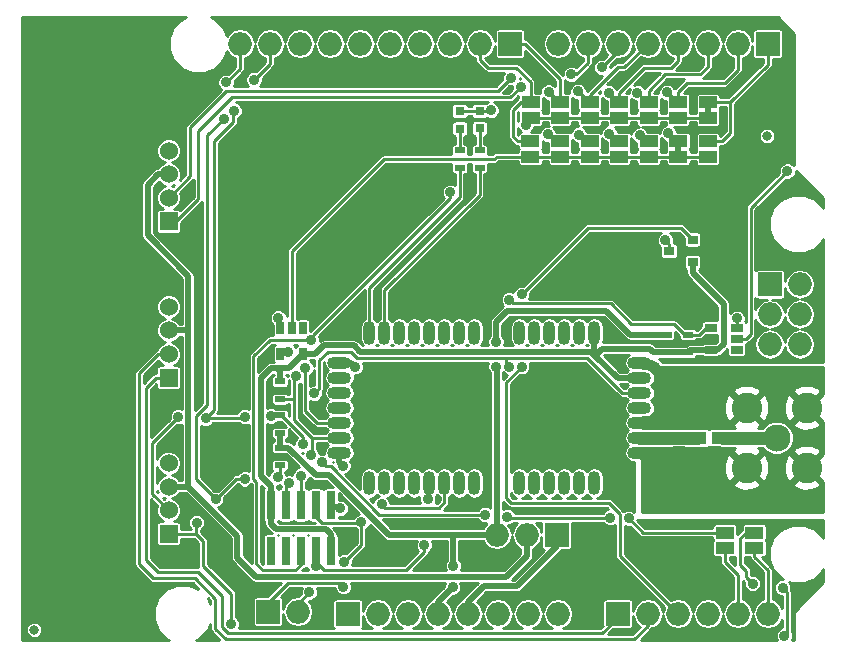
<source format=gtl>
G04 #@! TF.FileFunction,Copper,L1,Top,Signal*
%FSLAX46Y46*%
G04 Gerber Fmt 4.6, Leading zero omitted, Abs format (unit mm)*
G04 Created by KiCad (PCBNEW 4.0.7-e2-6376~58~ubuntu16.04.1) date Fri Jul  6 10:04:11 2018*
%MOMM*%
%LPD*%
G01*
G04 APERTURE LIST*
%ADD10C,0.150000*%
%ADD11R,0.740000X2.400000*%
%ADD12O,1.016000X2.032000*%
%ADD13O,2.032000X1.016000*%
%ADD14R,0.797560X0.797560*%
%ADD15C,0.800000*%
%ADD16R,0.650000X1.060000*%
%ADD17R,1.060000X0.650000*%
%ADD18R,2.000000X2.000000*%
%ADD19O,2.000000X2.000000*%
%ADD20C,2.600000*%
%ADD21C,2.300000*%
%ADD22R,0.900000X0.800000*%
%ADD23R,1.524000X1.524000*%
%ADD24C,1.524000*%
%ADD25R,0.900000X0.500000*%
%ADD26R,1.500000X1.000000*%
%ADD27R,0.600000X0.500000*%
%ADD28R,1.000000X1.000000*%
%ADD29R,1.000000X2.200000*%
%ADD30R,1.100000X1.100000*%
%ADD31C,0.889000*%
%ADD32C,0.250000*%
%ADD33C,0.500000*%
%ADD34C,1.100000*%
%ADD35C,0.203200*%
%ADD36C,0.254000*%
G04 APERTURE END LIST*
D10*
D11*
X123020000Y-107630000D03*
X123020000Y-111530000D03*
X121750000Y-107630000D03*
X121750000Y-111530000D03*
X120480000Y-107630000D03*
X120480000Y-111530000D03*
X119210000Y-107630000D03*
X119210000Y-111530000D03*
X117940000Y-107630000D03*
X117940000Y-111530000D03*
D12*
X126300000Y-105760000D03*
X127570000Y-105760000D03*
X130110000Y-105760000D03*
X128840000Y-105760000D03*
X133920000Y-105760000D03*
X135190000Y-105760000D03*
X132650000Y-105760000D03*
X131380000Y-105760000D03*
X141540000Y-105760000D03*
X142810000Y-105760000D03*
X145350000Y-105760000D03*
X144080000Y-105760000D03*
X139000000Y-105760000D03*
X140270000Y-105760000D03*
X140270000Y-93060000D03*
X139000000Y-93060000D03*
X144080000Y-93060000D03*
X145350000Y-93060000D03*
X142810000Y-93060000D03*
X141540000Y-93060000D03*
X131380000Y-93060000D03*
X132650000Y-93060000D03*
X135190000Y-93060000D03*
X133920000Y-93060000D03*
X128840000Y-93060000D03*
X130110000Y-93060000D03*
X127570000Y-93060000D03*
X126300000Y-93060000D03*
D13*
X149160000Y-99410000D03*
X149160000Y-98140000D03*
X149160000Y-96870000D03*
X149160000Y-95600000D03*
X149160000Y-100680000D03*
X149160000Y-101950000D03*
X149160000Y-103220000D03*
X123760000Y-103220000D03*
X123760000Y-101950000D03*
X123760000Y-100680000D03*
X123760000Y-95600000D03*
X123760000Y-96870000D03*
X123760000Y-98140000D03*
X123760000Y-99410000D03*
D14*
X133930000Y-74260700D03*
X133930000Y-75759300D03*
X135620000Y-74250700D03*
X135620000Y-75749300D03*
D15*
X97920000Y-118190000D03*
X159960000Y-76390000D03*
D16*
X120660000Y-92660000D03*
X119710000Y-92660000D03*
X118760000Y-92660000D03*
X118760000Y-94860000D03*
X120660000Y-94860000D03*
D17*
X157390000Y-94520000D03*
X157390000Y-93570000D03*
X157390000Y-92620000D03*
X155190000Y-92620000D03*
X155190000Y-94520000D03*
D18*
X138180000Y-68580000D03*
D19*
X135640000Y-68580000D03*
X133100000Y-68580000D03*
X130560000Y-68580000D03*
X128020000Y-68580000D03*
X125480000Y-68580000D03*
X122940000Y-68580000D03*
X120400000Y-68580000D03*
X117860000Y-68580000D03*
X115320000Y-68580000D03*
D18*
X160020000Y-68580000D03*
D19*
X157480000Y-68580000D03*
X154940000Y-68580000D03*
X152400000Y-68580000D03*
X149860000Y-68580000D03*
X147320000Y-68580000D03*
X144780000Y-68580000D03*
X142240000Y-68580000D03*
D18*
X124460000Y-116840000D03*
D19*
X127000000Y-116840000D03*
X129540000Y-116840000D03*
X132080000Y-116840000D03*
X134620000Y-116840000D03*
X137160000Y-116840000D03*
X139700000Y-116840000D03*
X142240000Y-116840000D03*
D18*
X147320000Y-116840000D03*
D19*
X149860000Y-116840000D03*
X152400000Y-116840000D03*
X154940000Y-116840000D03*
X157480000Y-116840000D03*
X160020000Y-116840000D03*
D18*
X117690000Y-116660000D03*
D19*
X120230000Y-116660000D03*
D18*
X160190000Y-88960000D03*
D19*
X162730000Y-88960000D03*
X160190000Y-91500000D03*
X162730000Y-91500000D03*
X160190000Y-94040000D03*
X162730000Y-94040000D03*
D20*
X158230000Y-104490000D03*
X158230000Y-99410000D03*
X163310000Y-99410000D03*
X163310000Y-104490000D03*
D21*
X160770000Y-101950000D03*
D18*
X142140000Y-110150000D03*
D19*
X139600000Y-110150000D03*
X137060000Y-110150000D03*
D22*
X151660000Y-86110000D03*
X153660000Y-87060000D03*
X153660000Y-85160000D03*
D23*
X109290000Y-83630000D03*
D24*
X109290000Y-81630000D03*
X109290000Y-79630000D03*
X109290000Y-77630000D03*
D23*
X109290000Y-96860000D03*
D24*
X109290000Y-94860000D03*
X109290000Y-92860000D03*
X109290000Y-90860000D03*
D23*
X109290000Y-110080000D03*
D24*
X109290000Y-108080000D03*
X109290000Y-106080000D03*
X109290000Y-104080000D03*
D25*
X118720000Y-100040000D03*
X118720000Y-101540000D03*
X151450000Y-93210000D03*
X151450000Y-94710000D03*
X118720000Y-98670000D03*
X118720000Y-97170000D03*
X133930000Y-77610000D03*
X133930000Y-79110000D03*
X135620000Y-77600000D03*
X135620000Y-79100000D03*
X153260000Y-93210000D03*
X153260000Y-94710000D03*
X118720000Y-104270000D03*
X118720000Y-102770000D03*
D26*
X152435000Y-73535000D03*
X152435000Y-74835000D03*
X149935000Y-73535000D03*
X149935000Y-74835000D03*
X147435000Y-73535000D03*
X147435000Y-74835000D03*
X144935000Y-73535000D03*
X144935000Y-74835000D03*
X142435000Y-73535000D03*
X142435000Y-74835000D03*
X139935000Y-73535000D03*
X139935000Y-74835000D03*
X154945000Y-76830000D03*
X154945000Y-78130000D03*
X149940000Y-76830000D03*
X149940000Y-78130000D03*
X147440000Y-76830000D03*
X147440000Y-78130000D03*
X144940000Y-76830000D03*
X144940000Y-78130000D03*
X142440000Y-76830000D03*
X142440000Y-78130000D03*
X139930000Y-76830000D03*
X139930000Y-78130000D03*
X156380000Y-109970000D03*
X156380000Y-111270000D03*
X158880000Y-109970000D03*
X158880000Y-111270000D03*
D27*
X154945000Y-74185000D03*
D26*
X154945000Y-73535000D03*
X154945000Y-74835000D03*
D27*
X152440000Y-77480000D03*
D26*
X152440000Y-76830000D03*
X152440000Y-78130000D03*
D28*
X154040000Y-102000000D03*
D29*
X152540000Y-103770000D03*
X155540000Y-103770000D03*
D30*
X155790000Y-101950000D03*
X154290000Y-101950000D03*
D31*
X149760000Y-103970000D03*
X163860000Y-107940000D03*
X162970000Y-107930000D03*
X162080000Y-107930000D03*
X161180000Y-107930000D03*
X160290000Y-107940000D03*
X159400000Y-107930000D03*
X158510000Y-107930000D03*
X157620000Y-107930000D03*
X156720000Y-107930000D03*
X155830000Y-107940000D03*
X154960000Y-107930000D03*
X154070000Y-107930000D03*
X153180000Y-107930000D03*
X152280000Y-107930000D03*
X151380000Y-107940000D03*
X150480000Y-107930000D03*
X149680000Y-107530000D03*
X149680000Y-106640000D03*
X149680000Y-105750000D03*
X149680000Y-104860000D03*
X150480000Y-100540000D03*
X150800000Y-97030000D03*
X150800000Y-97930000D03*
X150800000Y-98820000D03*
X150790000Y-99710000D03*
X150500000Y-95910000D03*
X163820000Y-96260000D03*
X162930000Y-96260000D03*
X162040000Y-96260000D03*
X161150000Y-96260000D03*
X160260000Y-96260000D03*
X159360000Y-96260000D03*
X158480000Y-96260000D03*
X157590000Y-96250000D03*
X156700000Y-96250000D03*
X155810000Y-96260000D03*
X154910000Y-96260000D03*
X154020000Y-96260000D03*
X153130000Y-96250000D03*
X152240000Y-96250000D03*
X151330000Y-96260000D03*
X157410000Y-91840000D03*
X124050000Y-104300000D03*
X123830000Y-107930000D03*
X125090000Y-95920000D03*
X118570000Y-91790000D03*
X151360000Y-85220000D03*
X136580000Y-74220000D03*
X133410000Y-112800000D03*
X133340000Y-114570000D03*
X137000000Y-95910000D03*
X137000000Y-93800000D03*
X124090000Y-114550000D03*
X124180000Y-112430000D03*
X125620000Y-109080000D03*
X127320000Y-107580000D03*
X131240000Y-107110000D03*
X130930000Y-111050000D03*
X121200000Y-115010000D03*
X121740000Y-112800000D03*
X120510000Y-105140000D03*
X121360000Y-103430000D03*
X119430000Y-94670000D03*
X120100000Y-96720000D03*
X120880000Y-96010000D03*
X121340000Y-93680000D03*
X133140000Y-81150000D03*
X139550000Y-75430000D03*
X138140000Y-90260000D03*
X138150000Y-95920000D03*
X119470000Y-105780000D03*
X121600000Y-98190000D03*
X139190000Y-89810000D03*
X139200000Y-95910000D03*
X161690000Y-79350000D03*
X113290000Y-107140000D03*
X111660000Y-109120000D03*
X115720000Y-105430000D03*
X158730000Y-114290000D03*
X161430000Y-118690000D03*
X114580000Y-117680000D03*
X161280000Y-114640000D03*
X113950000Y-74920000D03*
X114150000Y-71850000D03*
X118520000Y-105290000D03*
X117990000Y-100090000D03*
X115740000Y-100160000D03*
X120660000Y-102470000D03*
X148230000Y-108750000D03*
X146690000Y-108710000D03*
X137970000Y-108610000D03*
X136070000Y-108450000D03*
X122250000Y-104020000D03*
X116530000Y-71620000D03*
X114840000Y-74260000D03*
X112430000Y-100300000D03*
X110110000Y-100170000D03*
X138290000Y-71450000D03*
X143390000Y-71160000D03*
X139090000Y-72260000D03*
X145950000Y-70590000D03*
X141410000Y-76250000D03*
X141460000Y-72660000D03*
X151610000Y-76170000D03*
X151500000Y-72710000D03*
X149180000Y-76350000D03*
X148990000Y-72730000D03*
X146620000Y-76200000D03*
X146560000Y-72740000D03*
X143960000Y-72620000D03*
X144030000Y-76280000D03*
D32*
X149760000Y-103970000D02*
X149760000Y-104780000D01*
D33*
X149160000Y-103370000D02*
X149760000Y-103970000D01*
D32*
X164040000Y-107760000D02*
X164040000Y-107660000D01*
X163860000Y-107940000D02*
X164040000Y-107760000D01*
X162080000Y-107930000D02*
X162970000Y-107930000D01*
X160300000Y-107930000D02*
X161180000Y-107930000D01*
X160290000Y-107940000D02*
X160300000Y-107930000D01*
X158510000Y-107930000D02*
X159400000Y-107930000D01*
X156720000Y-107930000D02*
X157620000Y-107930000D01*
X154970000Y-107940000D02*
X155830000Y-107940000D01*
X154960000Y-107930000D02*
X154970000Y-107940000D01*
X153180000Y-107930000D02*
X154070000Y-107930000D01*
X151390000Y-107930000D02*
X152280000Y-107930000D01*
X151380000Y-107940000D02*
X151390000Y-107930000D01*
X150080000Y-107930000D02*
X150480000Y-107930000D01*
X149680000Y-107530000D02*
X150080000Y-107930000D01*
X149680000Y-105750000D02*
X149680000Y-106640000D01*
X149760000Y-104780000D02*
X149680000Y-104860000D01*
X150480000Y-100540000D02*
X150480000Y-100020000D01*
D33*
X150340000Y-100680000D02*
X150480000Y-100540000D01*
X149160000Y-100680000D02*
X150340000Y-100680000D01*
D32*
X150790000Y-97040000D02*
X150790000Y-97060000D01*
X150800000Y-97030000D02*
X150790000Y-97040000D01*
X150800000Y-98820000D02*
X150800000Y-97930000D01*
X150480000Y-100020000D02*
X150790000Y-99710000D01*
X150500000Y-95910000D02*
X150980000Y-95910000D01*
D33*
X150190000Y-95600000D02*
X150500000Y-95910000D01*
X149160000Y-95600000D02*
X150190000Y-95600000D01*
D32*
X162930000Y-96260000D02*
X163820000Y-96260000D01*
X161150000Y-96260000D02*
X162040000Y-96260000D01*
X159360000Y-96260000D02*
X160260000Y-96260000D01*
X157600000Y-96260000D02*
X158480000Y-96260000D01*
X157590000Y-96250000D02*
X157600000Y-96260000D01*
X155820000Y-96250000D02*
X156700000Y-96250000D01*
X155810000Y-96260000D02*
X155820000Y-96250000D01*
X154020000Y-96260000D02*
X154910000Y-96260000D01*
X152240000Y-96250000D02*
X153130000Y-96250000D01*
X150980000Y-95910000D02*
X151330000Y-96260000D01*
X157390000Y-92620000D02*
X157390000Y-91860000D01*
X157390000Y-91860000D02*
X157410000Y-91840000D01*
D33*
X149160000Y-103220000D02*
X149160000Y-103370000D01*
X123760000Y-103220000D02*
X123760000Y-104010000D01*
X123760000Y-104010000D02*
X124050000Y-104300000D01*
D32*
X123020000Y-107630000D02*
X123530000Y-107630000D01*
X123530000Y-107630000D02*
X123830000Y-107930000D01*
D33*
X123760000Y-95600000D02*
X124770000Y-95600000D01*
X124770000Y-95600000D02*
X125090000Y-95920000D01*
D32*
X118760000Y-92660000D02*
X118760000Y-91980000D01*
X118760000Y-91980000D02*
X118570000Y-91790000D01*
X151660000Y-86110000D02*
X151660000Y-85520000D01*
X151660000Y-85520000D02*
X151360000Y-85220000D01*
X135620000Y-74250700D02*
X136549300Y-74250700D01*
X136549300Y-74250700D02*
X136580000Y-74220000D01*
X133930000Y-74260700D02*
X135610000Y-74260700D01*
X135610000Y-74260700D02*
X135620000Y-74250700D01*
D33*
X132080000Y-116840000D02*
X132080000Y-115830000D01*
X133370000Y-112760000D02*
X133370000Y-110150000D01*
X133410000Y-112800000D02*
X133370000Y-112760000D01*
X132080000Y-115830000D02*
X133340000Y-114570000D01*
X151450000Y-93210000D02*
X148380000Y-93210000D01*
X137060000Y-95970000D02*
X137060000Y-110150000D01*
X137000000Y-95910000D02*
X137060000Y-95970000D01*
X137000000Y-92150000D02*
X137000000Y-93800000D01*
X137980000Y-91170000D02*
X137000000Y-92150000D01*
X146340000Y-91170000D02*
X137980000Y-91170000D01*
X148380000Y-93210000D02*
X146340000Y-91170000D01*
X118720000Y-102770000D02*
X118720000Y-101540000D01*
X137060000Y-110150000D02*
X133370000Y-110150000D01*
X133370000Y-110150000D02*
X127940000Y-110150000D01*
X127940000Y-110150000D02*
X122860000Y-105070000D01*
X122860000Y-105070000D02*
X121730000Y-105070000D01*
X121730000Y-105070000D02*
X119430000Y-102770000D01*
X119430000Y-102770000D02*
X118720000Y-102770000D01*
X132090000Y-116830000D02*
X132080000Y-116840000D01*
D32*
X133930000Y-75759300D02*
X133930000Y-77610000D01*
X135620000Y-75749300D02*
X135620000Y-77600000D01*
D33*
X122450000Y-94130000D02*
X124965002Y-94130000D01*
X121720000Y-94860000D02*
X122450000Y-94130000D01*
X120660000Y-94860000D02*
X121720000Y-94860000D01*
X145094998Y-94654998D02*
X145350000Y-94910000D01*
X135134998Y-94654998D02*
X145094998Y-94654998D01*
X135134998Y-94654998D02*
X125490000Y-94654998D01*
X124965002Y-94130000D02*
X125490000Y-94654998D01*
X145350000Y-94910000D02*
X145470000Y-94910000D01*
X150340000Y-94710000D02*
X150020000Y-94390000D01*
X150340000Y-94710000D02*
X151450000Y-94710000D01*
X145990000Y-94390000D02*
X150020000Y-94390000D01*
X145470000Y-94910000D02*
X145990000Y-94390000D01*
X149160000Y-96870000D02*
X147310000Y-96870000D01*
X147310000Y-96870000D02*
X145350000Y-94910000D01*
X145350000Y-94910000D02*
X145350000Y-93060000D01*
X153660000Y-87060000D02*
X153660000Y-87990000D01*
X155750000Y-94520000D02*
X155190000Y-94520000D01*
X156280000Y-93990000D02*
X155750000Y-94520000D01*
X156280000Y-90610000D02*
X156280000Y-93990000D01*
X153660000Y-87990000D02*
X156280000Y-90610000D01*
X118720000Y-97170000D02*
X118720000Y-96330000D01*
X118720000Y-96330000D02*
X118450000Y-96060000D01*
X117940000Y-107630000D02*
X117940000Y-106040000D01*
X119460000Y-96060000D02*
X120660000Y-94860000D01*
X117940000Y-96060000D02*
X118450000Y-96060000D01*
X118450000Y-96060000D02*
X119460000Y-96060000D01*
X117100000Y-96900000D02*
X117940000Y-96060000D01*
X117100000Y-105200000D02*
X117100000Y-96900000D01*
X117940000Y-106040000D02*
X117100000Y-105200000D01*
X123020000Y-111530000D02*
X123020000Y-110100000D01*
X117940000Y-109210000D02*
X117940000Y-107630000D01*
X118390000Y-109660000D02*
X117940000Y-109210000D01*
X122580000Y-109660000D02*
X118390000Y-109660000D01*
X123020000Y-110100000D02*
X122580000Y-109660000D01*
X153260000Y-94710000D02*
X151450000Y-94710000D01*
X155190000Y-94520000D02*
X153450000Y-94520000D01*
X153450000Y-94520000D02*
X153260000Y-94710000D01*
D32*
X123780000Y-114240000D02*
X124090000Y-114550000D01*
X119370000Y-114240000D02*
X123780000Y-114240000D01*
X117690000Y-115920000D02*
X119370000Y-114240000D01*
X125620000Y-110990000D02*
X125620000Y-109080000D01*
X124180000Y-112430000D02*
X125620000Y-110990000D01*
X122860000Y-109130000D02*
X125570000Y-109130000D01*
X125570000Y-109130000D02*
X125620000Y-109080000D01*
X121750000Y-108610000D02*
X122270000Y-109130000D01*
X122270000Y-109130000D02*
X122860000Y-109130000D01*
X132650000Y-107410000D02*
X132650000Y-105760000D01*
X127320000Y-107580000D02*
X127590000Y-107850000D01*
X127590000Y-107850000D02*
X132210000Y-107850000D01*
X132210000Y-107850000D02*
X132650000Y-107410000D01*
X117690000Y-116660000D02*
X117690000Y-115920000D01*
X121750000Y-107630000D02*
X121750000Y-108610000D01*
X121740000Y-112800000D02*
X122070000Y-112800000D01*
X131380000Y-106970000D02*
X131240000Y-107110000D01*
X131380000Y-106970000D02*
X131380000Y-105760000D01*
X130930000Y-111590000D02*
X130930000Y-111050000D01*
X129370000Y-113150000D02*
X130930000Y-111590000D01*
X122420000Y-113150000D02*
X129370000Y-113150000D01*
X122070000Y-112800000D02*
X122420000Y-113150000D01*
X120230000Y-116660000D02*
X120230000Y-115980000D01*
X120230000Y-115980000D02*
X121200000Y-115010000D01*
X121740000Y-112800000D02*
X121750000Y-112790000D01*
X121750000Y-112790000D02*
X121750000Y-111530000D01*
X121450000Y-101970000D02*
X123740000Y-101970000D01*
X123740000Y-101970000D02*
X123760000Y-101950000D01*
X121450000Y-102710000D02*
X121450000Y-101970000D01*
X121450000Y-101970000D02*
X121450000Y-101980000D01*
X119900000Y-98660000D02*
X119900000Y-99020000D01*
X120480000Y-105170000D02*
X120510000Y-105140000D01*
X121360000Y-103430000D02*
X121450000Y-103340000D01*
X121450000Y-103340000D02*
X121450000Y-102710000D01*
X120480000Y-105170000D02*
X120480000Y-107630000D01*
X119900000Y-100430000D02*
X119900000Y-99020000D01*
X121450000Y-101980000D02*
X119900000Y-100430000D01*
X119900000Y-98660000D02*
X118730000Y-98660000D01*
X118730000Y-98660000D02*
X118720000Y-98670000D01*
X119900000Y-98130000D02*
X119900000Y-98660000D01*
X119240000Y-94860000D02*
X119430000Y-94670000D01*
X120100000Y-96720000D02*
X119900000Y-96920000D01*
X119900000Y-96920000D02*
X119900000Y-98130000D01*
X118760000Y-94860000D02*
X119240000Y-94860000D01*
X154945000Y-74185000D02*
X154945000Y-74835000D01*
X139935000Y-74835000D02*
X139935000Y-75045000D01*
X139935000Y-75045000D02*
X139550000Y-75430000D01*
X152435000Y-74835000D02*
X149935000Y-74835000D01*
X154945000Y-74835000D02*
X153660000Y-74835000D01*
X153660000Y-74835000D02*
X152435000Y-74835000D01*
X116470000Y-101150000D02*
X116470000Y-95060000D01*
X116730000Y-105720000D02*
X116470000Y-105460000D01*
X116470000Y-105460000D02*
X116470000Y-101150000D01*
X120480000Y-112710000D02*
X120025002Y-113164998D01*
X120025002Y-113164998D02*
X117244998Y-113164998D01*
X117244998Y-113164998D02*
X116730000Y-112650000D01*
X116730000Y-112650000D02*
X116730000Y-106360000D01*
X116730000Y-106360000D02*
X116730000Y-105720000D01*
X117850000Y-93680000D02*
X121340000Y-93680000D01*
X116470000Y-95060000D02*
X117850000Y-93680000D01*
X120480000Y-111530000D02*
X120480000Y-112710000D01*
X123760000Y-100680000D02*
X121870000Y-100680000D01*
X121870000Y-100680000D02*
X120880000Y-99690000D01*
X120880000Y-99690000D02*
X120880000Y-96010000D01*
X139550000Y-75430000D02*
X139935000Y-75045000D01*
X121340000Y-93680000D02*
X121510000Y-93510000D01*
X121510000Y-93510000D02*
X121510000Y-93260000D01*
X121510000Y-93260000D02*
X133140000Y-81630000D01*
X133140000Y-81630000D02*
X133140000Y-81150000D01*
X147435000Y-74835000D02*
X149935000Y-74835000D01*
X144935000Y-74835000D02*
X147435000Y-74835000D01*
X142435000Y-74835000D02*
X144935000Y-74835000D01*
X139935000Y-74835000D02*
X142435000Y-74835000D01*
X123740000Y-100810000D02*
X123770000Y-100840000D01*
X152110000Y-92320000D02*
X148460000Y-92320000D01*
X153000000Y-93210000D02*
X152110000Y-92320000D01*
X138450000Y-90570000D02*
X138140000Y-90260000D01*
X146710000Y-90570000D02*
X138450000Y-90570000D01*
X148460000Y-92320000D02*
X146710000Y-90570000D01*
X137880000Y-95650000D02*
X137880000Y-95180000D01*
X138150000Y-95920000D02*
X137880000Y-95650000D01*
X149160000Y-98140000D02*
X147700000Y-98140000D01*
X147700000Y-98140000D02*
X144740000Y-95180000D01*
X144740000Y-95180000D02*
X137880000Y-95180000D01*
X122010000Y-95550000D02*
X122010000Y-95400000D01*
X137880000Y-95180000D02*
X137330000Y-95180000D01*
X125220000Y-95180000D02*
X137330000Y-95180000D01*
X122010000Y-95400000D02*
X122750000Y-94660000D01*
X122750000Y-94660000D02*
X124700000Y-94660000D01*
X124700000Y-94660000D02*
X125220000Y-95180000D01*
X119210000Y-106020000D02*
X119450000Y-105780000D01*
X119450000Y-105780000D02*
X119470000Y-105780000D01*
X119210000Y-106020000D02*
X119210000Y-107630000D01*
X122010000Y-97780000D02*
X122010000Y-95550000D01*
X121600000Y-98190000D02*
X122010000Y-97780000D01*
X153260000Y-93210000D02*
X153000000Y-93210000D01*
X155190000Y-92620000D02*
X154830000Y-92620000D01*
X154830000Y-92620000D02*
X154240000Y-93210000D01*
X154240000Y-93210000D02*
X153260000Y-93210000D01*
X152440000Y-78130000D02*
X152440000Y-77480000D01*
X152440000Y-78130000D02*
X154945000Y-78130000D01*
X139930000Y-78130000D02*
X137060000Y-78130000D01*
X119710000Y-86150000D02*
X119710000Y-92660000D01*
X127510000Y-78350000D02*
X119710000Y-86150000D01*
X136840000Y-78350000D02*
X127510000Y-78350000D01*
X137060000Y-78130000D02*
X136840000Y-78350000D01*
X142440000Y-78130000D02*
X139930000Y-78130000D01*
X144940000Y-78130000D02*
X142440000Y-78130000D01*
X147440000Y-78130000D02*
X144940000Y-78130000D01*
X149940000Y-78130000D02*
X147440000Y-78130000D01*
X152440000Y-78130000D02*
X149940000Y-78130000D01*
X133930000Y-79110000D02*
X133930000Y-81600000D01*
X126300000Y-89230000D02*
X126300000Y-93060000D01*
X133930000Y-81600000D02*
X126300000Y-89230000D01*
X127570000Y-93060000D02*
X127570000Y-89410000D01*
X135620000Y-81360000D02*
X135620000Y-79100000D01*
X127570000Y-89410000D02*
X135620000Y-81360000D01*
X147500000Y-108400000D02*
X146550000Y-107450000D01*
X146550000Y-107450000D02*
X138270000Y-107450000D01*
X138270000Y-107450000D02*
X137890000Y-107070000D01*
X137890000Y-107070000D02*
X137890000Y-97280000D01*
X139190000Y-89810000D02*
X144840000Y-84160000D01*
X144840000Y-84160000D02*
X152660000Y-84160000D01*
X153660000Y-85160000D02*
X152660000Y-84160000D01*
X147500000Y-111940000D02*
X152400000Y-116840000D01*
X147500000Y-111940000D02*
X147500000Y-108400000D01*
X137890000Y-97220000D02*
X137890000Y-97280000D01*
X139200000Y-95910000D02*
X137890000Y-97220000D01*
X153660000Y-85160000D02*
X153660000Y-85210000D01*
X161690000Y-79350000D02*
X158560000Y-82480000D01*
X158560000Y-82480000D02*
X158560000Y-93190000D01*
X158560000Y-93190000D02*
X158180000Y-93570000D01*
X158180000Y-93570000D02*
X157390000Y-93570000D01*
D34*
X160770000Y-101950000D02*
X156130000Y-101950000D01*
D33*
X156130000Y-101950000D02*
X155790000Y-101950000D01*
X109290000Y-92860000D02*
X110950000Y-92860000D01*
X110950000Y-92860000D02*
X110970000Y-92880000D01*
X110970000Y-93730000D02*
X110970000Y-92880000D01*
X110970000Y-92880000D02*
X110970000Y-88250000D01*
X110970000Y-106080000D02*
X110970000Y-93730000D01*
X108380000Y-79630000D02*
X109290000Y-79630000D01*
X107510000Y-80500000D02*
X108380000Y-79630000D01*
X107510000Y-84790000D02*
X107510000Y-80500000D01*
X110970000Y-88250000D02*
X107510000Y-84790000D01*
X109290000Y-106080000D02*
X110970000Y-106080000D01*
X139600000Y-111980000D02*
X139600000Y-110150000D01*
X137890000Y-113690000D02*
X139600000Y-111980000D01*
X116680000Y-113690000D02*
X137890000Y-113690000D01*
X115110000Y-112120000D02*
X116680000Y-113690000D01*
X115110000Y-110220000D02*
X115110000Y-112120000D01*
X110970000Y-106080000D02*
X115110000Y-110220000D01*
X142140000Y-110150000D02*
X142140000Y-111130000D01*
X142140000Y-111130000D02*
X138770000Y-114500000D01*
X138770000Y-114500000D02*
X135960000Y-114500000D01*
X135960000Y-114500000D02*
X134620000Y-115840000D01*
X134620000Y-115840000D02*
X134620000Y-116840000D01*
X134630000Y-116830000D02*
X134620000Y-116840000D01*
D32*
X111630000Y-110080000D02*
X111630000Y-109150000D01*
X111660000Y-109120000D02*
X111630000Y-109150000D01*
X112200000Y-112760000D02*
X112200000Y-110650000D01*
X114580000Y-117680000D02*
X114580000Y-115140000D01*
X114580000Y-115140000D02*
X112200000Y-112760000D01*
X112200000Y-110650000D02*
X111630000Y-110080000D01*
X115720000Y-105430000D02*
X115000000Y-105430000D01*
X115000000Y-105430000D02*
X113290000Y-107140000D01*
X109290000Y-110080000D02*
X111630000Y-110080000D01*
X157670000Y-112690000D02*
X157670000Y-110460000D01*
X157670000Y-110460000D02*
X158160000Y-109970000D01*
X158730000Y-114290000D02*
X158190000Y-113750000D01*
X158190000Y-113750000D02*
X158190000Y-113210000D01*
X158190000Y-113210000D02*
X157670000Y-112690000D01*
X114420000Y-117500000D02*
X114420000Y-117520000D01*
X161620000Y-118500000D02*
X161620000Y-115240000D01*
X161430000Y-118690000D02*
X161620000Y-118500000D01*
X114420000Y-117520000D02*
X114580000Y-117680000D01*
X161620000Y-114980000D02*
X161620000Y-115240000D01*
X161280000Y-114640000D02*
X161620000Y-114980000D01*
X113290000Y-107140000D02*
X113290000Y-107120000D01*
X113290000Y-107120000D02*
X111630000Y-105460000D01*
X111630000Y-105460000D02*
X111630000Y-100070000D01*
X112550000Y-99150000D02*
X111630000Y-100070000D01*
X115320000Y-70680000D02*
X115320000Y-68580000D01*
X112550000Y-76320000D02*
X112550000Y-98870000D01*
X113950000Y-74920000D02*
X112550000Y-76320000D01*
X115320000Y-70680000D02*
X114150000Y-71850000D01*
X112550000Y-98870000D02*
X112550000Y-99150000D01*
X118720000Y-105090000D02*
X118520000Y-105290000D01*
X118720000Y-105090000D02*
X118720000Y-104270000D01*
X158160000Y-109970000D02*
X158880000Y-109970000D01*
X118040000Y-100040000D02*
X117990000Y-100090000D01*
X118720000Y-100040000D02*
X118040000Y-100040000D01*
X115600000Y-100300000D02*
X112430000Y-100300000D01*
X115740000Y-100160000D02*
X115600000Y-100300000D01*
X118840000Y-100040000D02*
X120660000Y-101860000D01*
X120660000Y-101860000D02*
X120660000Y-102470000D01*
X149450000Y-109970000D02*
X156380000Y-109970000D01*
X148230000Y-108750000D02*
X149450000Y-109970000D01*
X138070000Y-108710000D02*
X146690000Y-108710000D01*
X137970000Y-108610000D02*
X138070000Y-108710000D01*
X127090000Y-108450000D02*
X136070000Y-108450000D01*
X123000000Y-104360000D02*
X127090000Y-108450000D01*
X122590000Y-104360000D02*
X123000000Y-104360000D01*
X122250000Y-104020000D02*
X122590000Y-104360000D01*
X118720000Y-100040000D02*
X118840000Y-100040000D01*
X117860000Y-68580000D02*
X117860000Y-70290000D01*
X117860000Y-70290000D02*
X116530000Y-71620000D01*
X114840000Y-74260000D02*
X114770000Y-74330000D01*
X114770000Y-74330000D02*
X114770000Y-75190000D01*
X114770000Y-75190000D02*
X113130000Y-76830000D01*
X113130000Y-76830000D02*
X113130000Y-99600000D01*
X113130000Y-99600000D02*
X112430000Y-100300000D01*
X109290000Y-108080000D02*
X107880000Y-106670000D01*
X107880000Y-102400000D02*
X107880000Y-106670000D01*
X110110000Y-100170000D02*
X107880000Y-102400000D01*
X112430000Y-100300000D02*
X112570000Y-100160000D01*
X118720000Y-100040000D02*
X118950000Y-100040000D01*
X114510000Y-118470000D02*
X114350000Y-118470000D01*
X146020000Y-118470000D02*
X114510000Y-118470000D01*
X147320000Y-117170000D02*
X146020000Y-118470000D01*
X108200000Y-96860000D02*
X109290000Y-96860000D01*
X107370000Y-97690000D02*
X108200000Y-96860000D01*
X107370000Y-112290000D02*
X107370000Y-97690000D01*
X108400000Y-113320000D02*
X107370000Y-112290000D01*
X111820000Y-113320000D02*
X108400000Y-113320000D01*
X113840000Y-115340000D02*
X111820000Y-113320000D01*
X113840000Y-117960000D02*
X113840000Y-115340000D01*
X114350000Y-118470000D02*
X113840000Y-117960000D01*
X147320000Y-116840000D02*
X147320000Y-117170000D01*
X147320000Y-116840000D02*
X147320000Y-117140000D01*
X149860000Y-116840000D02*
X149860000Y-117860000D01*
X108430000Y-94860000D02*
X109290000Y-94860000D01*
X106790000Y-96500000D02*
X108430000Y-94860000D01*
X106790000Y-112650000D02*
X106790000Y-96500000D01*
X107980000Y-113840000D02*
X106790000Y-112650000D01*
X111510000Y-113840000D02*
X107980000Y-113840000D01*
X113230000Y-115560000D02*
X111510000Y-113840000D01*
X113230000Y-118110000D02*
X113230000Y-115560000D01*
X114110000Y-118990000D02*
X113230000Y-118110000D01*
X148730000Y-118990000D02*
X114110000Y-118990000D01*
X149860000Y-117860000D02*
X148730000Y-118990000D01*
X149860000Y-116840000D02*
X149860000Y-117710000D01*
X144780000Y-70190000D02*
X143810000Y-71160000D01*
X138290000Y-71450000D02*
X137160000Y-72580000D01*
X137160000Y-72580000D02*
X114190000Y-72580000D01*
X114190000Y-72580000D02*
X111100000Y-75670000D01*
X111100000Y-75670000D02*
X111100000Y-79820000D01*
X109290000Y-81630000D02*
X111100000Y-79820000D01*
X144780000Y-70190000D02*
X144780000Y-68580000D01*
X143390000Y-71160000D02*
X143810000Y-71160000D01*
D33*
X129550000Y-116830000D02*
X129540000Y-116840000D01*
X142250000Y-116830000D02*
X142240000Y-116840000D01*
D32*
X156380000Y-111270000D02*
X156380000Y-112430000D01*
X157480000Y-113530000D02*
X157480000Y-116840000D01*
X156380000Y-112430000D02*
X157480000Y-113530000D01*
X158880000Y-111270000D02*
X158880000Y-112000000D01*
X160020000Y-113140000D02*
X160020000Y-116840000D01*
X158880000Y-112000000D02*
X160020000Y-113140000D01*
X138220000Y-73130000D02*
X139090000Y-72260000D01*
X114700000Y-73130000D02*
X138220000Y-73130000D01*
X111820000Y-76010000D02*
X114700000Y-73130000D01*
X111820000Y-81710000D02*
X111820000Y-76010000D01*
X109900000Y-83630000D02*
X111820000Y-81710000D01*
X145950000Y-70590000D02*
X147320000Y-69220000D01*
X147320000Y-69220000D02*
X147320000Y-68580000D01*
X109290000Y-83630000D02*
X109900000Y-83630000D01*
X142435000Y-73535000D02*
X142335000Y-73535000D01*
X142335000Y-73535000D02*
X141460000Y-72660000D01*
X141410000Y-76250000D02*
X141990000Y-76830000D01*
X141990000Y-76830000D02*
X142440000Y-76830000D01*
X142435000Y-73535000D02*
X142435000Y-73185000D01*
X141990000Y-76830000D02*
X142440000Y-76830000D01*
X142435000Y-73535000D02*
X142435000Y-71575000D01*
X139440000Y-68580000D02*
X138180000Y-68580000D01*
X142435000Y-71575000D02*
X139440000Y-68580000D01*
X139930000Y-76830000D02*
X138840000Y-76830000D01*
X139105000Y-73535000D02*
X139935000Y-73535000D01*
X138460000Y-74180000D02*
X139105000Y-73535000D01*
X138460000Y-76450000D02*
X138460000Y-74180000D01*
X138840000Y-76830000D02*
X138460000Y-76450000D01*
X139935000Y-73535000D02*
X139935000Y-71825000D01*
X135640000Y-69920000D02*
X135640000Y-68580000D01*
X136330000Y-70610000D02*
X135640000Y-69920000D01*
X138720000Y-70610000D02*
X136330000Y-70610000D01*
X139935000Y-71825000D02*
X138720000Y-70610000D01*
X154945000Y-73535000D02*
X154945000Y-74185000D01*
X156855000Y-76125000D02*
X156855000Y-73535000D01*
X156855000Y-73535000D02*
X154945000Y-73535000D01*
X160020000Y-70370000D02*
X156855000Y-73535000D01*
X156150000Y-76830000D02*
X156855000Y-76125000D01*
X154945000Y-76830000D02*
X156150000Y-76830000D01*
X160020000Y-68580000D02*
X160020000Y-70370000D01*
D35*
X160020000Y-68580000D02*
X160274000Y-68580000D01*
D32*
X152440000Y-76830000D02*
X152440000Y-77480000D01*
X152440000Y-76830000D02*
X152270000Y-76830000D01*
X152270000Y-76830000D02*
X151610000Y-76170000D01*
X152435000Y-73535000D02*
X152325000Y-73535000D01*
X152325000Y-73535000D02*
X151500000Y-72710000D01*
X152435000Y-73535000D02*
X152435000Y-72655000D01*
X157480000Y-70790000D02*
X157480000Y-68580000D01*
X156380000Y-71890000D02*
X157480000Y-70790000D01*
X153200000Y-71890000D02*
X156380000Y-71890000D01*
X152435000Y-72655000D02*
X153200000Y-71890000D01*
X149935000Y-73535000D02*
X149795000Y-73535000D01*
X149795000Y-73535000D02*
X148990000Y-72730000D01*
X149180000Y-76350000D02*
X149660000Y-76830000D01*
X149660000Y-76830000D02*
X149940000Y-76830000D01*
X149935000Y-73535000D02*
X149935000Y-72565000D01*
X154940000Y-70530000D02*
X154940000Y-68580000D01*
X154290000Y-71180000D02*
X154940000Y-70530000D01*
X151320000Y-71180000D02*
X154290000Y-71180000D01*
X149935000Y-72565000D02*
X151320000Y-71180000D01*
X147440000Y-76830000D02*
X147250000Y-76830000D01*
X147250000Y-76830000D02*
X146620000Y-76200000D01*
X147435000Y-73535000D02*
X147355000Y-73535000D01*
X147355000Y-73535000D02*
X146560000Y-72740000D01*
X147435000Y-73535000D02*
X147435000Y-72745000D01*
X152400000Y-70070000D02*
X152400000Y-68580000D01*
X151840000Y-70630000D02*
X152400000Y-70070000D01*
X149550000Y-70630000D02*
X151840000Y-70630000D01*
X147435000Y-72745000D02*
X149550000Y-70630000D01*
X144935000Y-73535000D02*
X144935000Y-72915000D01*
X147890000Y-70550000D02*
X149860000Y-68580000D01*
X147300000Y-70550000D02*
X147890000Y-70550000D01*
X144935000Y-72915000D02*
X147300000Y-70550000D01*
X144935000Y-73535000D02*
X144875000Y-73535000D01*
X144875000Y-73535000D02*
X143960000Y-72620000D01*
X144030000Y-76280000D02*
X144580000Y-76830000D01*
X144580000Y-76830000D02*
X144940000Y-76830000D01*
D33*
X154290000Y-101950000D02*
X154090000Y-101950000D01*
D34*
X154090000Y-101950000D02*
X149160000Y-101950000D01*
D36*
G36*
X158830967Y-117357728D02*
X159109954Y-117775260D01*
X159527486Y-118054247D01*
X160020000Y-118152214D01*
X160512514Y-118054247D01*
X160930046Y-117775260D01*
X161208000Y-117359274D01*
X161208000Y-117990244D01*
X161016180Y-118069503D01*
X160810226Y-118275097D01*
X160698627Y-118543857D01*
X160698373Y-118834866D01*
X160788505Y-119053000D01*
X149249656Y-119053000D01*
X150151328Y-118151328D01*
X150170924Y-118122000D01*
X150195300Y-118085519D01*
X150352514Y-118054247D01*
X150770046Y-117775260D01*
X151049033Y-117357728D01*
X151130000Y-116950679D01*
X151210967Y-117357728D01*
X151489954Y-117775260D01*
X151907486Y-118054247D01*
X152400000Y-118152214D01*
X152892514Y-118054247D01*
X153310046Y-117775260D01*
X153589033Y-117357728D01*
X153670000Y-116950679D01*
X153750967Y-117357728D01*
X154029954Y-117775260D01*
X154447486Y-118054247D01*
X154940000Y-118152214D01*
X155432514Y-118054247D01*
X155850046Y-117775260D01*
X156129033Y-117357728D01*
X156210000Y-116950679D01*
X156290967Y-117357728D01*
X156569954Y-117775260D01*
X156987486Y-118054247D01*
X157480000Y-118152214D01*
X157972514Y-118054247D01*
X158390046Y-117775260D01*
X158669033Y-117357728D01*
X158750000Y-116950679D01*
X158830967Y-117357728D01*
X158830967Y-117357728D01*
G37*
X158830967Y-117357728D02*
X159109954Y-117775260D01*
X159527486Y-118054247D01*
X160020000Y-118152214D01*
X160512514Y-118054247D01*
X160930046Y-117775260D01*
X161208000Y-117359274D01*
X161208000Y-117990244D01*
X161016180Y-118069503D01*
X160810226Y-118275097D01*
X160698627Y-118543857D01*
X160698373Y-118834866D01*
X160788505Y-119053000D01*
X149249656Y-119053000D01*
X150151328Y-118151328D01*
X150170924Y-118122000D01*
X150195300Y-118085519D01*
X150352514Y-118054247D01*
X150770046Y-117775260D01*
X151049033Y-117357728D01*
X151130000Y-116950679D01*
X151210967Y-117357728D01*
X151489954Y-117775260D01*
X151907486Y-118054247D01*
X152400000Y-118152214D01*
X152892514Y-118054247D01*
X153310046Y-117775260D01*
X153589033Y-117357728D01*
X153670000Y-116950679D01*
X153750967Y-117357728D01*
X154029954Y-117775260D01*
X154447486Y-118054247D01*
X154940000Y-118152214D01*
X155432514Y-118054247D01*
X155850046Y-117775260D01*
X156129033Y-117357728D01*
X156210000Y-116950679D01*
X156290967Y-117357728D01*
X156569954Y-117775260D01*
X156987486Y-118054247D01*
X157480000Y-118152214D01*
X157972514Y-118054247D01*
X158390046Y-117775260D01*
X158669033Y-117357728D01*
X158750000Y-116950679D01*
X158830967Y-117357728D01*
G36*
X110388725Y-66488877D02*
X109691326Y-67185060D01*
X109313431Y-68095133D01*
X109312571Y-69080544D01*
X109688877Y-69991275D01*
X110385060Y-70688674D01*
X111295133Y-71066569D01*
X112280544Y-71067429D01*
X113191275Y-70691123D01*
X113888674Y-69994940D01*
X114211304Y-69217960D01*
X114409954Y-69515260D01*
X114827486Y-69794247D01*
X114908000Y-69810262D01*
X114908000Y-70509344D01*
X114297962Y-71119382D01*
X114296143Y-71118627D01*
X114005134Y-71118373D01*
X113736180Y-71229503D01*
X113530226Y-71435097D01*
X113418627Y-71703857D01*
X113418373Y-71994866D01*
X113529503Y-72263820D01*
X113726341Y-72461003D01*
X110808672Y-75378672D01*
X110719362Y-75512334D01*
X110688000Y-75670000D01*
X110688000Y-79649344D01*
X110225946Y-80111398D01*
X110338817Y-79839574D01*
X110339182Y-79422256D01*
X110179817Y-79036566D01*
X109884987Y-78741220D01*
X109616956Y-78629924D01*
X109883434Y-78519817D01*
X110178780Y-78224987D01*
X110338817Y-77839574D01*
X110339182Y-77422256D01*
X110179817Y-77036566D01*
X109884987Y-76741220D01*
X109499574Y-76581183D01*
X109082256Y-76580818D01*
X108696566Y-76740183D01*
X108401220Y-77035013D01*
X108241183Y-77420426D01*
X108240818Y-77837744D01*
X108400183Y-78223434D01*
X108695013Y-78518780D01*
X108963044Y-78630076D01*
X108696566Y-78740183D01*
X108401220Y-79035013D01*
X108376884Y-79093620D01*
X108174499Y-79133877D01*
X108000284Y-79250284D01*
X107130284Y-80120284D01*
X107013877Y-80294499D01*
X106973000Y-80500000D01*
X106973000Y-84790000D01*
X107013877Y-84995501D01*
X107130284Y-85169716D01*
X110433000Y-88472432D01*
X110433000Y-92323000D01*
X110203135Y-92323000D01*
X110179817Y-92266566D01*
X109884987Y-91971220D01*
X109616956Y-91859924D01*
X109883434Y-91749817D01*
X110178780Y-91454987D01*
X110338817Y-91069574D01*
X110339182Y-90652256D01*
X110179817Y-90266566D01*
X109884987Y-89971220D01*
X109499574Y-89811183D01*
X109082256Y-89810818D01*
X108696566Y-89970183D01*
X108401220Y-90265013D01*
X108241183Y-90650426D01*
X108240818Y-91067744D01*
X108400183Y-91453434D01*
X108695013Y-91748780D01*
X108963044Y-91860076D01*
X108696566Y-91970183D01*
X108401220Y-92265013D01*
X108241183Y-92650426D01*
X108240818Y-93067744D01*
X108400183Y-93453434D01*
X108695013Y-93748780D01*
X108963044Y-93860076D01*
X108696566Y-93970183D01*
X108401220Y-94265013D01*
X108315805Y-94470715D01*
X108272334Y-94479362D01*
X108138672Y-94568672D01*
X106498672Y-96208672D01*
X106409362Y-96342334D01*
X106378000Y-96500000D01*
X106378000Y-112650000D01*
X106409362Y-112807666D01*
X106476403Y-112908000D01*
X106498672Y-112941328D01*
X107688672Y-114131328D01*
X107822334Y-114220638D01*
X107980000Y-114252000D01*
X111339344Y-114252000D01*
X111798713Y-114711369D01*
X110984867Y-114373431D01*
X109999456Y-114372571D01*
X109088725Y-114748877D01*
X108391326Y-115445060D01*
X108013431Y-116355133D01*
X108012571Y-117340544D01*
X108388877Y-118251275D01*
X109085060Y-118948674D01*
X109336305Y-119053000D01*
X96847000Y-119053000D01*
X96847000Y-118326053D01*
X97232881Y-118326053D01*
X97337250Y-118578646D01*
X97530338Y-118772071D01*
X97782748Y-118876880D01*
X98056053Y-118877119D01*
X98308646Y-118772750D01*
X98502071Y-118579662D01*
X98606880Y-118327252D01*
X98607119Y-118053947D01*
X98502750Y-117801354D01*
X98309662Y-117607929D01*
X98057252Y-117503120D01*
X97783947Y-117502881D01*
X97531354Y-117607250D01*
X97337929Y-117800338D01*
X97233120Y-118052748D01*
X97232881Y-118326053D01*
X96847000Y-118326053D01*
X96847000Y-66348527D01*
X110728398Y-66348527D01*
X110388725Y-66488877D01*
X110388725Y-66488877D01*
G37*
X110388725Y-66488877D02*
X109691326Y-67185060D01*
X109313431Y-68095133D01*
X109312571Y-69080544D01*
X109688877Y-69991275D01*
X110385060Y-70688674D01*
X111295133Y-71066569D01*
X112280544Y-71067429D01*
X113191275Y-70691123D01*
X113888674Y-69994940D01*
X114211304Y-69217960D01*
X114409954Y-69515260D01*
X114827486Y-69794247D01*
X114908000Y-69810262D01*
X114908000Y-70509344D01*
X114297962Y-71119382D01*
X114296143Y-71118627D01*
X114005134Y-71118373D01*
X113736180Y-71229503D01*
X113530226Y-71435097D01*
X113418627Y-71703857D01*
X113418373Y-71994866D01*
X113529503Y-72263820D01*
X113726341Y-72461003D01*
X110808672Y-75378672D01*
X110719362Y-75512334D01*
X110688000Y-75670000D01*
X110688000Y-79649344D01*
X110225946Y-80111398D01*
X110338817Y-79839574D01*
X110339182Y-79422256D01*
X110179817Y-79036566D01*
X109884987Y-78741220D01*
X109616956Y-78629924D01*
X109883434Y-78519817D01*
X110178780Y-78224987D01*
X110338817Y-77839574D01*
X110339182Y-77422256D01*
X110179817Y-77036566D01*
X109884987Y-76741220D01*
X109499574Y-76581183D01*
X109082256Y-76580818D01*
X108696566Y-76740183D01*
X108401220Y-77035013D01*
X108241183Y-77420426D01*
X108240818Y-77837744D01*
X108400183Y-78223434D01*
X108695013Y-78518780D01*
X108963044Y-78630076D01*
X108696566Y-78740183D01*
X108401220Y-79035013D01*
X108376884Y-79093620D01*
X108174499Y-79133877D01*
X108000284Y-79250284D01*
X107130284Y-80120284D01*
X107013877Y-80294499D01*
X106973000Y-80500000D01*
X106973000Y-84790000D01*
X107013877Y-84995501D01*
X107130284Y-85169716D01*
X110433000Y-88472432D01*
X110433000Y-92323000D01*
X110203135Y-92323000D01*
X110179817Y-92266566D01*
X109884987Y-91971220D01*
X109616956Y-91859924D01*
X109883434Y-91749817D01*
X110178780Y-91454987D01*
X110338817Y-91069574D01*
X110339182Y-90652256D01*
X110179817Y-90266566D01*
X109884987Y-89971220D01*
X109499574Y-89811183D01*
X109082256Y-89810818D01*
X108696566Y-89970183D01*
X108401220Y-90265013D01*
X108241183Y-90650426D01*
X108240818Y-91067744D01*
X108400183Y-91453434D01*
X108695013Y-91748780D01*
X108963044Y-91860076D01*
X108696566Y-91970183D01*
X108401220Y-92265013D01*
X108241183Y-92650426D01*
X108240818Y-93067744D01*
X108400183Y-93453434D01*
X108695013Y-93748780D01*
X108963044Y-93860076D01*
X108696566Y-93970183D01*
X108401220Y-94265013D01*
X108315805Y-94470715D01*
X108272334Y-94479362D01*
X108138672Y-94568672D01*
X106498672Y-96208672D01*
X106409362Y-96342334D01*
X106378000Y-96500000D01*
X106378000Y-112650000D01*
X106409362Y-112807666D01*
X106476403Y-112908000D01*
X106498672Y-112941328D01*
X107688672Y-114131328D01*
X107822334Y-114220638D01*
X107980000Y-114252000D01*
X111339344Y-114252000D01*
X111798713Y-114711369D01*
X110984867Y-114373431D01*
X109999456Y-114372571D01*
X109088725Y-114748877D01*
X108391326Y-115445060D01*
X108013431Y-116355133D01*
X108012571Y-117340544D01*
X108388877Y-118251275D01*
X109085060Y-118948674D01*
X109336305Y-119053000D01*
X96847000Y-119053000D01*
X96847000Y-118326053D01*
X97232881Y-118326053D01*
X97337250Y-118578646D01*
X97530338Y-118772071D01*
X97782748Y-118876880D01*
X98056053Y-118877119D01*
X98308646Y-118772750D01*
X98502071Y-118579662D01*
X98606880Y-118327252D01*
X98607119Y-118053947D01*
X98502750Y-117801354D01*
X98309662Y-117607929D01*
X98057252Y-117503120D01*
X97783947Y-117502881D01*
X97531354Y-117607250D01*
X97337929Y-117800338D01*
X97233120Y-118052748D01*
X97232881Y-118326053D01*
X96847000Y-118326053D01*
X96847000Y-66348527D01*
X110728398Y-66348527D01*
X110388725Y-66488877D01*
G36*
X164723000Y-114172764D02*
X162338874Y-116614570D01*
X162304078Y-116668018D01*
X162268653Y-116721036D01*
X162268253Y-116723047D01*
X162267134Y-116724766D01*
X162255442Y-116787453D01*
X162243000Y-116850000D01*
X162243000Y-119053000D01*
X162071326Y-119053000D01*
X162161373Y-118836143D01*
X162161627Y-118545134D01*
X162050497Y-118276180D01*
X162032000Y-118257651D01*
X162032000Y-114980000D01*
X162025976Y-114949716D01*
X162000639Y-114822335D01*
X161997991Y-114818371D01*
X162011373Y-114786143D01*
X162011627Y-114495134D01*
X161900497Y-114226180D01*
X161797463Y-114122966D01*
X162095133Y-114246569D01*
X163080544Y-114247429D01*
X163991275Y-113871123D01*
X164688674Y-113174940D01*
X164723000Y-113092274D01*
X164723000Y-114172764D01*
X164723000Y-114172764D01*
G37*
X164723000Y-114172764D02*
X162338874Y-116614570D01*
X162304078Y-116668018D01*
X162268653Y-116721036D01*
X162268253Y-116723047D01*
X162267134Y-116724766D01*
X162255442Y-116787453D01*
X162243000Y-116850000D01*
X162243000Y-119053000D01*
X162071326Y-119053000D01*
X162161373Y-118836143D01*
X162161627Y-118545134D01*
X162050497Y-118276180D01*
X162032000Y-118257651D01*
X162032000Y-114980000D01*
X162025976Y-114949716D01*
X162000639Y-114822335D01*
X161997991Y-114818371D01*
X162011373Y-114786143D01*
X162011627Y-114495134D01*
X161900497Y-114226180D01*
X161797463Y-114122966D01*
X162095133Y-114246569D01*
X163080544Y-114247429D01*
X163991275Y-113871123D01*
X164688674Y-113174940D01*
X164723000Y-113092274D01*
X164723000Y-114172764D01*
G36*
X112818000Y-118110000D02*
X112849362Y-118267666D01*
X112899254Y-118342335D01*
X112938672Y-118401328D01*
X113590344Y-119053000D01*
X111644714Y-119053000D01*
X111891275Y-118951123D01*
X112588674Y-118254940D01*
X112818000Y-117702661D01*
X112818000Y-118110000D01*
X112818000Y-118110000D01*
G37*
X112818000Y-118110000D02*
X112849362Y-118267666D01*
X112899254Y-118342335D01*
X112938672Y-118401328D01*
X113590344Y-119053000D01*
X111644714Y-119053000D01*
X111891275Y-118951123D01*
X112588674Y-118254940D01*
X112818000Y-117702661D01*
X112818000Y-118110000D01*
G36*
X148670967Y-117357728D02*
X148949954Y-117775260D01*
X149197008Y-117940336D01*
X148559344Y-118578000D01*
X146494656Y-118578000D01*
X146940034Y-118132622D01*
X148320000Y-118132622D01*
X148426356Y-118112610D01*
X148524037Y-118049754D01*
X148589568Y-117953846D01*
X148612622Y-117840000D01*
X148612622Y-117064408D01*
X148670967Y-117357728D01*
X148670967Y-117357728D01*
G37*
X148670967Y-117357728D02*
X148949954Y-117775260D01*
X149197008Y-117940336D01*
X148559344Y-118578000D01*
X146494656Y-118578000D01*
X146940034Y-118132622D01*
X148320000Y-118132622D01*
X148426356Y-118112610D01*
X148524037Y-118049754D01*
X148589568Y-117953846D01*
X148612622Y-117840000D01*
X148612622Y-117064408D01*
X148670967Y-117357728D01*
G36*
X135970967Y-117357728D02*
X136249954Y-117775260D01*
X136667486Y-118054247D01*
X136686354Y-118058000D01*
X135093646Y-118058000D01*
X135112514Y-118054247D01*
X135530046Y-117775260D01*
X135809033Y-117357728D01*
X135890000Y-116950679D01*
X135970967Y-117357728D01*
X135970967Y-117357728D01*
G37*
X135970967Y-117357728D02*
X136249954Y-117775260D01*
X136667486Y-118054247D01*
X136686354Y-118058000D01*
X135093646Y-118058000D01*
X135112514Y-118054247D01*
X135530046Y-117775260D01*
X135809033Y-117357728D01*
X135890000Y-116950679D01*
X135970967Y-117357728D01*
G36*
X141050967Y-117357728D02*
X141329954Y-117775260D01*
X141747486Y-118054247D01*
X141766354Y-118058000D01*
X140173646Y-118058000D01*
X140192514Y-118054247D01*
X140610046Y-117775260D01*
X140889033Y-117357728D01*
X140970000Y-116950679D01*
X141050967Y-117357728D01*
X141050967Y-117357728D01*
G37*
X141050967Y-117357728D02*
X141329954Y-117775260D01*
X141747486Y-118054247D01*
X141766354Y-118058000D01*
X140173646Y-118058000D01*
X140192514Y-118054247D01*
X140610046Y-117775260D01*
X140889033Y-117357728D01*
X140970000Y-116950679D01*
X141050967Y-117357728D01*
G36*
X133430967Y-117357728D02*
X133709954Y-117775260D01*
X134127486Y-118054247D01*
X134146354Y-118058000D01*
X132553646Y-118058000D01*
X132572514Y-118054247D01*
X132990046Y-117775260D01*
X133269033Y-117357728D01*
X133350000Y-116950679D01*
X133430967Y-117357728D01*
X133430967Y-117357728D01*
G37*
X133430967Y-117357728D02*
X133709954Y-117775260D01*
X134127486Y-118054247D01*
X134146354Y-118058000D01*
X132553646Y-118058000D01*
X132572514Y-118054247D01*
X132990046Y-117775260D01*
X133269033Y-117357728D01*
X133350000Y-116950679D01*
X133430967Y-117357728D01*
G36*
X146069503Y-109123820D02*
X146275097Y-109329774D01*
X146543857Y-109441373D01*
X146834866Y-109441627D01*
X147088000Y-109337034D01*
X147088000Y-111940000D01*
X147119362Y-112097666D01*
X147203107Y-112223000D01*
X147208672Y-112231328D01*
X151246475Y-116269131D01*
X151210967Y-116322272D01*
X151130000Y-116729321D01*
X151049033Y-116322272D01*
X150770046Y-115904740D01*
X150352514Y-115625753D01*
X149860000Y-115527786D01*
X149367486Y-115625753D01*
X148949954Y-115904740D01*
X148670967Y-116322272D01*
X148612622Y-116615592D01*
X148612622Y-115840000D01*
X148592610Y-115733644D01*
X148529754Y-115635963D01*
X148433846Y-115570432D01*
X148320000Y-115547378D01*
X146320000Y-115547378D01*
X146213644Y-115567390D01*
X146115963Y-115630246D01*
X146050432Y-115726154D01*
X146027378Y-115840000D01*
X146027378Y-117840000D01*
X146033707Y-117873637D01*
X145849344Y-118058000D01*
X142713646Y-118058000D01*
X142732514Y-118054247D01*
X143150046Y-117775260D01*
X143429033Y-117357728D01*
X143527000Y-116865214D01*
X143527000Y-116814786D01*
X143429033Y-116322272D01*
X143150046Y-115904740D01*
X142732514Y-115625753D01*
X142240000Y-115527786D01*
X141747486Y-115625753D01*
X141329954Y-115904740D01*
X141050967Y-116322272D01*
X140970000Y-116729321D01*
X140889033Y-116322272D01*
X140610046Y-115904740D01*
X140192514Y-115625753D01*
X139700000Y-115527786D01*
X139207486Y-115625753D01*
X138789954Y-115904740D01*
X138510967Y-116322272D01*
X138430000Y-116729321D01*
X138349033Y-116322272D01*
X138070046Y-115904740D01*
X137652514Y-115625753D01*
X137160000Y-115527786D01*
X136667486Y-115625753D01*
X136249954Y-115904740D01*
X135970967Y-116322272D01*
X135890000Y-116729321D01*
X135809033Y-116322272D01*
X135530046Y-115904740D01*
X135400951Y-115818481D01*
X136182432Y-115037000D01*
X138770000Y-115037000D01*
X138975501Y-114996123D01*
X139149716Y-114879716D01*
X142519717Y-111509716D01*
X142564547Y-111442622D01*
X143140000Y-111442622D01*
X143246356Y-111422610D01*
X143344037Y-111359754D01*
X143409568Y-111263846D01*
X143432622Y-111150000D01*
X143432622Y-109150000D01*
X143427354Y-109122000D01*
X146068751Y-109122000D01*
X146069503Y-109123820D01*
X146069503Y-109123820D01*
G37*
X146069503Y-109123820D02*
X146275097Y-109329774D01*
X146543857Y-109441373D01*
X146834866Y-109441627D01*
X147088000Y-109337034D01*
X147088000Y-111940000D01*
X147119362Y-112097666D01*
X147203107Y-112223000D01*
X147208672Y-112231328D01*
X151246475Y-116269131D01*
X151210967Y-116322272D01*
X151130000Y-116729321D01*
X151049033Y-116322272D01*
X150770046Y-115904740D01*
X150352514Y-115625753D01*
X149860000Y-115527786D01*
X149367486Y-115625753D01*
X148949954Y-115904740D01*
X148670967Y-116322272D01*
X148612622Y-116615592D01*
X148612622Y-115840000D01*
X148592610Y-115733644D01*
X148529754Y-115635963D01*
X148433846Y-115570432D01*
X148320000Y-115547378D01*
X146320000Y-115547378D01*
X146213644Y-115567390D01*
X146115963Y-115630246D01*
X146050432Y-115726154D01*
X146027378Y-115840000D01*
X146027378Y-117840000D01*
X146033707Y-117873637D01*
X145849344Y-118058000D01*
X142713646Y-118058000D01*
X142732514Y-118054247D01*
X143150046Y-117775260D01*
X143429033Y-117357728D01*
X143527000Y-116865214D01*
X143527000Y-116814786D01*
X143429033Y-116322272D01*
X143150046Y-115904740D01*
X142732514Y-115625753D01*
X142240000Y-115527786D01*
X141747486Y-115625753D01*
X141329954Y-115904740D01*
X141050967Y-116322272D01*
X140970000Y-116729321D01*
X140889033Y-116322272D01*
X140610046Y-115904740D01*
X140192514Y-115625753D01*
X139700000Y-115527786D01*
X139207486Y-115625753D01*
X138789954Y-115904740D01*
X138510967Y-116322272D01*
X138430000Y-116729321D01*
X138349033Y-116322272D01*
X138070046Y-115904740D01*
X137652514Y-115625753D01*
X137160000Y-115527786D01*
X136667486Y-115625753D01*
X136249954Y-115904740D01*
X135970967Y-116322272D01*
X135890000Y-116729321D01*
X135809033Y-116322272D01*
X135530046Y-115904740D01*
X135400951Y-115818481D01*
X136182432Y-115037000D01*
X138770000Y-115037000D01*
X138975501Y-114996123D01*
X139149716Y-114879716D01*
X142519717Y-111509716D01*
X142564547Y-111442622D01*
X143140000Y-111442622D01*
X143246356Y-111422610D01*
X143344037Y-111359754D01*
X143409568Y-111263846D01*
X143432622Y-111150000D01*
X143432622Y-109150000D01*
X143427354Y-109122000D01*
X146068751Y-109122000D01*
X146069503Y-109123820D01*
G36*
X114573000Y-110442432D02*
X114573000Y-112120000D01*
X114613877Y-112325501D01*
X114730284Y-112499716D01*
X116300283Y-114069716D01*
X116428065Y-114155097D01*
X116474499Y-114186123D01*
X116680000Y-114227000D01*
X118800344Y-114227000D01*
X117659966Y-115367378D01*
X116690000Y-115367378D01*
X116583644Y-115387390D01*
X116485963Y-115450246D01*
X116420432Y-115546154D01*
X116397378Y-115660000D01*
X116397378Y-117660000D01*
X116417390Y-117766356D01*
X116480246Y-117864037D01*
X116576154Y-117929568D01*
X116690000Y-117952622D01*
X118690000Y-117952622D01*
X118796356Y-117932610D01*
X118894037Y-117869754D01*
X118959568Y-117773846D01*
X118982622Y-117660000D01*
X118982622Y-116884408D01*
X119040967Y-117177728D01*
X119319954Y-117595260D01*
X119737486Y-117874247D01*
X120230000Y-117972214D01*
X120722514Y-117874247D01*
X121140046Y-117595260D01*
X121419033Y-117177728D01*
X121517000Y-116685214D01*
X121517000Y-116634786D01*
X121419033Y-116142272D01*
X121151217Y-115741458D01*
X121344866Y-115741627D01*
X121613820Y-115630497D01*
X121819774Y-115424903D01*
X121931373Y-115156143D01*
X121931627Y-114865134D01*
X121843561Y-114652000D01*
X123358410Y-114652000D01*
X123358373Y-114694866D01*
X123469503Y-114963820D01*
X123675097Y-115169774D01*
X123943857Y-115281373D01*
X124234866Y-115281627D01*
X124503820Y-115170497D01*
X124709774Y-114964903D01*
X124821373Y-114696143D01*
X124821627Y-114405134D01*
X124748023Y-114227000D01*
X132690369Y-114227000D01*
X132608627Y-114423857D01*
X132608524Y-114542044D01*
X131700284Y-115450284D01*
X131583877Y-115624499D01*
X131583036Y-115628726D01*
X131169954Y-115904740D01*
X130890967Y-116322272D01*
X130810000Y-116729321D01*
X130729033Y-116322272D01*
X130450046Y-115904740D01*
X130032514Y-115625753D01*
X129540000Y-115527786D01*
X129047486Y-115625753D01*
X128629954Y-115904740D01*
X128350967Y-116322272D01*
X128270000Y-116729321D01*
X128189033Y-116322272D01*
X127910046Y-115904740D01*
X127492514Y-115625753D01*
X127000000Y-115527786D01*
X126507486Y-115625753D01*
X126089954Y-115904740D01*
X125810967Y-116322272D01*
X125752622Y-116615592D01*
X125752622Y-115840000D01*
X125732610Y-115733644D01*
X125669754Y-115635963D01*
X125573846Y-115570432D01*
X125460000Y-115547378D01*
X123460000Y-115547378D01*
X123353644Y-115567390D01*
X123255963Y-115630246D01*
X123190432Y-115726154D01*
X123167378Y-115840000D01*
X123167378Y-117840000D01*
X123187390Y-117946356D01*
X123250246Y-118044037D01*
X123270682Y-118058000D01*
X115215097Y-118058000D01*
X115311373Y-117826143D01*
X115311627Y-117535134D01*
X115200497Y-117266180D01*
X114994903Y-117060226D01*
X114992000Y-117059021D01*
X114992000Y-115140000D01*
X114960638Y-114982334D01*
X114871328Y-114848672D01*
X112612000Y-112589344D01*
X112612000Y-110650000D01*
X112605568Y-110617665D01*
X112580639Y-110492335D01*
X112491328Y-110358672D01*
X112042000Y-109909344D01*
X112042000Y-109753645D01*
X112073820Y-109740497D01*
X112279774Y-109534903D01*
X112391373Y-109266143D01*
X112391627Y-108975134D01*
X112280497Y-108706180D01*
X112074903Y-108500226D01*
X111806143Y-108388627D01*
X111515134Y-108388373D01*
X111246180Y-108499503D01*
X111040226Y-108705097D01*
X110928627Y-108973857D01*
X110928373Y-109264866D01*
X111039503Y-109533820D01*
X111173448Y-109668000D01*
X110344622Y-109668000D01*
X110344622Y-109318000D01*
X110324610Y-109211644D01*
X110261754Y-109113963D01*
X110165846Y-109048432D01*
X110052000Y-109025378D01*
X109748967Y-109025378D01*
X109883434Y-108969817D01*
X110178780Y-108674987D01*
X110338817Y-108289574D01*
X110339182Y-107872256D01*
X110179817Y-107486566D01*
X109884987Y-107191220D01*
X109616956Y-107079924D01*
X109883434Y-106969817D01*
X110178780Y-106674987D01*
X110202858Y-106617000D01*
X110747568Y-106617000D01*
X114573000Y-110442432D01*
X114573000Y-110442432D01*
G37*
X114573000Y-110442432D02*
X114573000Y-112120000D01*
X114613877Y-112325501D01*
X114730284Y-112499716D01*
X116300283Y-114069716D01*
X116428065Y-114155097D01*
X116474499Y-114186123D01*
X116680000Y-114227000D01*
X118800344Y-114227000D01*
X117659966Y-115367378D01*
X116690000Y-115367378D01*
X116583644Y-115387390D01*
X116485963Y-115450246D01*
X116420432Y-115546154D01*
X116397378Y-115660000D01*
X116397378Y-117660000D01*
X116417390Y-117766356D01*
X116480246Y-117864037D01*
X116576154Y-117929568D01*
X116690000Y-117952622D01*
X118690000Y-117952622D01*
X118796356Y-117932610D01*
X118894037Y-117869754D01*
X118959568Y-117773846D01*
X118982622Y-117660000D01*
X118982622Y-116884408D01*
X119040967Y-117177728D01*
X119319954Y-117595260D01*
X119737486Y-117874247D01*
X120230000Y-117972214D01*
X120722514Y-117874247D01*
X121140046Y-117595260D01*
X121419033Y-117177728D01*
X121517000Y-116685214D01*
X121517000Y-116634786D01*
X121419033Y-116142272D01*
X121151217Y-115741458D01*
X121344866Y-115741627D01*
X121613820Y-115630497D01*
X121819774Y-115424903D01*
X121931373Y-115156143D01*
X121931627Y-114865134D01*
X121843561Y-114652000D01*
X123358410Y-114652000D01*
X123358373Y-114694866D01*
X123469503Y-114963820D01*
X123675097Y-115169774D01*
X123943857Y-115281373D01*
X124234866Y-115281627D01*
X124503820Y-115170497D01*
X124709774Y-114964903D01*
X124821373Y-114696143D01*
X124821627Y-114405134D01*
X124748023Y-114227000D01*
X132690369Y-114227000D01*
X132608627Y-114423857D01*
X132608524Y-114542044D01*
X131700284Y-115450284D01*
X131583877Y-115624499D01*
X131583036Y-115628726D01*
X131169954Y-115904740D01*
X130890967Y-116322272D01*
X130810000Y-116729321D01*
X130729033Y-116322272D01*
X130450046Y-115904740D01*
X130032514Y-115625753D01*
X129540000Y-115527786D01*
X129047486Y-115625753D01*
X128629954Y-115904740D01*
X128350967Y-116322272D01*
X128270000Y-116729321D01*
X128189033Y-116322272D01*
X127910046Y-115904740D01*
X127492514Y-115625753D01*
X127000000Y-115527786D01*
X126507486Y-115625753D01*
X126089954Y-115904740D01*
X125810967Y-116322272D01*
X125752622Y-116615592D01*
X125752622Y-115840000D01*
X125732610Y-115733644D01*
X125669754Y-115635963D01*
X125573846Y-115570432D01*
X125460000Y-115547378D01*
X123460000Y-115547378D01*
X123353644Y-115567390D01*
X123255963Y-115630246D01*
X123190432Y-115726154D01*
X123167378Y-115840000D01*
X123167378Y-117840000D01*
X123187390Y-117946356D01*
X123250246Y-118044037D01*
X123270682Y-118058000D01*
X115215097Y-118058000D01*
X115311373Y-117826143D01*
X115311627Y-117535134D01*
X115200497Y-117266180D01*
X114994903Y-117060226D01*
X114992000Y-117059021D01*
X114992000Y-115140000D01*
X114960638Y-114982334D01*
X114871328Y-114848672D01*
X112612000Y-112589344D01*
X112612000Y-110650000D01*
X112605568Y-110617665D01*
X112580639Y-110492335D01*
X112491328Y-110358672D01*
X112042000Y-109909344D01*
X112042000Y-109753645D01*
X112073820Y-109740497D01*
X112279774Y-109534903D01*
X112391373Y-109266143D01*
X112391627Y-108975134D01*
X112280497Y-108706180D01*
X112074903Y-108500226D01*
X111806143Y-108388627D01*
X111515134Y-108388373D01*
X111246180Y-108499503D01*
X111040226Y-108705097D01*
X110928627Y-108973857D01*
X110928373Y-109264866D01*
X111039503Y-109533820D01*
X111173448Y-109668000D01*
X110344622Y-109668000D01*
X110344622Y-109318000D01*
X110324610Y-109211644D01*
X110261754Y-109113963D01*
X110165846Y-109048432D01*
X110052000Y-109025378D01*
X109748967Y-109025378D01*
X109883434Y-108969817D01*
X110178780Y-108674987D01*
X110338817Y-108289574D01*
X110339182Y-107872256D01*
X110179817Y-107486566D01*
X109884987Y-107191220D01*
X109616956Y-107079924D01*
X109883434Y-106969817D01*
X110178780Y-106674987D01*
X110202858Y-106617000D01*
X110747568Y-106617000D01*
X114573000Y-110442432D01*
G36*
X130890967Y-117357728D02*
X131169954Y-117775260D01*
X131587486Y-118054247D01*
X131606354Y-118058000D01*
X130013646Y-118058000D01*
X130032514Y-118054247D01*
X130450046Y-117775260D01*
X130729033Y-117357728D01*
X130810000Y-116950679D01*
X130890967Y-117357728D01*
X130890967Y-117357728D01*
G37*
X130890967Y-117357728D02*
X131169954Y-117775260D01*
X131587486Y-118054247D01*
X131606354Y-118058000D01*
X130013646Y-118058000D01*
X130032514Y-118054247D01*
X130450046Y-117775260D01*
X130729033Y-117357728D01*
X130810000Y-116950679D01*
X130890967Y-117357728D01*
G36*
X128350967Y-117357728D02*
X128629954Y-117775260D01*
X129047486Y-118054247D01*
X129066354Y-118058000D01*
X127473646Y-118058000D01*
X127492514Y-118054247D01*
X127910046Y-117775260D01*
X128189033Y-117357728D01*
X128270000Y-116950679D01*
X128350967Y-117357728D01*
X128350967Y-117357728D01*
G37*
X128350967Y-117357728D02*
X128629954Y-117775260D01*
X129047486Y-118054247D01*
X129066354Y-118058000D01*
X127473646Y-118058000D01*
X127492514Y-118054247D01*
X127910046Y-117775260D01*
X128189033Y-117357728D01*
X128270000Y-116950679D01*
X128350967Y-117357728D01*
G36*
X125810967Y-117357728D02*
X126089954Y-117775260D01*
X126507486Y-118054247D01*
X126526354Y-118058000D01*
X125651222Y-118058000D01*
X125664037Y-118049754D01*
X125729568Y-117953846D01*
X125752622Y-117840000D01*
X125752622Y-117064408D01*
X125810967Y-117357728D01*
X125810967Y-117357728D01*
G37*
X125810967Y-117357728D02*
X126089954Y-117775260D01*
X126507486Y-118054247D01*
X126526354Y-118058000D01*
X125651222Y-118058000D01*
X125664037Y-118049754D01*
X125729568Y-117953846D01*
X125752622Y-117840000D01*
X125752622Y-117064408D01*
X125810967Y-117357728D01*
G36*
X138510967Y-117357728D02*
X138789954Y-117775260D01*
X139207486Y-118054247D01*
X139226354Y-118058000D01*
X137633646Y-118058000D01*
X137652514Y-118054247D01*
X138070046Y-117775260D01*
X138349033Y-117357728D01*
X138430000Y-116950679D01*
X138510967Y-117357728D01*
X138510967Y-117357728D01*
G37*
X138510967Y-117357728D02*
X138789954Y-117775260D01*
X139207486Y-118054247D01*
X139226354Y-118058000D01*
X137633646Y-118058000D01*
X137652514Y-118054247D01*
X138070046Y-117775260D01*
X138349033Y-117357728D01*
X138430000Y-116950679D01*
X138510967Y-117357728D01*
G36*
X134240284Y-115460284D02*
X134130063Y-115625240D01*
X134127486Y-115625753D01*
X133709954Y-115904740D01*
X133430967Y-116322272D01*
X133350000Y-116729321D01*
X133269033Y-116322272D01*
X132990046Y-115904740D01*
X132854956Y-115814476D01*
X133367907Y-115301525D01*
X133484866Y-115301627D01*
X133753820Y-115190497D01*
X133959774Y-114984903D01*
X134071373Y-114716143D01*
X134071627Y-114425134D01*
X133989759Y-114227000D01*
X135473568Y-114227000D01*
X134240284Y-115460284D01*
X134240284Y-115460284D01*
G37*
X134240284Y-115460284D02*
X134130063Y-115625240D01*
X134127486Y-115625753D01*
X133709954Y-115904740D01*
X133430967Y-116322272D01*
X133350000Y-116729321D01*
X133269033Y-116322272D01*
X132990046Y-115904740D01*
X132854956Y-115814476D01*
X133367907Y-115301525D01*
X133484866Y-115301627D01*
X133753820Y-115190497D01*
X133959774Y-114984903D01*
X134071373Y-114716143D01*
X134071627Y-114425134D01*
X133989759Y-114227000D01*
X135473568Y-114227000D01*
X134240284Y-115460284D01*
G36*
X148083857Y-109481373D02*
X148374866Y-109481627D01*
X148377771Y-109480427D01*
X149158672Y-110261328D01*
X149292335Y-110350639D01*
X149450000Y-110382000D01*
X155337378Y-110382000D01*
X155337378Y-110470000D01*
X155357390Y-110576356D01*
X155385310Y-110619744D01*
X155360432Y-110656154D01*
X155337378Y-110770000D01*
X155337378Y-111770000D01*
X155357390Y-111876356D01*
X155420246Y-111974037D01*
X155516154Y-112039568D01*
X155630000Y-112062622D01*
X155968000Y-112062622D01*
X155968000Y-112430000D01*
X155999362Y-112587666D01*
X156081103Y-112710000D01*
X156088672Y-112721328D01*
X157068000Y-113700656D01*
X157068000Y-115609738D01*
X156987486Y-115625753D01*
X156569954Y-115904740D01*
X156290967Y-116322272D01*
X156210000Y-116729321D01*
X156129033Y-116322272D01*
X155850046Y-115904740D01*
X155432514Y-115625753D01*
X154940000Y-115527786D01*
X154447486Y-115625753D01*
X154029954Y-115904740D01*
X153750967Y-116322272D01*
X153670000Y-116729321D01*
X153589033Y-116322272D01*
X153310046Y-115904740D01*
X152892514Y-115625753D01*
X152400000Y-115527786D01*
X151907486Y-115625753D01*
X151824116Y-115681460D01*
X147912000Y-111769344D01*
X147912000Y-109410012D01*
X148083857Y-109481373D01*
X148083857Y-109481373D01*
G37*
X148083857Y-109481373D02*
X148374866Y-109481627D01*
X148377771Y-109480427D01*
X149158672Y-110261328D01*
X149292335Y-110350639D01*
X149450000Y-110382000D01*
X155337378Y-110382000D01*
X155337378Y-110470000D01*
X155357390Y-110576356D01*
X155385310Y-110619744D01*
X155360432Y-110656154D01*
X155337378Y-110770000D01*
X155337378Y-111770000D01*
X155357390Y-111876356D01*
X155420246Y-111974037D01*
X155516154Y-112039568D01*
X155630000Y-112062622D01*
X155968000Y-112062622D01*
X155968000Y-112430000D01*
X155999362Y-112587666D01*
X156081103Y-112710000D01*
X156088672Y-112721328D01*
X157068000Y-113700656D01*
X157068000Y-115609738D01*
X156987486Y-115625753D01*
X156569954Y-115904740D01*
X156290967Y-116322272D01*
X156210000Y-116729321D01*
X156129033Y-116322272D01*
X155850046Y-115904740D01*
X155432514Y-115625753D01*
X154940000Y-115527786D01*
X154447486Y-115625753D01*
X154029954Y-115904740D01*
X153750967Y-116322272D01*
X153670000Y-116729321D01*
X153589033Y-116322272D01*
X153310046Y-115904740D01*
X152892514Y-115625753D01*
X152400000Y-115527786D01*
X151907486Y-115625753D01*
X151824116Y-115681460D01*
X147912000Y-111769344D01*
X147912000Y-109410012D01*
X148083857Y-109481373D01*
G36*
X158130000Y-112062622D02*
X158480456Y-112062622D01*
X158499362Y-112157666D01*
X158568103Y-112260544D01*
X158588672Y-112291328D01*
X159608000Y-113310656D01*
X159608000Y-115609738D01*
X159527486Y-115625753D01*
X159109954Y-115904740D01*
X158830967Y-116322272D01*
X158750000Y-116729321D01*
X158669033Y-116322272D01*
X158390046Y-115904740D01*
X157972514Y-115625753D01*
X157892000Y-115609738D01*
X157892000Y-114031343D01*
X157898672Y-114041328D01*
X157999382Y-114142038D01*
X157998627Y-114143857D01*
X157998373Y-114434866D01*
X158109503Y-114703820D01*
X158315097Y-114909774D01*
X158583857Y-115021373D01*
X158874866Y-115021627D01*
X159143820Y-114910497D01*
X159349774Y-114704903D01*
X159461373Y-114436143D01*
X159461627Y-114145134D01*
X159350497Y-113876180D01*
X159144903Y-113670226D01*
X158876143Y-113558627D01*
X158602000Y-113558388D01*
X158602000Y-113210000D01*
X158570638Y-113052334D01*
X158481328Y-112918672D01*
X158082000Y-112519344D01*
X158082000Y-112052902D01*
X158130000Y-112062622D01*
X158130000Y-112062622D01*
G37*
X158130000Y-112062622D02*
X158480456Y-112062622D01*
X158499362Y-112157666D01*
X158568103Y-112260544D01*
X158588672Y-112291328D01*
X159608000Y-113310656D01*
X159608000Y-115609738D01*
X159527486Y-115625753D01*
X159109954Y-115904740D01*
X158830967Y-116322272D01*
X158750000Y-116729321D01*
X158669033Y-116322272D01*
X158390046Y-115904740D01*
X157972514Y-115625753D01*
X157892000Y-115609738D01*
X157892000Y-114031343D01*
X157898672Y-114041328D01*
X157999382Y-114142038D01*
X157998627Y-114143857D01*
X157998373Y-114434866D01*
X158109503Y-114703820D01*
X158315097Y-114909774D01*
X158583857Y-115021373D01*
X158874866Y-115021627D01*
X159143820Y-114910497D01*
X159349774Y-114704903D01*
X159461373Y-114436143D01*
X159461627Y-114145134D01*
X159350497Y-113876180D01*
X159144903Y-113670226D01*
X158876143Y-113558627D01*
X158602000Y-113558388D01*
X158602000Y-113210000D01*
X158570638Y-113052334D01*
X158481328Y-112918672D01*
X158082000Y-112519344D01*
X158082000Y-112052902D01*
X158130000Y-112062622D01*
G36*
X120468627Y-114863857D02*
X120468373Y-115154866D01*
X120469573Y-115157771D01*
X120271336Y-115356008D01*
X120230000Y-115347786D01*
X119737486Y-115445753D01*
X119319954Y-115724740D01*
X119040967Y-116142272D01*
X118982622Y-116435592D01*
X118982622Y-115660000D01*
X118962610Y-115553644D01*
X118899754Y-115455963D01*
X118803846Y-115390432D01*
X118802497Y-115390159D01*
X119540656Y-114652000D01*
X120556598Y-114652000D01*
X120468627Y-114863857D01*
X120468627Y-114863857D01*
G37*
X120468627Y-114863857D02*
X120468373Y-115154866D01*
X120469573Y-115157771D01*
X120271336Y-115356008D01*
X120230000Y-115347786D01*
X119737486Y-115445753D01*
X119319954Y-115724740D01*
X119040967Y-116142272D01*
X118982622Y-116435592D01*
X118982622Y-115660000D01*
X118962610Y-115553644D01*
X118899754Y-115455963D01*
X118803846Y-115390432D01*
X118802497Y-115390159D01*
X119540656Y-114652000D01*
X120556598Y-114652000D01*
X120468627Y-114863857D01*
G36*
X164723000Y-110445873D02*
X164691123Y-110368725D01*
X163994940Y-109671326D01*
X163084867Y-109293431D01*
X162099456Y-109292571D01*
X161188725Y-109668877D01*
X160491326Y-110365060D01*
X160113431Y-111275133D01*
X160112571Y-112260544D01*
X160488877Y-113171275D01*
X161185060Y-113868674D01*
X161280972Y-113908500D01*
X161135134Y-113908373D01*
X160866180Y-114019503D01*
X160660226Y-114225097D01*
X160548627Y-114493857D01*
X160548373Y-114784866D01*
X160659503Y-115053820D01*
X160865097Y-115259774D01*
X161133857Y-115371373D01*
X161208000Y-115371438D01*
X161208000Y-116320726D01*
X160930046Y-115904740D01*
X160512514Y-115625753D01*
X160432000Y-115609738D01*
X160432000Y-113140000D01*
X160400638Y-112982334D01*
X160311328Y-112848672D01*
X159525278Y-112062622D01*
X159630000Y-112062622D01*
X159736356Y-112042610D01*
X159834037Y-111979754D01*
X159899568Y-111883846D01*
X159922622Y-111770000D01*
X159922622Y-110770000D01*
X159902610Y-110663644D01*
X159874690Y-110620256D01*
X159899568Y-110583846D01*
X159922622Y-110470000D01*
X159922622Y-109470000D01*
X159902610Y-109363644D01*
X159839754Y-109265963D01*
X159743846Y-109200432D01*
X159630000Y-109177378D01*
X158130000Y-109177378D01*
X158023644Y-109197390D01*
X157925963Y-109260246D01*
X157860432Y-109356154D01*
X157837378Y-109470000D01*
X157837378Y-109709966D01*
X157422622Y-110124722D01*
X157422622Y-109470000D01*
X157402610Y-109363644D01*
X157339754Y-109265963D01*
X157243846Y-109200432D01*
X157130000Y-109177378D01*
X155630000Y-109177378D01*
X155523644Y-109197390D01*
X155425963Y-109260246D01*
X155360432Y-109356154D01*
X155337378Y-109470000D01*
X155337378Y-109558000D01*
X149620656Y-109558000D01*
X148960618Y-108897962D01*
X148961373Y-108896143D01*
X148961398Y-108867000D01*
X164723000Y-108867000D01*
X164723000Y-110445873D01*
X164723000Y-110445873D01*
G37*
X164723000Y-110445873D02*
X164691123Y-110368725D01*
X163994940Y-109671326D01*
X163084867Y-109293431D01*
X162099456Y-109292571D01*
X161188725Y-109668877D01*
X160491326Y-110365060D01*
X160113431Y-111275133D01*
X160112571Y-112260544D01*
X160488877Y-113171275D01*
X161185060Y-113868674D01*
X161280972Y-113908500D01*
X161135134Y-113908373D01*
X160866180Y-114019503D01*
X160660226Y-114225097D01*
X160548627Y-114493857D01*
X160548373Y-114784866D01*
X160659503Y-115053820D01*
X160865097Y-115259774D01*
X161133857Y-115371373D01*
X161208000Y-115371438D01*
X161208000Y-116320726D01*
X160930046Y-115904740D01*
X160512514Y-115625753D01*
X160432000Y-115609738D01*
X160432000Y-113140000D01*
X160400638Y-112982334D01*
X160311328Y-112848672D01*
X159525278Y-112062622D01*
X159630000Y-112062622D01*
X159736356Y-112042610D01*
X159834037Y-111979754D01*
X159899568Y-111883846D01*
X159922622Y-111770000D01*
X159922622Y-110770000D01*
X159902610Y-110663644D01*
X159874690Y-110620256D01*
X159899568Y-110583846D01*
X159922622Y-110470000D01*
X159922622Y-109470000D01*
X159902610Y-109363644D01*
X159839754Y-109265963D01*
X159743846Y-109200432D01*
X159630000Y-109177378D01*
X158130000Y-109177378D01*
X158023644Y-109197390D01*
X157925963Y-109260246D01*
X157860432Y-109356154D01*
X157837378Y-109470000D01*
X157837378Y-109709966D01*
X157422622Y-110124722D01*
X157422622Y-109470000D01*
X157402610Y-109363644D01*
X157339754Y-109265963D01*
X157243846Y-109200432D01*
X157130000Y-109177378D01*
X155630000Y-109177378D01*
X155523644Y-109197390D01*
X155425963Y-109260246D01*
X155360432Y-109356154D01*
X155337378Y-109470000D01*
X155337378Y-109558000D01*
X149620656Y-109558000D01*
X148960618Y-108897962D01*
X148961373Y-108896143D01*
X148961398Y-108867000D01*
X164723000Y-108867000D01*
X164723000Y-110445873D01*
G36*
X112818000Y-115730656D02*
X112818000Y-115997810D01*
X112629888Y-115542544D01*
X112818000Y-115730656D01*
X112818000Y-115730656D01*
G37*
X112818000Y-115730656D02*
X112818000Y-115997810D01*
X112629888Y-115542544D01*
X112818000Y-115730656D01*
G36*
X140847378Y-111150000D02*
X140867390Y-111256356D01*
X140930246Y-111354037D01*
X141026154Y-111419568D01*
X141080079Y-111430488D01*
X138547568Y-113963000D01*
X138376432Y-113963000D01*
X139979716Y-112359716D01*
X140096123Y-112185501D01*
X140109152Y-112120000D01*
X140137000Y-111980000D01*
X140137000Y-111334522D01*
X140510046Y-111085260D01*
X140789033Y-110667728D01*
X140847378Y-110374408D01*
X140847378Y-111150000D01*
X140847378Y-111150000D01*
G37*
X140847378Y-111150000D02*
X140867390Y-111256356D01*
X140930246Y-111354037D01*
X141026154Y-111419568D01*
X141080079Y-111430488D01*
X138547568Y-113963000D01*
X138376432Y-113963000D01*
X139979716Y-112359716D01*
X140096123Y-112185501D01*
X140109152Y-112120000D01*
X140137000Y-111980000D01*
X140137000Y-111334522D01*
X140510046Y-111085260D01*
X140789033Y-110667728D01*
X140847378Y-110374408D01*
X140847378Y-111150000D01*
G36*
X132833000Y-112342398D02*
X132790226Y-112385097D01*
X132678627Y-112653857D01*
X132678373Y-112944866D01*
X132764373Y-113153000D01*
X129949656Y-113153000D01*
X131221328Y-111881328D01*
X131247382Y-111842335D01*
X131310638Y-111747666D01*
X131324391Y-111678525D01*
X131343820Y-111670497D01*
X131549774Y-111464903D01*
X131661373Y-111196143D01*
X131661627Y-110905134D01*
X131571495Y-110687000D01*
X132833000Y-110687000D01*
X132833000Y-112342398D01*
X132833000Y-112342398D01*
G37*
X132833000Y-112342398D02*
X132790226Y-112385097D01*
X132678627Y-112653857D01*
X132678373Y-112944866D01*
X132764373Y-113153000D01*
X129949656Y-113153000D01*
X131221328Y-111881328D01*
X131247382Y-111842335D01*
X131310638Y-111747666D01*
X131324391Y-111678525D01*
X131343820Y-111670497D01*
X131549774Y-111464903D01*
X131661373Y-111196143D01*
X131661627Y-110905134D01*
X131571495Y-110687000D01*
X132833000Y-110687000D01*
X132833000Y-112342398D01*
G36*
X121094373Y-113153000D02*
X120619656Y-113153000D01*
X120750034Y-113022622D01*
X120850000Y-113022622D01*
X120956356Y-113002610D01*
X121016296Y-112964040D01*
X121094373Y-113153000D01*
X121094373Y-113153000D01*
G37*
X121094373Y-113153000D02*
X120619656Y-113153000D01*
X120750034Y-113022622D01*
X120850000Y-113022622D01*
X120956356Y-113002610D01*
X121016296Y-112964040D01*
X121094373Y-113153000D01*
G36*
X138410967Y-110667728D02*
X138689954Y-111085260D01*
X139063000Y-111334522D01*
X139063000Y-111757568D01*
X137667568Y-113153000D01*
X134055478Y-113153000D01*
X134141373Y-112946143D01*
X134141627Y-112655134D01*
X134030497Y-112386180D01*
X133907000Y-112262467D01*
X133907000Y-110687000D01*
X135883844Y-110687000D01*
X136149954Y-111085260D01*
X136567486Y-111364247D01*
X137060000Y-111462214D01*
X137552514Y-111364247D01*
X137970046Y-111085260D01*
X138249033Y-110667728D01*
X138330000Y-110260679D01*
X138410967Y-110667728D01*
X138410967Y-110667728D01*
G37*
X138410967Y-110667728D02*
X138689954Y-111085260D01*
X139063000Y-111334522D01*
X139063000Y-111757568D01*
X137667568Y-113153000D01*
X134055478Y-113153000D01*
X134141373Y-112946143D01*
X134141627Y-112655134D01*
X134030497Y-112386180D01*
X133907000Y-112262467D01*
X133907000Y-110687000D01*
X135883844Y-110687000D01*
X136149954Y-111085260D01*
X136567486Y-111364247D01*
X137060000Y-111462214D01*
X137552514Y-111364247D01*
X137970046Y-111085260D01*
X138249033Y-110667728D01*
X138330000Y-110260679D01*
X138410967Y-110667728D01*
G36*
X108316467Y-107689123D02*
X108241183Y-107870426D01*
X108240818Y-108287744D01*
X108400183Y-108673434D01*
X108695013Y-108968780D01*
X108831317Y-109025378D01*
X108528000Y-109025378D01*
X108421644Y-109045390D01*
X108323963Y-109108246D01*
X108258432Y-109204154D01*
X108235378Y-109318000D01*
X108235378Y-110842000D01*
X108255390Y-110948356D01*
X108318246Y-111046037D01*
X108414154Y-111111568D01*
X108528000Y-111134622D01*
X110052000Y-111134622D01*
X110158356Y-111114610D01*
X110256037Y-111051754D01*
X110321568Y-110955846D01*
X110344622Y-110842000D01*
X110344622Y-110492000D01*
X111459344Y-110492000D01*
X111788000Y-110820656D01*
X111788000Y-112760000D01*
X111817439Y-112908000D01*
X108570656Y-112908000D01*
X107782000Y-112119344D01*
X107782000Y-107154656D01*
X108316467Y-107689123D01*
X108316467Y-107689123D01*
G37*
X108316467Y-107689123D02*
X108241183Y-107870426D01*
X108240818Y-108287744D01*
X108400183Y-108673434D01*
X108695013Y-108968780D01*
X108831317Y-109025378D01*
X108528000Y-109025378D01*
X108421644Y-109045390D01*
X108323963Y-109108246D01*
X108258432Y-109204154D01*
X108235378Y-109318000D01*
X108235378Y-110842000D01*
X108255390Y-110948356D01*
X108318246Y-111046037D01*
X108414154Y-111111568D01*
X108528000Y-111134622D01*
X110052000Y-111134622D01*
X110158356Y-111114610D01*
X110256037Y-111051754D01*
X110321568Y-110955846D01*
X110344622Y-110842000D01*
X110344622Y-110492000D01*
X111459344Y-110492000D01*
X111788000Y-110820656D01*
X111788000Y-112760000D01*
X111817439Y-112908000D01*
X108570656Y-112908000D01*
X107782000Y-112119344D01*
X107782000Y-107154656D01*
X108316467Y-107689123D01*
G36*
X127560284Y-110529716D02*
X127734499Y-110646123D01*
X127940000Y-110687000D01*
X130288674Y-110687000D01*
X130198627Y-110903857D01*
X130198373Y-111194866D01*
X130309503Y-111463820D01*
X130391442Y-111545902D01*
X129199344Y-112738000D01*
X124844164Y-112738000D01*
X124911373Y-112576143D01*
X124911627Y-112285134D01*
X124910427Y-112282229D01*
X125911328Y-111281328D01*
X126000639Y-111147665D01*
X126032000Y-110990000D01*
X126032000Y-109701249D01*
X126033820Y-109700497D01*
X126239774Y-109494903D01*
X126323599Y-109293031D01*
X127560284Y-110529716D01*
X127560284Y-110529716D01*
G37*
X127560284Y-110529716D02*
X127734499Y-110646123D01*
X127940000Y-110687000D01*
X130288674Y-110687000D01*
X130198627Y-110903857D01*
X130198373Y-111194866D01*
X130309503Y-111463820D01*
X130391442Y-111545902D01*
X129199344Y-112738000D01*
X124844164Y-112738000D01*
X124911373Y-112576143D01*
X124911627Y-112285134D01*
X124910427Y-112282229D01*
X125911328Y-111281328D01*
X126000639Y-111147665D01*
X126032000Y-110990000D01*
X126032000Y-109701249D01*
X126033820Y-109700497D01*
X126239774Y-109494903D01*
X126323599Y-109293031D01*
X127560284Y-110529716D01*
G36*
X157258000Y-112690000D02*
X157266776Y-112734120D01*
X156792000Y-112259344D01*
X156792000Y-112062622D01*
X157130000Y-112062622D01*
X157236356Y-112042610D01*
X157258000Y-112028682D01*
X157258000Y-112690000D01*
X157258000Y-112690000D01*
G37*
X157258000Y-112690000D02*
X157266776Y-112734120D01*
X156792000Y-112259344D01*
X156792000Y-112062622D01*
X157130000Y-112062622D01*
X157236356Y-112042610D01*
X157258000Y-112028682D01*
X157258000Y-112690000D01*
G36*
X117363873Y-106223305D02*
X117300432Y-106316154D01*
X117277378Y-106430000D01*
X117277378Y-108830000D01*
X117297390Y-108936356D01*
X117360246Y-109034037D01*
X117403000Y-109063249D01*
X117403000Y-109210000D01*
X117443877Y-109415501D01*
X117560284Y-109589716D01*
X118007946Y-110037378D01*
X117570000Y-110037378D01*
X117463644Y-110057390D01*
X117365963Y-110120246D01*
X117300432Y-110216154D01*
X117277378Y-110330000D01*
X117277378Y-112614722D01*
X117142000Y-112479344D01*
X117142000Y-106001433D01*
X117363873Y-106223305D01*
X117363873Y-106223305D01*
G37*
X117363873Y-106223305D02*
X117300432Y-106316154D01*
X117277378Y-106430000D01*
X117277378Y-108830000D01*
X117297390Y-108936356D01*
X117360246Y-109034037D01*
X117403000Y-109063249D01*
X117403000Y-109210000D01*
X117443877Y-109415501D01*
X117560284Y-109589716D01*
X118007946Y-110037378D01*
X117570000Y-110037378D01*
X117463644Y-110057390D01*
X117365963Y-110120246D01*
X117300432Y-110216154D01*
X117277378Y-110330000D01*
X117277378Y-112614722D01*
X117142000Y-112479344D01*
X117142000Y-106001433D01*
X117363873Y-106223305D01*
G36*
X115305097Y-106049774D02*
X115573857Y-106161373D01*
X115864866Y-106161627D01*
X116133820Y-106050497D01*
X116305981Y-105878637D01*
X116318000Y-105890656D01*
X116318000Y-112568567D01*
X115647000Y-111897568D01*
X115647000Y-110220000D01*
X115606123Y-110014499D01*
X115489716Y-109840284D01*
X113495858Y-107846426D01*
X113703820Y-107760497D01*
X113909774Y-107554903D01*
X114021373Y-107286143D01*
X114021627Y-106995134D01*
X114020427Y-106992229D01*
X115134139Y-105878517D01*
X115305097Y-106049774D01*
X115305097Y-106049774D01*
G37*
X115305097Y-106049774D02*
X115573857Y-106161373D01*
X115864866Y-106161627D01*
X116133820Y-106050497D01*
X116305981Y-105878637D01*
X116318000Y-105890656D01*
X116318000Y-112568567D01*
X115647000Y-111897568D01*
X115647000Y-110220000D01*
X115606123Y-110014499D01*
X115489716Y-109840284D01*
X113495858Y-107846426D01*
X113703820Y-107760497D01*
X113909774Y-107554903D01*
X114021373Y-107286143D01*
X114021627Y-106995134D01*
X114020427Y-106992229D01*
X115134139Y-105878517D01*
X115305097Y-106049774D01*
G36*
X125205097Y-109699774D02*
X125208000Y-109700979D01*
X125208000Y-110819344D01*
X124327962Y-111699382D01*
X124326143Y-111698627D01*
X124035134Y-111698373D01*
X123766180Y-111809503D01*
X123682622Y-111892915D01*
X123682622Y-110330000D01*
X123662610Y-110223644D01*
X123599754Y-110125963D01*
X123556252Y-110096239D01*
X123516123Y-109894499D01*
X123399716Y-109720284D01*
X123221432Y-109542000D01*
X125047599Y-109542000D01*
X125205097Y-109699774D01*
X125205097Y-109699774D01*
G37*
X125205097Y-109699774D02*
X125208000Y-109700979D01*
X125208000Y-110819344D01*
X124327962Y-111699382D01*
X124326143Y-111698627D01*
X124035134Y-111698373D01*
X123766180Y-111809503D01*
X123682622Y-111892915D01*
X123682622Y-110330000D01*
X123662610Y-110223644D01*
X123599754Y-110125963D01*
X123556252Y-110096239D01*
X123516123Y-109894499D01*
X123399716Y-109720284D01*
X123221432Y-109542000D01*
X125047599Y-109542000D01*
X125205097Y-109699774D01*
G36*
X118574221Y-110210608D02*
X118565465Y-110197000D01*
X118583519Y-110197000D01*
X118574221Y-110210608D01*
X118574221Y-110210608D01*
G37*
X118574221Y-110210608D02*
X118565465Y-110197000D01*
X118583519Y-110197000D01*
X118574221Y-110210608D01*
G36*
X119844221Y-110210608D02*
X119835465Y-110197000D01*
X119853519Y-110197000D01*
X119844221Y-110210608D01*
X119844221Y-110210608D01*
G37*
X119844221Y-110210608D02*
X119835465Y-110197000D01*
X119853519Y-110197000D01*
X119844221Y-110210608D01*
G36*
X121114221Y-110210608D02*
X121105465Y-110197000D01*
X121123519Y-110197000D01*
X121114221Y-110210608D01*
X121114221Y-110210608D01*
G37*
X121114221Y-110210608D02*
X121105465Y-110197000D01*
X121123519Y-110197000D01*
X121114221Y-110210608D01*
G36*
X138689954Y-109214740D02*
X138410967Y-109632272D01*
X138330000Y-110039321D01*
X138249033Y-109632272D01*
X138054794Y-109341575D01*
X138114866Y-109341627D01*
X138383820Y-109230497D01*
X138492507Y-109122000D01*
X138828749Y-109122000D01*
X138689954Y-109214740D01*
X138689954Y-109214740D01*
G37*
X138689954Y-109214740D02*
X138410967Y-109632272D01*
X138330000Y-110039321D01*
X138249033Y-109632272D01*
X138054794Y-109341575D01*
X138114866Y-109341627D01*
X138383820Y-109230497D01*
X138492507Y-109122000D01*
X138828749Y-109122000D01*
X138689954Y-109214740D01*
G36*
X140847378Y-109150000D02*
X140847378Y-109925592D01*
X140789033Y-109632272D01*
X140510046Y-109214740D01*
X140371251Y-109122000D01*
X140853048Y-109122000D01*
X140847378Y-109150000D01*
X140847378Y-109150000D01*
G37*
X140847378Y-109150000D02*
X140847378Y-109925592D01*
X140789033Y-109632272D01*
X140510046Y-109214740D01*
X140371251Y-109122000D01*
X140853048Y-109122000D01*
X140847378Y-109150000D01*
G36*
X135449503Y-108863820D02*
X135655097Y-109069774D01*
X135923857Y-109181373D01*
X136199531Y-109181614D01*
X136149954Y-109214740D01*
X135883844Y-109613000D01*
X128162432Y-109613000D01*
X127411432Y-108862000D01*
X135448751Y-108862000D01*
X135449503Y-108863820D01*
X135449503Y-108863820D01*
G37*
X135449503Y-108863820D02*
X135655097Y-109069774D01*
X135923857Y-109181373D01*
X136199531Y-109181614D01*
X136149954Y-109214740D01*
X135883844Y-109613000D01*
X128162432Y-109613000D01*
X127411432Y-108862000D01*
X135448751Y-108862000D01*
X135449503Y-108863820D01*
G36*
X121170246Y-109034037D02*
X121266154Y-109099568D01*
X121380000Y-109122622D01*
X121679966Y-109122622D01*
X121680344Y-109123000D01*
X118612432Y-109123000D01*
X118520186Y-109030754D01*
X118575779Y-108949392D01*
X118630246Y-109034037D01*
X118726154Y-109099568D01*
X118840000Y-109122622D01*
X119580000Y-109122622D01*
X119686356Y-109102610D01*
X119784037Y-109039754D01*
X119845779Y-108949392D01*
X119900246Y-109034037D01*
X119996154Y-109099568D01*
X120110000Y-109122622D01*
X120850000Y-109122622D01*
X120956356Y-109102610D01*
X121054037Y-109039754D01*
X121115779Y-108949392D01*
X121170246Y-109034037D01*
X121170246Y-109034037D01*
G37*
X121170246Y-109034037D02*
X121266154Y-109099568D01*
X121380000Y-109122622D01*
X121679966Y-109122622D01*
X121680344Y-109123000D01*
X118612432Y-109123000D01*
X118520186Y-109030754D01*
X118575779Y-108949392D01*
X118630246Y-109034037D01*
X118726154Y-109099568D01*
X118840000Y-109122622D01*
X119580000Y-109122622D01*
X119686356Y-109102610D01*
X119784037Y-109039754D01*
X119845779Y-108949392D01*
X119900246Y-109034037D01*
X119996154Y-109099568D01*
X120110000Y-109122622D01*
X120850000Y-109122622D01*
X120956356Y-109102610D01*
X121054037Y-109039754D01*
X121115779Y-108949392D01*
X121170246Y-109034037D01*
G36*
X125407066Y-108376498D02*
X125206180Y-108459503D01*
X125000226Y-108665097D01*
X124978259Y-108718000D01*
X123682622Y-108718000D01*
X123682622Y-108660860D01*
X123683857Y-108661373D01*
X123974866Y-108661627D01*
X124243820Y-108550497D01*
X124449774Y-108344903D01*
X124561373Y-108076143D01*
X124561627Y-107785134D01*
X124450497Y-107516180D01*
X124244903Y-107310226D01*
X123976143Y-107198627D01*
X123685134Y-107198373D01*
X123682622Y-107199411D01*
X123682622Y-106652054D01*
X125407066Y-108376498D01*
X125407066Y-108376498D01*
G37*
X125407066Y-108376498D02*
X125206180Y-108459503D01*
X125000226Y-108665097D01*
X124978259Y-108718000D01*
X123682622Y-108718000D01*
X123682622Y-108660860D01*
X123683857Y-108661373D01*
X123974866Y-108661627D01*
X124243820Y-108550497D01*
X124449774Y-108344903D01*
X124561373Y-108076143D01*
X124561627Y-107785134D01*
X124450497Y-107516180D01*
X124244903Y-107310226D01*
X123976143Y-107198627D01*
X123685134Y-107198373D01*
X123682622Y-107199411D01*
X123682622Y-106652054D01*
X125407066Y-108376498D01*
G36*
X137598672Y-107361328D02*
X137978672Y-107741328D01*
X138112334Y-107830638D01*
X138270000Y-107862000D01*
X146379344Y-107862000D01*
X146510166Y-107992822D01*
X146276180Y-108089503D01*
X146070226Y-108295097D01*
X146069021Y-108298000D01*
X138632568Y-108298000D01*
X138590497Y-108196180D01*
X138384903Y-107990226D01*
X138116143Y-107878627D01*
X137825134Y-107878373D01*
X137597000Y-107972636D01*
X137597000Y-107358826D01*
X137598672Y-107361328D01*
X137598672Y-107361328D01*
G37*
X137598672Y-107361328D02*
X137978672Y-107741328D01*
X138112334Y-107830638D01*
X138270000Y-107862000D01*
X146379344Y-107862000D01*
X146510166Y-107992822D01*
X146276180Y-108089503D01*
X146070226Y-108295097D01*
X146069021Y-108298000D01*
X138632568Y-108298000D01*
X138590497Y-108196180D01*
X138384903Y-107990226D01*
X138116143Y-107878627D01*
X137825134Y-107878373D01*
X137597000Y-107972636D01*
X137597000Y-107358826D01*
X137598672Y-107361328D01*
G36*
X147408672Y-98431328D02*
X147542334Y-98520638D01*
X147700000Y-98552000D01*
X147963996Y-98552000D01*
X148064323Y-98702150D01*
X148173351Y-98775000D01*
X148064323Y-98847850D01*
X147891989Y-99105767D01*
X147831473Y-99410000D01*
X147891989Y-99714233D01*
X148064323Y-99972150D01*
X148173351Y-100045000D01*
X148064323Y-100117850D01*
X147891989Y-100375767D01*
X147831473Y-100680000D01*
X147891989Y-100984233D01*
X148064323Y-101242150D01*
X148173351Y-101315000D01*
X148064323Y-101387850D01*
X147891989Y-101645767D01*
X147831473Y-101950000D01*
X147891989Y-102254233D01*
X148064323Y-102512150D01*
X148173351Y-102585000D01*
X148064323Y-102657850D01*
X147891989Y-102915767D01*
X147831473Y-103220000D01*
X147891989Y-103524233D01*
X148064323Y-103782150D01*
X148322240Y-103954484D01*
X148626473Y-104015000D01*
X148733000Y-104015000D01*
X148733000Y-108218477D01*
X148644903Y-108130226D01*
X148376143Y-108018627D01*
X148085134Y-108018373D01*
X147816180Y-108129503D01*
X147809621Y-108136050D01*
X147791328Y-108108672D01*
X146841328Y-107158672D01*
X146707666Y-107069362D01*
X146550000Y-107038000D01*
X145604015Y-107038000D01*
X145654233Y-107028011D01*
X145912150Y-106855677D01*
X146084484Y-106597760D01*
X146145000Y-106293527D01*
X146145000Y-105226473D01*
X146084484Y-104922240D01*
X145912150Y-104664323D01*
X145654233Y-104491989D01*
X145350000Y-104431473D01*
X145045767Y-104491989D01*
X144787850Y-104664323D01*
X144715000Y-104773351D01*
X144642150Y-104664323D01*
X144384233Y-104491989D01*
X144080000Y-104431473D01*
X143775767Y-104491989D01*
X143517850Y-104664323D01*
X143445000Y-104773351D01*
X143372150Y-104664323D01*
X143114233Y-104491989D01*
X142810000Y-104431473D01*
X142505767Y-104491989D01*
X142247850Y-104664323D01*
X142175000Y-104773351D01*
X142102150Y-104664323D01*
X141844233Y-104491989D01*
X141540000Y-104431473D01*
X141235767Y-104491989D01*
X140977850Y-104664323D01*
X140905000Y-104773351D01*
X140832150Y-104664323D01*
X140574233Y-104491989D01*
X140270000Y-104431473D01*
X139965767Y-104491989D01*
X139707850Y-104664323D01*
X139635000Y-104773351D01*
X139562150Y-104664323D01*
X139304233Y-104491989D01*
X139000000Y-104431473D01*
X138695767Y-104491989D01*
X138437850Y-104664323D01*
X138302000Y-104867638D01*
X138302000Y-97390656D01*
X139052038Y-96640618D01*
X139053857Y-96641373D01*
X139344866Y-96641627D01*
X139613820Y-96530497D01*
X139819774Y-96324903D01*
X139931373Y-96056143D01*
X139931627Y-95765134D01*
X139860089Y-95592000D01*
X144569344Y-95592000D01*
X147408672Y-98431328D01*
X147408672Y-98431328D01*
G37*
X147408672Y-98431328D02*
X147542334Y-98520638D01*
X147700000Y-98552000D01*
X147963996Y-98552000D01*
X148064323Y-98702150D01*
X148173351Y-98775000D01*
X148064323Y-98847850D01*
X147891989Y-99105767D01*
X147831473Y-99410000D01*
X147891989Y-99714233D01*
X148064323Y-99972150D01*
X148173351Y-100045000D01*
X148064323Y-100117850D01*
X147891989Y-100375767D01*
X147831473Y-100680000D01*
X147891989Y-100984233D01*
X148064323Y-101242150D01*
X148173351Y-101315000D01*
X148064323Y-101387850D01*
X147891989Y-101645767D01*
X147831473Y-101950000D01*
X147891989Y-102254233D01*
X148064323Y-102512150D01*
X148173351Y-102585000D01*
X148064323Y-102657850D01*
X147891989Y-102915767D01*
X147831473Y-103220000D01*
X147891989Y-103524233D01*
X148064323Y-103782150D01*
X148322240Y-103954484D01*
X148626473Y-104015000D01*
X148733000Y-104015000D01*
X148733000Y-108218477D01*
X148644903Y-108130226D01*
X148376143Y-108018627D01*
X148085134Y-108018373D01*
X147816180Y-108129503D01*
X147809621Y-108136050D01*
X147791328Y-108108672D01*
X146841328Y-107158672D01*
X146707666Y-107069362D01*
X146550000Y-107038000D01*
X145604015Y-107038000D01*
X145654233Y-107028011D01*
X145912150Y-106855677D01*
X146084484Y-106597760D01*
X146145000Y-106293527D01*
X146145000Y-105226473D01*
X146084484Y-104922240D01*
X145912150Y-104664323D01*
X145654233Y-104491989D01*
X145350000Y-104431473D01*
X145045767Y-104491989D01*
X144787850Y-104664323D01*
X144715000Y-104773351D01*
X144642150Y-104664323D01*
X144384233Y-104491989D01*
X144080000Y-104431473D01*
X143775767Y-104491989D01*
X143517850Y-104664323D01*
X143445000Y-104773351D01*
X143372150Y-104664323D01*
X143114233Y-104491989D01*
X142810000Y-104431473D01*
X142505767Y-104491989D01*
X142247850Y-104664323D01*
X142175000Y-104773351D01*
X142102150Y-104664323D01*
X141844233Y-104491989D01*
X141540000Y-104431473D01*
X141235767Y-104491989D01*
X140977850Y-104664323D01*
X140905000Y-104773351D01*
X140832150Y-104664323D01*
X140574233Y-104491989D01*
X140270000Y-104431473D01*
X139965767Y-104491989D01*
X139707850Y-104664323D01*
X139635000Y-104773351D01*
X139562150Y-104664323D01*
X139304233Y-104491989D01*
X139000000Y-104431473D01*
X138695767Y-104491989D01*
X138437850Y-104664323D01*
X138302000Y-104867638D01*
X138302000Y-97390656D01*
X139052038Y-96640618D01*
X139053857Y-96641373D01*
X139344866Y-96641627D01*
X139613820Y-96530497D01*
X139819774Y-96324903D01*
X139931373Y-96056143D01*
X139931627Y-95765134D01*
X139860089Y-95592000D01*
X144569344Y-95592000D01*
X147408672Y-98431328D01*
G36*
X136268627Y-95763857D02*
X136268373Y-96054866D01*
X136379503Y-96323820D01*
X136523000Y-96467568D01*
X136523000Y-107868390D01*
X136484903Y-107830226D01*
X136216143Y-107718627D01*
X135925134Y-107718373D01*
X135656180Y-107829503D01*
X135450226Y-108035097D01*
X135449021Y-108038000D01*
X132604656Y-108038000D01*
X132941328Y-107701328D01*
X132968942Y-107660000D01*
X133030638Y-107567666D01*
X133062000Y-107410000D01*
X133062000Y-106956004D01*
X133212150Y-106855677D01*
X133285000Y-106746649D01*
X133357850Y-106855677D01*
X133615767Y-107028011D01*
X133920000Y-107088527D01*
X134224233Y-107028011D01*
X134482150Y-106855677D01*
X134555000Y-106746649D01*
X134627850Y-106855677D01*
X134885767Y-107028011D01*
X135190000Y-107088527D01*
X135494233Y-107028011D01*
X135752150Y-106855677D01*
X135924484Y-106597760D01*
X135985000Y-106293527D01*
X135985000Y-105226473D01*
X135924484Y-104922240D01*
X135752150Y-104664323D01*
X135494233Y-104491989D01*
X135190000Y-104431473D01*
X134885767Y-104491989D01*
X134627850Y-104664323D01*
X134555000Y-104773351D01*
X134482150Y-104664323D01*
X134224233Y-104491989D01*
X133920000Y-104431473D01*
X133615767Y-104491989D01*
X133357850Y-104664323D01*
X133285000Y-104773351D01*
X133212150Y-104664323D01*
X132954233Y-104491989D01*
X132650000Y-104431473D01*
X132345767Y-104491989D01*
X132087850Y-104664323D01*
X132015000Y-104773351D01*
X131942150Y-104664323D01*
X131684233Y-104491989D01*
X131380000Y-104431473D01*
X131075767Y-104491989D01*
X130817850Y-104664323D01*
X130745000Y-104773351D01*
X130672150Y-104664323D01*
X130414233Y-104491989D01*
X130110000Y-104431473D01*
X129805767Y-104491989D01*
X129547850Y-104664323D01*
X129475000Y-104773351D01*
X129402150Y-104664323D01*
X129144233Y-104491989D01*
X128840000Y-104431473D01*
X128535767Y-104491989D01*
X128277850Y-104664323D01*
X128205000Y-104773351D01*
X128132150Y-104664323D01*
X127874233Y-104491989D01*
X127570000Y-104431473D01*
X127265767Y-104491989D01*
X127007850Y-104664323D01*
X126935000Y-104773351D01*
X126862150Y-104664323D01*
X126604233Y-104491989D01*
X126300000Y-104431473D01*
X125995767Y-104491989D01*
X125737850Y-104664323D01*
X125565516Y-104922240D01*
X125505000Y-105226473D01*
X125505000Y-106282344D01*
X124236910Y-105014254D01*
X124463820Y-104920497D01*
X124669774Y-104714903D01*
X124781373Y-104446143D01*
X124781627Y-104155134D01*
X124676877Y-103901620D01*
X124855677Y-103782150D01*
X125028011Y-103524233D01*
X125088527Y-103220000D01*
X125028011Y-102915767D01*
X124855677Y-102657850D01*
X124746649Y-102585000D01*
X124855677Y-102512150D01*
X125028011Y-102254233D01*
X125088527Y-101950000D01*
X125028011Y-101645767D01*
X124855677Y-101387850D01*
X124746649Y-101315000D01*
X124855677Y-101242150D01*
X125028011Y-100984233D01*
X125088527Y-100680000D01*
X125028011Y-100375767D01*
X124855677Y-100117850D01*
X124746649Y-100045000D01*
X124855677Y-99972150D01*
X125028011Y-99714233D01*
X125088527Y-99410000D01*
X125028011Y-99105767D01*
X124855677Y-98847850D01*
X124746649Y-98775000D01*
X124855677Y-98702150D01*
X125028011Y-98444233D01*
X125088527Y-98140000D01*
X125028011Y-97835767D01*
X124855677Y-97577850D01*
X124746649Y-97505000D01*
X124855677Y-97432150D01*
X125028011Y-97174233D01*
X125088527Y-96870000D01*
X125045057Y-96651461D01*
X125234866Y-96651627D01*
X125503820Y-96540497D01*
X125709774Y-96334903D01*
X125821373Y-96066143D01*
X125821627Y-95775134D01*
X125745957Y-95592000D01*
X136339988Y-95592000D01*
X136268627Y-95763857D01*
X136268627Y-95763857D01*
G37*
X136268627Y-95763857D02*
X136268373Y-96054866D01*
X136379503Y-96323820D01*
X136523000Y-96467568D01*
X136523000Y-107868390D01*
X136484903Y-107830226D01*
X136216143Y-107718627D01*
X135925134Y-107718373D01*
X135656180Y-107829503D01*
X135450226Y-108035097D01*
X135449021Y-108038000D01*
X132604656Y-108038000D01*
X132941328Y-107701328D01*
X132968942Y-107660000D01*
X133030638Y-107567666D01*
X133062000Y-107410000D01*
X133062000Y-106956004D01*
X133212150Y-106855677D01*
X133285000Y-106746649D01*
X133357850Y-106855677D01*
X133615767Y-107028011D01*
X133920000Y-107088527D01*
X134224233Y-107028011D01*
X134482150Y-106855677D01*
X134555000Y-106746649D01*
X134627850Y-106855677D01*
X134885767Y-107028011D01*
X135190000Y-107088527D01*
X135494233Y-107028011D01*
X135752150Y-106855677D01*
X135924484Y-106597760D01*
X135985000Y-106293527D01*
X135985000Y-105226473D01*
X135924484Y-104922240D01*
X135752150Y-104664323D01*
X135494233Y-104491989D01*
X135190000Y-104431473D01*
X134885767Y-104491989D01*
X134627850Y-104664323D01*
X134555000Y-104773351D01*
X134482150Y-104664323D01*
X134224233Y-104491989D01*
X133920000Y-104431473D01*
X133615767Y-104491989D01*
X133357850Y-104664323D01*
X133285000Y-104773351D01*
X133212150Y-104664323D01*
X132954233Y-104491989D01*
X132650000Y-104431473D01*
X132345767Y-104491989D01*
X132087850Y-104664323D01*
X132015000Y-104773351D01*
X131942150Y-104664323D01*
X131684233Y-104491989D01*
X131380000Y-104431473D01*
X131075767Y-104491989D01*
X130817850Y-104664323D01*
X130745000Y-104773351D01*
X130672150Y-104664323D01*
X130414233Y-104491989D01*
X130110000Y-104431473D01*
X129805767Y-104491989D01*
X129547850Y-104664323D01*
X129475000Y-104773351D01*
X129402150Y-104664323D01*
X129144233Y-104491989D01*
X128840000Y-104431473D01*
X128535767Y-104491989D01*
X128277850Y-104664323D01*
X128205000Y-104773351D01*
X128132150Y-104664323D01*
X127874233Y-104491989D01*
X127570000Y-104431473D01*
X127265767Y-104491989D01*
X127007850Y-104664323D01*
X126935000Y-104773351D01*
X126862150Y-104664323D01*
X126604233Y-104491989D01*
X126300000Y-104431473D01*
X125995767Y-104491989D01*
X125737850Y-104664323D01*
X125565516Y-104922240D01*
X125505000Y-105226473D01*
X125505000Y-106282344D01*
X124236910Y-105014254D01*
X124463820Y-104920497D01*
X124669774Y-104714903D01*
X124781373Y-104446143D01*
X124781627Y-104155134D01*
X124676877Y-103901620D01*
X124855677Y-103782150D01*
X125028011Y-103524233D01*
X125088527Y-103220000D01*
X125028011Y-102915767D01*
X124855677Y-102657850D01*
X124746649Y-102585000D01*
X124855677Y-102512150D01*
X125028011Y-102254233D01*
X125088527Y-101950000D01*
X125028011Y-101645767D01*
X124855677Y-101387850D01*
X124746649Y-101315000D01*
X124855677Y-101242150D01*
X125028011Y-100984233D01*
X125088527Y-100680000D01*
X125028011Y-100375767D01*
X124855677Y-100117850D01*
X124746649Y-100045000D01*
X124855677Y-99972150D01*
X125028011Y-99714233D01*
X125088527Y-99410000D01*
X125028011Y-99105767D01*
X124855677Y-98847850D01*
X124746649Y-98775000D01*
X124855677Y-98702150D01*
X125028011Y-98444233D01*
X125088527Y-98140000D01*
X125028011Y-97835767D01*
X124855677Y-97577850D01*
X124746649Y-97505000D01*
X124855677Y-97432150D01*
X125028011Y-97174233D01*
X125088527Y-96870000D01*
X125045057Y-96651461D01*
X125234866Y-96651627D01*
X125503820Y-96540497D01*
X125709774Y-96334903D01*
X125821373Y-96066143D01*
X125821627Y-95775134D01*
X125745957Y-95592000D01*
X136339988Y-95592000D01*
X136268627Y-95763857D01*
G36*
X129547850Y-106855677D02*
X129805767Y-107028011D01*
X130110000Y-107088527D01*
X130414233Y-107028011D01*
X130508626Y-106964940D01*
X130508373Y-107254866D01*
X130584043Y-107438000D01*
X128051624Y-107438000D01*
X128051627Y-107435134D01*
X127940497Y-107166180D01*
X127814442Y-107039904D01*
X127874233Y-107028011D01*
X128132150Y-106855677D01*
X128205000Y-106746649D01*
X128277850Y-106855677D01*
X128535767Y-107028011D01*
X128840000Y-107088527D01*
X129144233Y-107028011D01*
X129402150Y-106855677D01*
X129475000Y-106746649D01*
X129547850Y-106855677D01*
X129547850Y-106855677D01*
G37*
X129547850Y-106855677D02*
X129805767Y-107028011D01*
X130110000Y-107088527D01*
X130414233Y-107028011D01*
X130508626Y-106964940D01*
X130508373Y-107254866D01*
X130584043Y-107438000D01*
X128051624Y-107438000D01*
X128051627Y-107435134D01*
X127940497Y-107166180D01*
X127814442Y-107039904D01*
X127874233Y-107028011D01*
X128132150Y-106855677D01*
X128205000Y-106746649D01*
X128277850Y-106855677D01*
X128535767Y-107028011D01*
X128840000Y-107088527D01*
X129144233Y-107028011D01*
X129402150Y-106855677D01*
X129475000Y-106746649D01*
X129547850Y-106855677D01*
G36*
X132087850Y-106855677D02*
X132238000Y-106956004D01*
X132238000Y-107239344D01*
X132039344Y-107438000D01*
X131895859Y-107438000D01*
X131971373Y-107256143D01*
X131971627Y-106965134D01*
X131929808Y-106863924D01*
X131942150Y-106855677D01*
X132015000Y-106746649D01*
X132087850Y-106855677D01*
X132087850Y-106855677D01*
G37*
X132087850Y-106855677D02*
X132238000Y-106956004D01*
X132238000Y-107239344D01*
X132039344Y-107438000D01*
X131895859Y-107438000D01*
X131971373Y-107256143D01*
X131971627Y-106965134D01*
X131929808Y-106863924D01*
X131942150Y-106855677D01*
X132015000Y-106746649D01*
X132087850Y-106855677D01*
G36*
X127007850Y-106855677D02*
X127065015Y-106893873D01*
X126906180Y-106959503D01*
X126700226Y-107165097D01*
X126608545Y-107385889D01*
X126309328Y-107086672D01*
X126604233Y-107028011D01*
X126862150Y-106855677D01*
X126935000Y-106746649D01*
X127007850Y-106855677D01*
X127007850Y-106855677D01*
G37*
X127007850Y-106855677D02*
X127065015Y-106893873D01*
X126906180Y-106959503D01*
X126700226Y-107165097D01*
X126608545Y-107385889D01*
X126309328Y-107086672D01*
X126604233Y-107028011D01*
X126862150Y-106855677D01*
X126935000Y-106746649D01*
X127007850Y-106855677D01*
G36*
X108963044Y-107080076D02*
X108899138Y-107106482D01*
X108808602Y-107015946D01*
X108963044Y-107080076D01*
X108963044Y-107080076D01*
G37*
X108963044Y-107080076D02*
X108899138Y-107106482D01*
X108808602Y-107015946D01*
X108963044Y-107080076D01*
G36*
X144787850Y-106855677D02*
X145045767Y-107028011D01*
X145095985Y-107038000D01*
X144334015Y-107038000D01*
X144384233Y-107028011D01*
X144642150Y-106855677D01*
X144715000Y-106746649D01*
X144787850Y-106855677D01*
X144787850Y-106855677D01*
G37*
X144787850Y-106855677D02*
X145045767Y-107028011D01*
X145095985Y-107038000D01*
X144334015Y-107038000D01*
X144384233Y-107028011D01*
X144642150Y-106855677D01*
X144715000Y-106746649D01*
X144787850Y-106855677D01*
G36*
X140977850Y-106855677D02*
X141235767Y-107028011D01*
X141285985Y-107038000D01*
X140524015Y-107038000D01*
X140574233Y-107028011D01*
X140832150Y-106855677D01*
X140905000Y-106746649D01*
X140977850Y-106855677D01*
X140977850Y-106855677D01*
G37*
X140977850Y-106855677D02*
X141235767Y-107028011D01*
X141285985Y-107038000D01*
X140524015Y-107038000D01*
X140574233Y-107028011D01*
X140832150Y-106855677D01*
X140905000Y-106746649D01*
X140977850Y-106855677D01*
G36*
X138437850Y-106855677D02*
X138695767Y-107028011D01*
X138745985Y-107038000D01*
X138440656Y-107038000D01*
X138302000Y-106899344D01*
X138302000Y-106652362D01*
X138437850Y-106855677D01*
X138437850Y-106855677D01*
G37*
X138437850Y-106855677D02*
X138695767Y-107028011D01*
X138745985Y-107038000D01*
X138440656Y-107038000D01*
X138302000Y-106899344D01*
X138302000Y-106652362D01*
X138437850Y-106855677D01*
G36*
X139707850Y-106855677D02*
X139965767Y-107028011D01*
X140015985Y-107038000D01*
X139254015Y-107038000D01*
X139304233Y-107028011D01*
X139562150Y-106855677D01*
X139635000Y-106746649D01*
X139707850Y-106855677D01*
X139707850Y-106855677D01*
G37*
X139707850Y-106855677D02*
X139965767Y-107028011D01*
X140015985Y-107038000D01*
X139254015Y-107038000D01*
X139304233Y-107028011D01*
X139562150Y-106855677D01*
X139635000Y-106746649D01*
X139707850Y-106855677D01*
G36*
X143517850Y-106855677D02*
X143775767Y-107028011D01*
X143825985Y-107038000D01*
X143064015Y-107038000D01*
X143114233Y-107028011D01*
X143372150Y-106855677D01*
X143445000Y-106746649D01*
X143517850Y-106855677D01*
X143517850Y-106855677D01*
G37*
X143517850Y-106855677D02*
X143775767Y-107028011D01*
X143825985Y-107038000D01*
X143064015Y-107038000D01*
X143114233Y-107028011D01*
X143372150Y-106855677D01*
X143445000Y-106746649D01*
X143517850Y-106855677D01*
G36*
X142247850Y-106855677D02*
X142505767Y-107028011D01*
X142555985Y-107038000D01*
X141794015Y-107038000D01*
X141844233Y-107028011D01*
X142102150Y-106855677D01*
X142175000Y-106746649D01*
X142247850Y-106855677D01*
X142247850Y-106855677D01*
G37*
X142247850Y-106855677D02*
X142505767Y-107028011D01*
X142555985Y-107038000D01*
X141794015Y-107038000D01*
X141844233Y-107028011D01*
X142102150Y-106855677D01*
X142175000Y-106746649D01*
X142247850Y-106855677D01*
G36*
X108353775Y-106561119D02*
X108292000Y-106499344D01*
X108292000Y-106411613D01*
X108353775Y-106561119D01*
X108353775Y-106561119D01*
G37*
X108353775Y-106561119D02*
X108292000Y-106499344D01*
X108292000Y-106411613D01*
X108353775Y-106561119D01*
G36*
X115325097Y-100779774D02*
X115593857Y-100891373D01*
X115884866Y-100891627D01*
X116058000Y-100820089D01*
X116058000Y-104778293D01*
X115866143Y-104698627D01*
X115575134Y-104698373D01*
X115306180Y-104809503D01*
X115100226Y-105015097D01*
X115099021Y-105018000D01*
X115000000Y-105018000D01*
X114842334Y-105049362D01*
X114781515Y-105090000D01*
X114708672Y-105138672D01*
X113437962Y-106409382D01*
X113436143Y-106408627D01*
X113161043Y-106408387D01*
X112042000Y-105289344D01*
X112042000Y-100930945D01*
X112283857Y-101031373D01*
X112574866Y-101031627D01*
X112843820Y-100920497D01*
X113049774Y-100714903D01*
X113050979Y-100712000D01*
X115257441Y-100712000D01*
X115325097Y-100779774D01*
X115325097Y-100779774D01*
G37*
X115325097Y-100779774D02*
X115593857Y-100891373D01*
X115884866Y-100891627D01*
X116058000Y-100820089D01*
X116058000Y-104778293D01*
X115866143Y-104698627D01*
X115575134Y-104698373D01*
X115306180Y-104809503D01*
X115100226Y-105015097D01*
X115099021Y-105018000D01*
X115000000Y-105018000D01*
X114842334Y-105049362D01*
X114781515Y-105090000D01*
X114708672Y-105138672D01*
X113437962Y-106409382D01*
X113436143Y-106408627D01*
X113161043Y-106408387D01*
X112042000Y-105289344D01*
X112042000Y-100930945D01*
X112283857Y-101031373D01*
X112574866Y-101031627D01*
X112843820Y-100920497D01*
X113049774Y-100714903D01*
X113050979Y-100712000D01*
X115257441Y-100712000D01*
X115325097Y-100779774D01*
G36*
X121350284Y-105449716D02*
X121524499Y-105566123D01*
X121730000Y-105607000D01*
X122637568Y-105607000D01*
X123167946Y-106137378D01*
X122650000Y-106137378D01*
X122543644Y-106157390D01*
X122445963Y-106220246D01*
X122384221Y-106310608D01*
X122329754Y-106225963D01*
X122233846Y-106160432D01*
X122120000Y-106137378D01*
X121380000Y-106137378D01*
X121273644Y-106157390D01*
X121175963Y-106220246D01*
X121114221Y-106310608D01*
X121059754Y-106225963D01*
X120963846Y-106160432D01*
X120892000Y-106145883D01*
X120892000Y-105773645D01*
X120923820Y-105760497D01*
X121129774Y-105554903D01*
X121225335Y-105324767D01*
X121350284Y-105449716D01*
X121350284Y-105449716D01*
G37*
X121350284Y-105449716D02*
X121524499Y-105566123D01*
X121730000Y-105607000D01*
X122637568Y-105607000D01*
X123167946Y-106137378D01*
X122650000Y-106137378D01*
X122543644Y-106157390D01*
X122445963Y-106220246D01*
X122384221Y-106310608D01*
X122329754Y-106225963D01*
X122233846Y-106160432D01*
X122120000Y-106137378D01*
X121380000Y-106137378D01*
X121273644Y-106157390D01*
X121175963Y-106220246D01*
X121114221Y-106310608D01*
X121059754Y-106225963D01*
X120963846Y-106160432D01*
X120892000Y-106145883D01*
X120892000Y-105773645D01*
X120923820Y-105760497D01*
X121129774Y-105554903D01*
X121225335Y-105324767D01*
X121350284Y-105449716D01*
G36*
X118798000Y-106069174D02*
X118798000Y-106145281D01*
X118733644Y-106157390D01*
X118635963Y-106220246D01*
X118574221Y-106310608D01*
X118519754Y-106225963D01*
X118477000Y-106196751D01*
X118477000Y-106040000D01*
X118473312Y-106021460D01*
X118664866Y-106021627D01*
X118761804Y-105981573D01*
X118798000Y-106069174D01*
X118798000Y-106069174D01*
G37*
X118798000Y-106069174D02*
X118798000Y-106145281D01*
X118733644Y-106157390D01*
X118635963Y-106220246D01*
X118574221Y-106310608D01*
X118519754Y-106225963D01*
X118477000Y-106196751D01*
X118477000Y-106040000D01*
X118473312Y-106021460D01*
X118664866Y-106021627D01*
X118761804Y-105981573D01*
X118798000Y-106069174D01*
G36*
X108400183Y-104673434D02*
X108695013Y-104968780D01*
X108963044Y-105080076D01*
X108696566Y-105190183D01*
X108401220Y-105485013D01*
X108292000Y-105748045D01*
X108292000Y-104411613D01*
X108400183Y-104673434D01*
X108400183Y-104673434D01*
G37*
X108400183Y-104673434D02*
X108695013Y-104968780D01*
X108963044Y-105080076D01*
X108696566Y-105190183D01*
X108401220Y-105485013D01*
X108292000Y-105748045D01*
X108292000Y-104411613D01*
X108400183Y-104673434D01*
G36*
X110433000Y-105543000D02*
X110203135Y-105543000D01*
X110179817Y-105486566D01*
X109884987Y-105191220D01*
X109616956Y-105079924D01*
X109883434Y-104969817D01*
X110178780Y-104674987D01*
X110338817Y-104289574D01*
X110339182Y-103872256D01*
X110179817Y-103486566D01*
X109884987Y-103191220D01*
X109499574Y-103031183D01*
X109082256Y-103030818D01*
X108696566Y-103190183D01*
X108401220Y-103485013D01*
X108292000Y-103748045D01*
X108292000Y-102570656D01*
X109962038Y-100900618D01*
X109963857Y-100901373D01*
X110254866Y-100901627D01*
X110433000Y-100828023D01*
X110433000Y-105543000D01*
X110433000Y-105543000D01*
G37*
X110433000Y-105543000D02*
X110203135Y-105543000D01*
X110179817Y-105486566D01*
X109884987Y-105191220D01*
X109616956Y-105079924D01*
X109883434Y-104969817D01*
X110178780Y-104674987D01*
X110338817Y-104289574D01*
X110339182Y-103872256D01*
X110179817Y-103486566D01*
X109884987Y-103191220D01*
X109499574Y-103031183D01*
X109082256Y-103030818D01*
X108696566Y-103190183D01*
X108401220Y-103485013D01*
X108292000Y-103748045D01*
X108292000Y-102570656D01*
X109962038Y-100900618D01*
X109963857Y-100901373D01*
X110254866Y-100901627D01*
X110433000Y-100828023D01*
X110433000Y-105543000D01*
G36*
X119226078Y-101008734D02*
X119170000Y-100997378D01*
X118270000Y-100997378D01*
X118163644Y-101017390D01*
X118065963Y-101080246D01*
X118000432Y-101176154D01*
X117977378Y-101290000D01*
X117977378Y-101790000D01*
X117997390Y-101896356D01*
X118060246Y-101994037D01*
X118156154Y-102059568D01*
X118183000Y-102065004D01*
X118183000Y-102243748D01*
X118163644Y-102247390D01*
X118065963Y-102310246D01*
X118000432Y-102406154D01*
X117977378Y-102520000D01*
X117977378Y-103020000D01*
X117997390Y-103126356D01*
X118060246Y-103224037D01*
X118156154Y-103289568D01*
X118270000Y-103312622D01*
X119170000Y-103312622D01*
X119199879Y-103307000D01*
X119207568Y-103307000D01*
X120325371Y-104424803D01*
X120096180Y-104519503D01*
X119890226Y-104725097D01*
X119778627Y-104993857D01*
X119778520Y-105116052D01*
X119616143Y-105048627D01*
X119325134Y-105048373D01*
X119228196Y-105088427D01*
X119140497Y-104876180D01*
X119132000Y-104867668D01*
X119132000Y-104812622D01*
X119170000Y-104812622D01*
X119276356Y-104792610D01*
X119374037Y-104729754D01*
X119439568Y-104633846D01*
X119462622Y-104520000D01*
X119462622Y-104020000D01*
X119442610Y-103913644D01*
X119379754Y-103815963D01*
X119283846Y-103750432D01*
X119170000Y-103727378D01*
X118270000Y-103727378D01*
X118163644Y-103747390D01*
X118065963Y-103810246D01*
X118000432Y-103906154D01*
X117977378Y-104020000D01*
X117977378Y-104520000D01*
X117997390Y-104626356D01*
X118056845Y-104718752D01*
X117900226Y-104875097D01*
X117792929Y-105133497D01*
X117637000Y-104977568D01*
X117637000Y-100735478D01*
X117843857Y-100821373D01*
X118134866Y-100821627D01*
X118403820Y-100710497D01*
X118531919Y-100582622D01*
X118799966Y-100582622D01*
X119226078Y-101008734D01*
X119226078Y-101008734D01*
G37*
X119226078Y-101008734D02*
X119170000Y-100997378D01*
X118270000Y-100997378D01*
X118163644Y-101017390D01*
X118065963Y-101080246D01*
X118000432Y-101176154D01*
X117977378Y-101290000D01*
X117977378Y-101790000D01*
X117997390Y-101896356D01*
X118060246Y-101994037D01*
X118156154Y-102059568D01*
X118183000Y-102065004D01*
X118183000Y-102243748D01*
X118163644Y-102247390D01*
X118065963Y-102310246D01*
X118000432Y-102406154D01*
X117977378Y-102520000D01*
X117977378Y-103020000D01*
X117997390Y-103126356D01*
X118060246Y-103224037D01*
X118156154Y-103289568D01*
X118270000Y-103312622D01*
X119170000Y-103312622D01*
X119199879Y-103307000D01*
X119207568Y-103307000D01*
X120325371Y-104424803D01*
X120096180Y-104519503D01*
X119890226Y-104725097D01*
X119778627Y-104993857D01*
X119778520Y-105116052D01*
X119616143Y-105048627D01*
X119325134Y-105048373D01*
X119228196Y-105088427D01*
X119140497Y-104876180D01*
X119132000Y-104867668D01*
X119132000Y-104812622D01*
X119170000Y-104812622D01*
X119276356Y-104792610D01*
X119374037Y-104729754D01*
X119439568Y-104633846D01*
X119462622Y-104520000D01*
X119462622Y-104020000D01*
X119442610Y-103913644D01*
X119379754Y-103815963D01*
X119283846Y-103750432D01*
X119170000Y-103727378D01*
X118270000Y-103727378D01*
X118163644Y-103747390D01*
X118065963Y-103810246D01*
X118000432Y-103906154D01*
X117977378Y-104020000D01*
X117977378Y-104520000D01*
X117997390Y-104626356D01*
X118056845Y-104718752D01*
X117900226Y-104875097D01*
X117792929Y-105133497D01*
X117637000Y-104977568D01*
X117637000Y-100735478D01*
X117843857Y-100821373D01*
X118134866Y-100821627D01*
X118403820Y-100710497D01*
X118531919Y-100582622D01*
X118799966Y-100582622D01*
X119226078Y-101008734D01*
G36*
X123223892Y-104014487D02*
X123225986Y-104025012D01*
X123218485Y-104020000D01*
X123204444Y-104010618D01*
X123223892Y-104014487D01*
X123223892Y-104014487D01*
G37*
X123223892Y-104014487D02*
X123225986Y-104025012D01*
X123218485Y-104020000D01*
X123204444Y-104010618D01*
X123223892Y-104014487D01*
G36*
X122664323Y-102512150D02*
X122773351Y-102585000D01*
X122664323Y-102657850D01*
X122491989Y-102915767D01*
X122431473Y-103220000D01*
X122449534Y-103310797D01*
X122396143Y-103288627D01*
X122105134Y-103288373D01*
X122091619Y-103293957D01*
X122091627Y-103285134D01*
X121980497Y-103016180D01*
X121862000Y-102897476D01*
X121862000Y-102382000D01*
X122577360Y-102382000D01*
X122664323Y-102512150D01*
X122664323Y-102512150D01*
G37*
X122664323Y-102512150D02*
X122773351Y-102585000D01*
X122664323Y-102657850D01*
X122491989Y-102915767D01*
X122431473Y-103220000D01*
X122449534Y-103310797D01*
X122396143Y-103288627D01*
X122105134Y-103288373D01*
X122091619Y-103293957D01*
X122091627Y-103285134D01*
X121980497Y-103016180D01*
X121862000Y-102897476D01*
X121862000Y-102382000D01*
X122577360Y-102382000D01*
X122664323Y-102512150D01*
G36*
X120662823Y-103201503D02*
X120650533Y-103231101D01*
X120620898Y-103201466D01*
X120662823Y-103201503D01*
X120662823Y-103201503D01*
G37*
X120662823Y-103201503D02*
X120650533Y-103231101D01*
X120620898Y-103201466D01*
X120662823Y-103201503D01*
G36*
X120156435Y-101939091D02*
X120040226Y-102055097D01*
X119928627Y-102323857D01*
X119928465Y-102509033D01*
X119809716Y-102390284D01*
X119635501Y-102273877D01*
X119430000Y-102233000D01*
X119257000Y-102233000D01*
X119257000Y-102066252D01*
X119276356Y-102062610D01*
X119374037Y-101999754D01*
X119439568Y-101903846D01*
X119462622Y-101790000D01*
X119462622Y-101290000D01*
X119452257Y-101234913D01*
X120156435Y-101939091D01*
X120156435Y-101939091D01*
G37*
X120156435Y-101939091D02*
X120040226Y-102055097D01*
X119928627Y-102323857D01*
X119928465Y-102509033D01*
X119809716Y-102390284D01*
X119635501Y-102273877D01*
X119430000Y-102233000D01*
X119257000Y-102233000D01*
X119257000Y-102066252D01*
X119276356Y-102062610D01*
X119374037Y-101999754D01*
X119439568Y-101903846D01*
X119462622Y-101790000D01*
X119462622Y-101290000D01*
X119452257Y-101234913D01*
X120156435Y-101939091D01*
G36*
X110433000Y-99512065D02*
X110256143Y-99438627D01*
X109965134Y-99438373D01*
X109696180Y-99549503D01*
X109490226Y-99755097D01*
X109378627Y-100023857D01*
X109378373Y-100314866D01*
X109379573Y-100317771D01*
X107782000Y-101915344D01*
X107782000Y-97860656D01*
X108235378Y-97407278D01*
X108235378Y-97622000D01*
X108255390Y-97728356D01*
X108318246Y-97826037D01*
X108414154Y-97891568D01*
X108528000Y-97914622D01*
X110052000Y-97914622D01*
X110158356Y-97894610D01*
X110256037Y-97831754D01*
X110321568Y-97735846D01*
X110344622Y-97622000D01*
X110344622Y-96098000D01*
X110324610Y-95991644D01*
X110261754Y-95893963D01*
X110165846Y-95828432D01*
X110052000Y-95805378D01*
X109748967Y-95805378D01*
X109883434Y-95749817D01*
X110178780Y-95454987D01*
X110338817Y-95069574D01*
X110339182Y-94652256D01*
X110179817Y-94266566D01*
X109884987Y-93971220D01*
X109616956Y-93859924D01*
X109883434Y-93749817D01*
X110178780Y-93454987D01*
X110202858Y-93397000D01*
X110433000Y-93397000D01*
X110433000Y-99512065D01*
X110433000Y-99512065D01*
G37*
X110433000Y-99512065D02*
X110256143Y-99438627D01*
X109965134Y-99438373D01*
X109696180Y-99549503D01*
X109490226Y-99755097D01*
X109378627Y-100023857D01*
X109378373Y-100314866D01*
X109379573Y-100317771D01*
X107782000Y-101915344D01*
X107782000Y-97860656D01*
X108235378Y-97407278D01*
X108235378Y-97622000D01*
X108255390Y-97728356D01*
X108318246Y-97826037D01*
X108414154Y-97891568D01*
X108528000Y-97914622D01*
X110052000Y-97914622D01*
X110158356Y-97894610D01*
X110256037Y-97831754D01*
X110321568Y-97735846D01*
X110344622Y-97622000D01*
X110344622Y-96098000D01*
X110324610Y-95991644D01*
X110261754Y-95893963D01*
X110165846Y-95828432D01*
X110052000Y-95805378D01*
X109748967Y-95805378D01*
X109883434Y-95749817D01*
X110178780Y-95454987D01*
X110338817Y-95069574D01*
X110339182Y-94652256D01*
X110179817Y-94266566D01*
X109884987Y-93971220D01*
X109616956Y-93859924D01*
X109883434Y-93749817D01*
X110178780Y-93454987D01*
X110202858Y-93397000D01*
X110433000Y-93397000D01*
X110433000Y-99512065D01*
G36*
X120468000Y-99690000D02*
X120499362Y-99847666D01*
X120588211Y-99980638D01*
X120588672Y-99981328D01*
X121578672Y-100971328D01*
X121712334Y-101060638D01*
X121870000Y-101092000D01*
X122563996Y-101092000D01*
X122664323Y-101242150D01*
X122773351Y-101315000D01*
X122664323Y-101387850D01*
X122550633Y-101558000D01*
X121610656Y-101558000D01*
X120312000Y-100259344D01*
X120312000Y-97423888D01*
X120468000Y-97359430D01*
X120468000Y-99690000D01*
X120468000Y-99690000D01*
G37*
X120468000Y-99690000D02*
X120499362Y-99847666D01*
X120588211Y-99980638D01*
X120588672Y-99981328D01*
X121578672Y-100971328D01*
X121712334Y-101060638D01*
X121870000Y-101092000D01*
X122563996Y-101092000D01*
X122664323Y-101242150D01*
X122773351Y-101315000D01*
X122664323Y-101387850D01*
X122550633Y-101558000D01*
X121610656Y-101558000D01*
X120312000Y-100259344D01*
X120312000Y-97423888D01*
X120468000Y-97359430D01*
X120468000Y-99690000D01*
G36*
X122431473Y-95600000D02*
X122491989Y-95904233D01*
X122664323Y-96162150D01*
X122773351Y-96235000D01*
X122664323Y-96307850D01*
X122491989Y-96565767D01*
X122431473Y-96870000D01*
X122491989Y-97174233D01*
X122664323Y-97432150D01*
X122773351Y-97505000D01*
X122664323Y-97577850D01*
X122491989Y-97835767D01*
X122431473Y-98140000D01*
X122491989Y-98444233D01*
X122664323Y-98702150D01*
X122773351Y-98775000D01*
X122664323Y-98847850D01*
X122491989Y-99105767D01*
X122431473Y-99410000D01*
X122491989Y-99714233D01*
X122664323Y-99972150D01*
X122773351Y-100045000D01*
X122664323Y-100117850D01*
X122563996Y-100268000D01*
X122040656Y-100268000D01*
X121292000Y-99519344D01*
X121292000Y-98854164D01*
X121453857Y-98921373D01*
X121744866Y-98921627D01*
X122013820Y-98810497D01*
X122219774Y-98604903D01*
X122331373Y-98336143D01*
X122331627Y-98045134D01*
X122326737Y-98033300D01*
X122390639Y-97937665D01*
X122422000Y-97780000D01*
X122422000Y-95570656D01*
X122441111Y-95551545D01*
X122431473Y-95600000D01*
X122431473Y-95600000D01*
G37*
X122431473Y-95600000D02*
X122491989Y-95904233D01*
X122664323Y-96162150D01*
X122773351Y-96235000D01*
X122664323Y-96307850D01*
X122491989Y-96565767D01*
X122431473Y-96870000D01*
X122491989Y-97174233D01*
X122664323Y-97432150D01*
X122773351Y-97505000D01*
X122664323Y-97577850D01*
X122491989Y-97835767D01*
X122431473Y-98140000D01*
X122491989Y-98444233D01*
X122664323Y-98702150D01*
X122773351Y-98775000D01*
X122664323Y-98847850D01*
X122491989Y-99105767D01*
X122431473Y-99410000D01*
X122491989Y-99714233D01*
X122664323Y-99972150D01*
X122773351Y-100045000D01*
X122664323Y-100117850D01*
X122563996Y-100268000D01*
X122040656Y-100268000D01*
X121292000Y-99519344D01*
X121292000Y-98854164D01*
X121453857Y-98921373D01*
X121744866Y-98921627D01*
X122013820Y-98810497D01*
X122219774Y-98604903D01*
X122331373Y-98336143D01*
X122331627Y-98045134D01*
X122326737Y-98033300D01*
X122390639Y-97937665D01*
X122422000Y-97780000D01*
X122422000Y-95570656D01*
X122441111Y-95551545D01*
X122431473Y-95600000D01*
G36*
X118183000Y-96643748D02*
X118163644Y-96647390D01*
X118065963Y-96710246D01*
X118000432Y-96806154D01*
X117977378Y-96920000D01*
X117977378Y-97420000D01*
X117997390Y-97526356D01*
X118060246Y-97624037D01*
X118156154Y-97689568D01*
X118270000Y-97712622D01*
X119170000Y-97712622D01*
X119276356Y-97692610D01*
X119374037Y-97629754D01*
X119439568Y-97533846D01*
X119462622Y-97420000D01*
X119462622Y-97092965D01*
X119479503Y-97133820D01*
X119488000Y-97142332D01*
X119488000Y-98248000D01*
X119400369Y-98248000D01*
X119379754Y-98215963D01*
X119283846Y-98150432D01*
X119170000Y-98127378D01*
X118270000Y-98127378D01*
X118163644Y-98147390D01*
X118065963Y-98210246D01*
X118000432Y-98306154D01*
X117977378Y-98420000D01*
X117977378Y-98920000D01*
X117997390Y-99026356D01*
X118060246Y-99124037D01*
X118156154Y-99189568D01*
X118270000Y-99212622D01*
X119170000Y-99212622D01*
X119276356Y-99192610D01*
X119374037Y-99129754D01*
X119413499Y-99072000D01*
X119488000Y-99072000D01*
X119488000Y-100105344D01*
X119462622Y-100079966D01*
X119462622Y-99790000D01*
X119442610Y-99683644D01*
X119379754Y-99585963D01*
X119283846Y-99520432D01*
X119170000Y-99497378D01*
X118432008Y-99497378D01*
X118404903Y-99470226D01*
X118136143Y-99358627D01*
X117845134Y-99358373D01*
X117637000Y-99444373D01*
X117637000Y-97122432D01*
X118162433Y-96597000D01*
X118183000Y-96597000D01*
X118183000Y-96643748D01*
X118183000Y-96643748D01*
G37*
X118183000Y-96643748D02*
X118163644Y-96647390D01*
X118065963Y-96710246D01*
X118000432Y-96806154D01*
X117977378Y-96920000D01*
X117977378Y-97420000D01*
X117997390Y-97526356D01*
X118060246Y-97624037D01*
X118156154Y-97689568D01*
X118270000Y-97712622D01*
X119170000Y-97712622D01*
X119276356Y-97692610D01*
X119374037Y-97629754D01*
X119439568Y-97533846D01*
X119462622Y-97420000D01*
X119462622Y-97092965D01*
X119479503Y-97133820D01*
X119488000Y-97142332D01*
X119488000Y-98248000D01*
X119400369Y-98248000D01*
X119379754Y-98215963D01*
X119283846Y-98150432D01*
X119170000Y-98127378D01*
X118270000Y-98127378D01*
X118163644Y-98147390D01*
X118065963Y-98210246D01*
X118000432Y-98306154D01*
X117977378Y-98420000D01*
X117977378Y-98920000D01*
X117997390Y-99026356D01*
X118060246Y-99124037D01*
X118156154Y-99189568D01*
X118270000Y-99212622D01*
X119170000Y-99212622D01*
X119276356Y-99192610D01*
X119374037Y-99129754D01*
X119413499Y-99072000D01*
X119488000Y-99072000D01*
X119488000Y-100105344D01*
X119462622Y-100079966D01*
X119462622Y-99790000D01*
X119442610Y-99683644D01*
X119379754Y-99585963D01*
X119283846Y-99520432D01*
X119170000Y-99497378D01*
X118432008Y-99497378D01*
X118404903Y-99470226D01*
X118136143Y-99358627D01*
X117845134Y-99358373D01*
X117637000Y-99444373D01*
X117637000Y-97122432D01*
X118162433Y-96597000D01*
X118183000Y-96597000D01*
X118183000Y-96643748D01*
G36*
X138892378Y-73191082D02*
X138813672Y-73243672D01*
X138168672Y-73888672D01*
X138079362Y-74022334D01*
X138048000Y-74180000D01*
X138048000Y-76450000D01*
X138079362Y-76607666D01*
X138136928Y-76693820D01*
X138168672Y-76741328D01*
X138548672Y-77121328D01*
X138682334Y-77210638D01*
X138840000Y-77242000D01*
X138887378Y-77242000D01*
X138887378Y-77330000D01*
X138907390Y-77436356D01*
X138935310Y-77479744D01*
X138910432Y-77516154D01*
X138887378Y-77630000D01*
X138887378Y-77718000D01*
X137060000Y-77718000D01*
X136902334Y-77749362D01*
X136869460Y-77771328D01*
X136768672Y-77838672D01*
X136669344Y-77938000D01*
X136344802Y-77938000D01*
X136362622Y-77850000D01*
X136362622Y-77350000D01*
X136342610Y-77243644D01*
X136279754Y-77145963D01*
X136183846Y-77080432D01*
X136070000Y-77057378D01*
X136032000Y-77057378D01*
X136032000Y-76438215D01*
X136125136Y-76420690D01*
X136222817Y-76357834D01*
X136288348Y-76261926D01*
X136311402Y-76148080D01*
X136311402Y-75350520D01*
X136291390Y-75244164D01*
X136228534Y-75146483D01*
X136132626Y-75080952D01*
X136018780Y-75057898D01*
X135221220Y-75057898D01*
X135114864Y-75077910D01*
X135017183Y-75140766D01*
X134951652Y-75236674D01*
X134928598Y-75350520D01*
X134928598Y-76148080D01*
X134948610Y-76254436D01*
X135011466Y-76352117D01*
X135107374Y-76417648D01*
X135208000Y-76438025D01*
X135208000Y-77057378D01*
X135170000Y-77057378D01*
X135063644Y-77077390D01*
X134965963Y-77140246D01*
X134900432Y-77236154D01*
X134877378Y-77350000D01*
X134877378Y-77850000D01*
X134893936Y-77938000D01*
X134656827Y-77938000D01*
X134672622Y-77860000D01*
X134672622Y-77360000D01*
X134652610Y-77253644D01*
X134589754Y-77155963D01*
X134493846Y-77090432D01*
X134380000Y-77067378D01*
X134342000Y-77067378D01*
X134342000Y-76448215D01*
X134435136Y-76430690D01*
X134532817Y-76367834D01*
X134598348Y-76271926D01*
X134621402Y-76158080D01*
X134621402Y-75360520D01*
X134601390Y-75254164D01*
X134538534Y-75156483D01*
X134442626Y-75090952D01*
X134328780Y-75067898D01*
X133531220Y-75067898D01*
X133424864Y-75087910D01*
X133327183Y-75150766D01*
X133261652Y-75246674D01*
X133238598Y-75360520D01*
X133238598Y-76158080D01*
X133258610Y-76264436D01*
X133321466Y-76362117D01*
X133417374Y-76427648D01*
X133518000Y-76448025D01*
X133518000Y-77067378D01*
X133480000Y-77067378D01*
X133373644Y-77087390D01*
X133275963Y-77150246D01*
X133210432Y-77246154D01*
X133187378Y-77360000D01*
X133187378Y-77860000D01*
X133202055Y-77938000D01*
X127510000Y-77938000D01*
X127352335Y-77969361D01*
X127218672Y-78058672D01*
X119418672Y-85858672D01*
X119329362Y-85992334D01*
X119298000Y-86150000D01*
X119298000Y-91636356D01*
X119190497Y-91376180D01*
X118984903Y-91170226D01*
X118716143Y-91058627D01*
X118425134Y-91058373D01*
X118156180Y-91169503D01*
X117950226Y-91375097D01*
X117838627Y-91643857D01*
X117838373Y-91934866D01*
X117949503Y-92203820D01*
X118142378Y-92397033D01*
X118142378Y-93190000D01*
X118157055Y-93268000D01*
X117850000Y-93268000D01*
X117692335Y-93299361D01*
X117558672Y-93388672D01*
X116178672Y-94768672D01*
X116089362Y-94902334D01*
X116058000Y-95060000D01*
X116058000Y-99499988D01*
X115886143Y-99428627D01*
X115595134Y-99428373D01*
X115326180Y-99539503D01*
X115120226Y-99745097D01*
X115060887Y-99888000D01*
X113423552Y-99888000D01*
X113450502Y-99847666D01*
X113510638Y-99757666D01*
X113542000Y-99600000D01*
X113542000Y-77000656D01*
X115061328Y-75481328D01*
X115150638Y-75347666D01*
X115182000Y-75190000D01*
X115182000Y-74910173D01*
X115253820Y-74880497D01*
X115459774Y-74674903D01*
X115571373Y-74406143D01*
X115571627Y-74115134D01*
X115460497Y-73846180D01*
X115254903Y-73640226D01*
X115018349Y-73542000D01*
X136305347Y-73542000D01*
X136166180Y-73599503D01*
X136162745Y-73602932D01*
X136132626Y-73582352D01*
X136018780Y-73559298D01*
X135221220Y-73559298D01*
X135114864Y-73579310D01*
X135017183Y-73642166D01*
X134951652Y-73738074D01*
X134929250Y-73848700D01*
X134618915Y-73848700D01*
X134601390Y-73755564D01*
X134538534Y-73657883D01*
X134442626Y-73592352D01*
X134328780Y-73569298D01*
X133531220Y-73569298D01*
X133424864Y-73589310D01*
X133327183Y-73652166D01*
X133261652Y-73748074D01*
X133238598Y-73861920D01*
X133238598Y-74659480D01*
X133258610Y-74765836D01*
X133321466Y-74863517D01*
X133417374Y-74929048D01*
X133531220Y-74952102D01*
X134328780Y-74952102D01*
X134435136Y-74932090D01*
X134532817Y-74869234D01*
X134598348Y-74773326D01*
X134618725Y-74672700D01*
X134932967Y-74672700D01*
X134948610Y-74755836D01*
X135011466Y-74853517D01*
X135107374Y-74919048D01*
X135221220Y-74942102D01*
X136018780Y-74942102D01*
X136125136Y-74922090D01*
X136218560Y-74861974D01*
X136433857Y-74951373D01*
X136724866Y-74951627D01*
X136993820Y-74840497D01*
X137199774Y-74634903D01*
X137311373Y-74366143D01*
X137311627Y-74075134D01*
X137200497Y-73806180D01*
X136994903Y-73600226D01*
X136854679Y-73542000D01*
X138220000Y-73542000D01*
X138377666Y-73510638D01*
X138511328Y-73421328D01*
X138892378Y-73040278D01*
X138892378Y-73191082D01*
X138892378Y-73191082D01*
G37*
X138892378Y-73191082D02*
X138813672Y-73243672D01*
X138168672Y-73888672D01*
X138079362Y-74022334D01*
X138048000Y-74180000D01*
X138048000Y-76450000D01*
X138079362Y-76607666D01*
X138136928Y-76693820D01*
X138168672Y-76741328D01*
X138548672Y-77121328D01*
X138682334Y-77210638D01*
X138840000Y-77242000D01*
X138887378Y-77242000D01*
X138887378Y-77330000D01*
X138907390Y-77436356D01*
X138935310Y-77479744D01*
X138910432Y-77516154D01*
X138887378Y-77630000D01*
X138887378Y-77718000D01*
X137060000Y-77718000D01*
X136902334Y-77749362D01*
X136869460Y-77771328D01*
X136768672Y-77838672D01*
X136669344Y-77938000D01*
X136344802Y-77938000D01*
X136362622Y-77850000D01*
X136362622Y-77350000D01*
X136342610Y-77243644D01*
X136279754Y-77145963D01*
X136183846Y-77080432D01*
X136070000Y-77057378D01*
X136032000Y-77057378D01*
X136032000Y-76438215D01*
X136125136Y-76420690D01*
X136222817Y-76357834D01*
X136288348Y-76261926D01*
X136311402Y-76148080D01*
X136311402Y-75350520D01*
X136291390Y-75244164D01*
X136228534Y-75146483D01*
X136132626Y-75080952D01*
X136018780Y-75057898D01*
X135221220Y-75057898D01*
X135114864Y-75077910D01*
X135017183Y-75140766D01*
X134951652Y-75236674D01*
X134928598Y-75350520D01*
X134928598Y-76148080D01*
X134948610Y-76254436D01*
X135011466Y-76352117D01*
X135107374Y-76417648D01*
X135208000Y-76438025D01*
X135208000Y-77057378D01*
X135170000Y-77057378D01*
X135063644Y-77077390D01*
X134965963Y-77140246D01*
X134900432Y-77236154D01*
X134877378Y-77350000D01*
X134877378Y-77850000D01*
X134893936Y-77938000D01*
X134656827Y-77938000D01*
X134672622Y-77860000D01*
X134672622Y-77360000D01*
X134652610Y-77253644D01*
X134589754Y-77155963D01*
X134493846Y-77090432D01*
X134380000Y-77067378D01*
X134342000Y-77067378D01*
X134342000Y-76448215D01*
X134435136Y-76430690D01*
X134532817Y-76367834D01*
X134598348Y-76271926D01*
X134621402Y-76158080D01*
X134621402Y-75360520D01*
X134601390Y-75254164D01*
X134538534Y-75156483D01*
X134442626Y-75090952D01*
X134328780Y-75067898D01*
X133531220Y-75067898D01*
X133424864Y-75087910D01*
X133327183Y-75150766D01*
X133261652Y-75246674D01*
X133238598Y-75360520D01*
X133238598Y-76158080D01*
X133258610Y-76264436D01*
X133321466Y-76362117D01*
X133417374Y-76427648D01*
X133518000Y-76448025D01*
X133518000Y-77067378D01*
X133480000Y-77067378D01*
X133373644Y-77087390D01*
X133275963Y-77150246D01*
X133210432Y-77246154D01*
X133187378Y-77360000D01*
X133187378Y-77860000D01*
X133202055Y-77938000D01*
X127510000Y-77938000D01*
X127352335Y-77969361D01*
X127218672Y-78058672D01*
X119418672Y-85858672D01*
X119329362Y-85992334D01*
X119298000Y-86150000D01*
X119298000Y-91636356D01*
X119190497Y-91376180D01*
X118984903Y-91170226D01*
X118716143Y-91058627D01*
X118425134Y-91058373D01*
X118156180Y-91169503D01*
X117950226Y-91375097D01*
X117838627Y-91643857D01*
X117838373Y-91934866D01*
X117949503Y-92203820D01*
X118142378Y-92397033D01*
X118142378Y-93190000D01*
X118157055Y-93268000D01*
X117850000Y-93268000D01*
X117692335Y-93299361D01*
X117558672Y-93388672D01*
X116178672Y-94768672D01*
X116089362Y-94902334D01*
X116058000Y-95060000D01*
X116058000Y-99499988D01*
X115886143Y-99428627D01*
X115595134Y-99428373D01*
X115326180Y-99539503D01*
X115120226Y-99745097D01*
X115060887Y-99888000D01*
X113423552Y-99888000D01*
X113450502Y-99847666D01*
X113510638Y-99757666D01*
X113542000Y-99600000D01*
X113542000Y-77000656D01*
X115061328Y-75481328D01*
X115150638Y-75347666D01*
X115182000Y-75190000D01*
X115182000Y-74910173D01*
X115253820Y-74880497D01*
X115459774Y-74674903D01*
X115571373Y-74406143D01*
X115571627Y-74115134D01*
X115460497Y-73846180D01*
X115254903Y-73640226D01*
X115018349Y-73542000D01*
X136305347Y-73542000D01*
X136166180Y-73599503D01*
X136162745Y-73602932D01*
X136132626Y-73582352D01*
X136018780Y-73559298D01*
X135221220Y-73559298D01*
X135114864Y-73579310D01*
X135017183Y-73642166D01*
X134951652Y-73738074D01*
X134929250Y-73848700D01*
X134618915Y-73848700D01*
X134601390Y-73755564D01*
X134538534Y-73657883D01*
X134442626Y-73592352D01*
X134328780Y-73569298D01*
X133531220Y-73569298D01*
X133424864Y-73589310D01*
X133327183Y-73652166D01*
X133261652Y-73748074D01*
X133238598Y-73861920D01*
X133238598Y-74659480D01*
X133258610Y-74765836D01*
X133321466Y-74863517D01*
X133417374Y-74929048D01*
X133531220Y-74952102D01*
X134328780Y-74952102D01*
X134435136Y-74932090D01*
X134532817Y-74869234D01*
X134598348Y-74773326D01*
X134618725Y-74672700D01*
X134932967Y-74672700D01*
X134948610Y-74755836D01*
X135011466Y-74853517D01*
X135107374Y-74919048D01*
X135221220Y-74942102D01*
X136018780Y-74942102D01*
X136125136Y-74922090D01*
X136218560Y-74861974D01*
X136433857Y-74951373D01*
X136724866Y-74951627D01*
X136993820Y-74840497D01*
X137199774Y-74634903D01*
X137311373Y-74366143D01*
X137311627Y-74075134D01*
X137200497Y-73806180D01*
X136994903Y-73600226D01*
X136854679Y-73542000D01*
X138220000Y-73542000D01*
X138377666Y-73510638D01*
X138511328Y-73421328D01*
X138892378Y-73040278D01*
X138892378Y-73191082D01*
G36*
X108695013Y-80518780D02*
X108963044Y-80630076D01*
X108696566Y-80740183D01*
X108401220Y-81035013D01*
X108241183Y-81420426D01*
X108240818Y-81837744D01*
X108400183Y-82223434D01*
X108695013Y-82518780D01*
X108831317Y-82575378D01*
X108528000Y-82575378D01*
X108421644Y-82595390D01*
X108323963Y-82658246D01*
X108258432Y-82754154D01*
X108235378Y-82868000D01*
X108235378Y-84392000D01*
X108255390Y-84498356D01*
X108318246Y-84596037D01*
X108414154Y-84661568D01*
X108528000Y-84684622D01*
X110052000Y-84684622D01*
X110158356Y-84664610D01*
X110256037Y-84601754D01*
X110321568Y-84505846D01*
X110344622Y-84392000D01*
X110344622Y-83768034D01*
X112111328Y-82001328D01*
X112138000Y-81961410D01*
X112138000Y-98979344D01*
X111507000Y-99610344D01*
X111507000Y-88250000D01*
X111466123Y-88044499D01*
X111349716Y-87870284D01*
X108047000Y-84567568D01*
X108047000Y-80722432D01*
X108473027Y-80296405D01*
X108695013Y-80518780D01*
X108695013Y-80518780D01*
G37*
X108695013Y-80518780D02*
X108963044Y-80630076D01*
X108696566Y-80740183D01*
X108401220Y-81035013D01*
X108241183Y-81420426D01*
X108240818Y-81837744D01*
X108400183Y-82223434D01*
X108695013Y-82518780D01*
X108831317Y-82575378D01*
X108528000Y-82575378D01*
X108421644Y-82595390D01*
X108323963Y-82658246D01*
X108258432Y-82754154D01*
X108235378Y-82868000D01*
X108235378Y-84392000D01*
X108255390Y-84498356D01*
X108318246Y-84596037D01*
X108414154Y-84661568D01*
X108528000Y-84684622D01*
X110052000Y-84684622D01*
X110158356Y-84664610D01*
X110256037Y-84601754D01*
X110321568Y-84505846D01*
X110344622Y-84392000D01*
X110344622Y-83768034D01*
X112111328Y-82001328D01*
X112138000Y-81961410D01*
X112138000Y-98979344D01*
X111507000Y-99610344D01*
X111507000Y-88250000D01*
X111466123Y-88044499D01*
X111349716Y-87870284D01*
X108047000Y-84567568D01*
X108047000Y-80722432D01*
X108473027Y-80296405D01*
X108695013Y-80518780D01*
G36*
X148064323Y-97432150D02*
X148173351Y-97505000D01*
X148064323Y-97577850D01*
X147963996Y-97728000D01*
X147870656Y-97728000D01*
X147549656Y-97407000D01*
X148047518Y-97407000D01*
X148064323Y-97432150D01*
X148064323Y-97432150D01*
G37*
X148064323Y-97432150D02*
X148173351Y-97505000D01*
X148064323Y-97577850D01*
X147963996Y-97728000D01*
X147870656Y-97728000D01*
X147549656Y-97407000D01*
X148047518Y-97407000D01*
X148064323Y-97432150D01*
G36*
X121598000Y-97458498D02*
X121455134Y-97458373D01*
X121292000Y-97525779D01*
X121292000Y-96631249D01*
X121293820Y-96630497D01*
X121499774Y-96424903D01*
X121598000Y-96188349D01*
X121598000Y-97458498D01*
X121598000Y-97458498D01*
G37*
X121598000Y-97458498D02*
X121455134Y-97458373D01*
X121292000Y-97525779D01*
X121292000Y-96631249D01*
X121293820Y-96630497D01*
X121499774Y-96424903D01*
X121598000Y-96188349D01*
X121598000Y-97458498D01*
G36*
X108695013Y-95748780D02*
X108831317Y-95805378D01*
X108528000Y-95805378D01*
X108421644Y-95825390D01*
X108323963Y-95888246D01*
X108258432Y-95984154D01*
X108235378Y-96098000D01*
X108235378Y-96448000D01*
X108200000Y-96448000D01*
X108042334Y-96479362D01*
X107934629Y-96551328D01*
X107908672Y-96568672D01*
X107202000Y-97275344D01*
X107202000Y-96670656D01*
X108409694Y-95462962D01*
X108695013Y-95748780D01*
X108695013Y-95748780D01*
G37*
X108695013Y-95748780D02*
X108831317Y-95805378D01*
X108528000Y-95805378D01*
X108421644Y-95825390D01*
X108323963Y-95888246D01*
X108258432Y-95984154D01*
X108235378Y-96098000D01*
X108235378Y-96448000D01*
X108200000Y-96448000D01*
X108042334Y-96479362D01*
X107934629Y-96551328D01*
X107908672Y-96568672D01*
X107202000Y-97275344D01*
X107202000Y-96670656D01*
X108409694Y-95462962D01*
X108695013Y-95748780D01*
G36*
X137735097Y-96539774D02*
X137913493Y-96613851D01*
X137598672Y-96928672D01*
X137597000Y-96931174D01*
X137597000Y-96401435D01*
X137735097Y-96539774D01*
X137735097Y-96539774D01*
G37*
X137735097Y-96539774D02*
X137913493Y-96613851D01*
X137598672Y-96928672D01*
X137597000Y-96931174D01*
X137597000Y-96401435D01*
X137735097Y-96539774D01*
G36*
X119368510Y-96708280D02*
X119283846Y-96650432D01*
X119257000Y-96644996D01*
X119257000Y-96597000D01*
X119368607Y-96597000D01*
X119368510Y-96708280D01*
X119368510Y-96708280D01*
G37*
X119368510Y-96708280D02*
X119283846Y-96650432D01*
X119257000Y-96644996D01*
X119257000Y-96597000D01*
X119368607Y-96597000D01*
X119368510Y-96708280D01*
G36*
X118230963Y-94120246D02*
X118165432Y-94216154D01*
X118142378Y-94330000D01*
X118142378Y-95390000D01*
X118162390Y-95496356D01*
X118179535Y-95523000D01*
X117940000Y-95523000D01*
X117734499Y-95563877D01*
X117560283Y-95680284D01*
X116882000Y-96358568D01*
X116882000Y-95230656D01*
X118020656Y-94092000D01*
X118274859Y-94092000D01*
X118230963Y-94120246D01*
X118230963Y-94120246D01*
G37*
X118230963Y-94120246D02*
X118165432Y-94216154D01*
X118142378Y-94330000D01*
X118142378Y-95390000D01*
X118162390Y-95496356D01*
X118179535Y-95523000D01*
X117940000Y-95523000D01*
X117734499Y-95563877D01*
X117560283Y-95680284D01*
X116882000Y-96358568D01*
X116882000Y-95230656D01*
X118020656Y-94092000D01*
X118274859Y-94092000D01*
X118230963Y-94120246D01*
G36*
X148064323Y-95037850D02*
X147891989Y-95295767D01*
X147831473Y-95600000D01*
X147891989Y-95904233D01*
X148064323Y-96162150D01*
X148173351Y-96235000D01*
X148064323Y-96307850D01*
X148047518Y-96333000D01*
X147532433Y-96333000D01*
X146169432Y-94970000D01*
X146212432Y-94927000D01*
X148230222Y-94927000D01*
X148064323Y-95037850D01*
X148064323Y-95037850D01*
G37*
X148064323Y-95037850D02*
X147891989Y-95295767D01*
X147831473Y-95600000D01*
X147891989Y-95904233D01*
X148064323Y-96162150D01*
X148173351Y-96235000D01*
X148064323Y-96307850D01*
X148047518Y-96333000D01*
X147532433Y-96333000D01*
X146169432Y-94970000D01*
X146212432Y-94927000D01*
X148230222Y-94927000D01*
X148064323Y-95037850D01*
G36*
X121598000Y-95400000D02*
X121598000Y-95832154D01*
X121500497Y-95596180D01*
X121301665Y-95397000D01*
X121598597Y-95397000D01*
X121598000Y-95400000D01*
X121598000Y-95400000D01*
G37*
X121598000Y-95400000D02*
X121598000Y-95832154D01*
X121500497Y-95596180D01*
X121301665Y-95397000D01*
X121598597Y-95397000D01*
X121598000Y-95400000D01*
G36*
X164723000Y-81681236D02*
X164723000Y-82505873D01*
X164691123Y-82428725D01*
X163994940Y-81731326D01*
X163084867Y-81353431D01*
X162099456Y-81352571D01*
X161188725Y-81728877D01*
X160491326Y-82425060D01*
X160113431Y-83335133D01*
X160112571Y-84320544D01*
X160488877Y-85231275D01*
X161185060Y-85928674D01*
X162095133Y-86306569D01*
X163080544Y-86307429D01*
X163991275Y-85931123D01*
X164688674Y-85234940D01*
X164723000Y-85152274D01*
X164723000Y-95493000D01*
X151117323Y-95493000D01*
X150914903Y-95290226D01*
X150810803Y-95247000D01*
X150972237Y-95247000D01*
X151000000Y-95252622D01*
X151900000Y-95252622D01*
X151929879Y-95247000D01*
X152782237Y-95247000D01*
X152810000Y-95252622D01*
X153710000Y-95252622D01*
X153816356Y-95232610D01*
X153914037Y-95169754D01*
X153979568Y-95073846D01*
X153982979Y-95057000D01*
X154461900Y-95057000D01*
X154546154Y-95114568D01*
X154660000Y-95137622D01*
X155720000Y-95137622D01*
X155826356Y-95117610D01*
X155924037Y-95054754D01*
X155949635Y-95017290D01*
X155955501Y-95016123D01*
X156129716Y-94899716D01*
X156567378Y-94462054D01*
X156567378Y-94845000D01*
X156587390Y-94951356D01*
X156650246Y-95049037D01*
X156746154Y-95114568D01*
X156860000Y-95137622D01*
X157920000Y-95137622D01*
X158026356Y-95117610D01*
X158124037Y-95054754D01*
X158189568Y-94958846D01*
X158212622Y-94845000D01*
X158212622Y-94195000D01*
X158192610Y-94088644D01*
X158164690Y-94045256D01*
X158189568Y-94008846D01*
X158195634Y-93978890D01*
X158337666Y-93950638D01*
X158471328Y-93861328D01*
X158851328Y-93481328D01*
X158865579Y-93460000D01*
X158940638Y-93347666D01*
X158972000Y-93190000D01*
X158972000Y-91973646D01*
X158975753Y-91992514D01*
X159254740Y-92410046D01*
X159672272Y-92689033D01*
X160079321Y-92770000D01*
X159672272Y-92850967D01*
X159254740Y-93129954D01*
X158975753Y-93547486D01*
X158877786Y-94040000D01*
X158975753Y-94532514D01*
X159254740Y-94950046D01*
X159672272Y-95229033D01*
X160164786Y-95327000D01*
X160215214Y-95327000D01*
X160707728Y-95229033D01*
X161125260Y-94950046D01*
X161404247Y-94532514D01*
X161460000Y-94252224D01*
X161515753Y-94532514D01*
X161794740Y-94950046D01*
X162212272Y-95229033D01*
X162704786Y-95327000D01*
X162755214Y-95327000D01*
X163247728Y-95229033D01*
X163665260Y-94950046D01*
X163944247Y-94532514D01*
X164042214Y-94040000D01*
X163944247Y-93547486D01*
X163665260Y-93129954D01*
X163247728Y-92850967D01*
X162840679Y-92770000D01*
X163247728Y-92689033D01*
X163665260Y-92410046D01*
X163944247Y-91992514D01*
X164042214Y-91500000D01*
X163944247Y-91007486D01*
X163665260Y-90589954D01*
X163247728Y-90310967D01*
X162840679Y-90230000D01*
X163247728Y-90149033D01*
X163665260Y-89870046D01*
X163944247Y-89452514D01*
X164042214Y-88960000D01*
X163944247Y-88467486D01*
X163665260Y-88049954D01*
X163247728Y-87770967D01*
X162755214Y-87673000D01*
X162704786Y-87673000D01*
X162212272Y-87770967D01*
X161794740Y-88049954D01*
X161515753Y-88467486D01*
X161482622Y-88634047D01*
X161482622Y-87960000D01*
X161462610Y-87853644D01*
X161399754Y-87755963D01*
X161303846Y-87690432D01*
X161190000Y-87667378D01*
X159190000Y-87667378D01*
X159083644Y-87687390D01*
X158985963Y-87750246D01*
X158972000Y-87770682D01*
X158972000Y-82650656D01*
X161542038Y-80080618D01*
X161543857Y-80081373D01*
X161834866Y-80081627D01*
X162103820Y-79970497D01*
X162309774Y-79764903D01*
X162421373Y-79496143D01*
X162421523Y-79324079D01*
X164723000Y-81681236D01*
X164723000Y-81681236D01*
G37*
X164723000Y-81681236D02*
X164723000Y-82505873D01*
X164691123Y-82428725D01*
X163994940Y-81731326D01*
X163084867Y-81353431D01*
X162099456Y-81352571D01*
X161188725Y-81728877D01*
X160491326Y-82425060D01*
X160113431Y-83335133D01*
X160112571Y-84320544D01*
X160488877Y-85231275D01*
X161185060Y-85928674D01*
X162095133Y-86306569D01*
X163080544Y-86307429D01*
X163991275Y-85931123D01*
X164688674Y-85234940D01*
X164723000Y-85152274D01*
X164723000Y-95493000D01*
X151117323Y-95493000D01*
X150914903Y-95290226D01*
X150810803Y-95247000D01*
X150972237Y-95247000D01*
X151000000Y-95252622D01*
X151900000Y-95252622D01*
X151929879Y-95247000D01*
X152782237Y-95247000D01*
X152810000Y-95252622D01*
X153710000Y-95252622D01*
X153816356Y-95232610D01*
X153914037Y-95169754D01*
X153979568Y-95073846D01*
X153982979Y-95057000D01*
X154461900Y-95057000D01*
X154546154Y-95114568D01*
X154660000Y-95137622D01*
X155720000Y-95137622D01*
X155826356Y-95117610D01*
X155924037Y-95054754D01*
X155949635Y-95017290D01*
X155955501Y-95016123D01*
X156129716Y-94899716D01*
X156567378Y-94462054D01*
X156567378Y-94845000D01*
X156587390Y-94951356D01*
X156650246Y-95049037D01*
X156746154Y-95114568D01*
X156860000Y-95137622D01*
X157920000Y-95137622D01*
X158026356Y-95117610D01*
X158124037Y-95054754D01*
X158189568Y-94958846D01*
X158212622Y-94845000D01*
X158212622Y-94195000D01*
X158192610Y-94088644D01*
X158164690Y-94045256D01*
X158189568Y-94008846D01*
X158195634Y-93978890D01*
X158337666Y-93950638D01*
X158471328Y-93861328D01*
X158851328Y-93481328D01*
X158865579Y-93460000D01*
X158940638Y-93347666D01*
X158972000Y-93190000D01*
X158972000Y-91973646D01*
X158975753Y-91992514D01*
X159254740Y-92410046D01*
X159672272Y-92689033D01*
X160079321Y-92770000D01*
X159672272Y-92850967D01*
X159254740Y-93129954D01*
X158975753Y-93547486D01*
X158877786Y-94040000D01*
X158975753Y-94532514D01*
X159254740Y-94950046D01*
X159672272Y-95229033D01*
X160164786Y-95327000D01*
X160215214Y-95327000D01*
X160707728Y-95229033D01*
X161125260Y-94950046D01*
X161404247Y-94532514D01*
X161460000Y-94252224D01*
X161515753Y-94532514D01*
X161794740Y-94950046D01*
X162212272Y-95229033D01*
X162704786Y-95327000D01*
X162755214Y-95327000D01*
X163247728Y-95229033D01*
X163665260Y-94950046D01*
X163944247Y-94532514D01*
X164042214Y-94040000D01*
X163944247Y-93547486D01*
X163665260Y-93129954D01*
X163247728Y-92850967D01*
X162840679Y-92770000D01*
X163247728Y-92689033D01*
X163665260Y-92410046D01*
X163944247Y-91992514D01*
X164042214Y-91500000D01*
X163944247Y-91007486D01*
X163665260Y-90589954D01*
X163247728Y-90310967D01*
X162840679Y-90230000D01*
X163247728Y-90149033D01*
X163665260Y-89870046D01*
X163944247Y-89452514D01*
X164042214Y-88960000D01*
X163944247Y-88467486D01*
X163665260Y-88049954D01*
X163247728Y-87770967D01*
X162755214Y-87673000D01*
X162704786Y-87673000D01*
X162212272Y-87770967D01*
X161794740Y-88049954D01*
X161515753Y-88467486D01*
X161482622Y-88634047D01*
X161482622Y-87960000D01*
X161462610Y-87853644D01*
X161399754Y-87755963D01*
X161303846Y-87690432D01*
X161190000Y-87667378D01*
X159190000Y-87667378D01*
X159083644Y-87687390D01*
X158985963Y-87750246D01*
X158972000Y-87770682D01*
X158972000Y-82650656D01*
X161542038Y-80080618D01*
X161543857Y-80081373D01*
X161834866Y-80081627D01*
X162103820Y-79970497D01*
X162309774Y-79764903D01*
X162421373Y-79496143D01*
X162421523Y-79324079D01*
X164723000Y-81681236D01*
G36*
X120130963Y-94120246D02*
X120065432Y-94216154D01*
X120055080Y-94267273D01*
X120050497Y-94256180D01*
X119886604Y-94092000D01*
X120174859Y-94092000D01*
X120130963Y-94120246D01*
X120130963Y-94120246D01*
G37*
X120130963Y-94120246D02*
X120065432Y-94216154D01*
X120055080Y-94267273D01*
X120050497Y-94256180D01*
X119886604Y-94092000D01*
X120174859Y-94092000D01*
X120130963Y-94120246D01*
G36*
X148000284Y-93589717D02*
X148174499Y-93706123D01*
X148380000Y-93747000D01*
X150972237Y-93747000D01*
X151000000Y-93752622D01*
X151900000Y-93752622D01*
X152006356Y-93732610D01*
X152104037Y-93669754D01*
X152169568Y-93573846D01*
X152192622Y-93460000D01*
X152192622Y-92985278D01*
X152517378Y-93310034D01*
X152517378Y-93460000D01*
X152537390Y-93566356D01*
X152600246Y-93664037D01*
X152696154Y-93729568D01*
X152810000Y-93752622D01*
X153710000Y-93752622D01*
X153816356Y-93732610D01*
X153914037Y-93669754D01*
X153946666Y-93622000D01*
X154240000Y-93622000D01*
X154397666Y-93590638D01*
X154531328Y-93501328D01*
X154795034Y-93237622D01*
X155720000Y-93237622D01*
X155743000Y-93233294D01*
X155743000Y-93767568D01*
X155608190Y-93902378D01*
X154660000Y-93902378D01*
X154553644Y-93922390D01*
X154459453Y-93983000D01*
X153450000Y-93983000D01*
X153244499Y-94023877D01*
X153174719Y-94070503D01*
X153070284Y-94140283D01*
X153043189Y-94167378D01*
X152810000Y-94167378D01*
X152780121Y-94173000D01*
X151927763Y-94173000D01*
X151900000Y-94167378D01*
X151000000Y-94167378D01*
X150970121Y-94173000D01*
X150562433Y-94173000D01*
X150399716Y-94010284D01*
X150225501Y-93893877D01*
X150020000Y-93853000D01*
X146093387Y-93853000D01*
X146145000Y-93593527D01*
X146145000Y-92526473D01*
X146084484Y-92222240D01*
X145912150Y-91964323D01*
X145654233Y-91791989D01*
X145350000Y-91731473D01*
X145045767Y-91791989D01*
X144787850Y-91964323D01*
X144715000Y-92073351D01*
X144642150Y-91964323D01*
X144384233Y-91791989D01*
X144080000Y-91731473D01*
X143775767Y-91791989D01*
X143517850Y-91964323D01*
X143445000Y-92073351D01*
X143372150Y-91964323D01*
X143114233Y-91791989D01*
X142810000Y-91731473D01*
X142505767Y-91791989D01*
X142247850Y-91964323D01*
X142175000Y-92073351D01*
X142102150Y-91964323D01*
X141844233Y-91791989D01*
X141540000Y-91731473D01*
X141235767Y-91791989D01*
X140977850Y-91964323D01*
X140905000Y-92073351D01*
X140832150Y-91964323D01*
X140574233Y-91791989D01*
X140270000Y-91731473D01*
X139965767Y-91791989D01*
X139707850Y-91964323D01*
X139635000Y-92073351D01*
X139562150Y-91964323D01*
X139304233Y-91791989D01*
X139000000Y-91731473D01*
X138695767Y-91791989D01*
X138437850Y-91964323D01*
X138265516Y-92222240D01*
X138205000Y-92526473D01*
X138205000Y-93593527D01*
X138265516Y-93897760D01*
X138412674Y-94117998D01*
X137660013Y-94117998D01*
X137731373Y-93946143D01*
X137731627Y-93655134D01*
X137620497Y-93386180D01*
X137537000Y-93302537D01*
X137537000Y-92372432D01*
X138202433Y-91707000D01*
X146117568Y-91707000D01*
X148000284Y-93589717D01*
X148000284Y-93589717D01*
G37*
X148000284Y-93589717D02*
X148174499Y-93706123D01*
X148380000Y-93747000D01*
X150972237Y-93747000D01*
X151000000Y-93752622D01*
X151900000Y-93752622D01*
X152006356Y-93732610D01*
X152104037Y-93669754D01*
X152169568Y-93573846D01*
X152192622Y-93460000D01*
X152192622Y-92985278D01*
X152517378Y-93310034D01*
X152517378Y-93460000D01*
X152537390Y-93566356D01*
X152600246Y-93664037D01*
X152696154Y-93729568D01*
X152810000Y-93752622D01*
X153710000Y-93752622D01*
X153816356Y-93732610D01*
X153914037Y-93669754D01*
X153946666Y-93622000D01*
X154240000Y-93622000D01*
X154397666Y-93590638D01*
X154531328Y-93501328D01*
X154795034Y-93237622D01*
X155720000Y-93237622D01*
X155743000Y-93233294D01*
X155743000Y-93767568D01*
X155608190Y-93902378D01*
X154660000Y-93902378D01*
X154553644Y-93922390D01*
X154459453Y-93983000D01*
X153450000Y-93983000D01*
X153244499Y-94023877D01*
X153174719Y-94070503D01*
X153070284Y-94140283D01*
X153043189Y-94167378D01*
X152810000Y-94167378D01*
X152780121Y-94173000D01*
X151927763Y-94173000D01*
X151900000Y-94167378D01*
X151000000Y-94167378D01*
X150970121Y-94173000D01*
X150562433Y-94173000D01*
X150399716Y-94010284D01*
X150225501Y-93893877D01*
X150020000Y-93853000D01*
X146093387Y-93853000D01*
X146145000Y-93593527D01*
X146145000Y-92526473D01*
X146084484Y-92222240D01*
X145912150Y-91964323D01*
X145654233Y-91791989D01*
X145350000Y-91731473D01*
X145045767Y-91791989D01*
X144787850Y-91964323D01*
X144715000Y-92073351D01*
X144642150Y-91964323D01*
X144384233Y-91791989D01*
X144080000Y-91731473D01*
X143775767Y-91791989D01*
X143517850Y-91964323D01*
X143445000Y-92073351D01*
X143372150Y-91964323D01*
X143114233Y-91791989D01*
X142810000Y-91731473D01*
X142505767Y-91791989D01*
X142247850Y-91964323D01*
X142175000Y-92073351D01*
X142102150Y-91964323D01*
X141844233Y-91791989D01*
X141540000Y-91731473D01*
X141235767Y-91791989D01*
X140977850Y-91964323D01*
X140905000Y-92073351D01*
X140832150Y-91964323D01*
X140574233Y-91791989D01*
X140270000Y-91731473D01*
X139965767Y-91791989D01*
X139707850Y-91964323D01*
X139635000Y-92073351D01*
X139562150Y-91964323D01*
X139304233Y-91791989D01*
X139000000Y-91731473D01*
X138695767Y-91791989D01*
X138437850Y-91964323D01*
X138265516Y-92222240D01*
X138205000Y-92526473D01*
X138205000Y-93593527D01*
X138265516Y-93897760D01*
X138412674Y-94117998D01*
X137660013Y-94117998D01*
X137731373Y-93946143D01*
X137731627Y-93655134D01*
X137620497Y-93386180D01*
X137537000Y-93302537D01*
X137537000Y-92372432D01*
X138202433Y-91707000D01*
X146117568Y-91707000D01*
X148000284Y-93589717D01*
G36*
X134602674Y-94117998D02*
X134507326Y-94117998D01*
X134555000Y-94046649D01*
X134602674Y-94117998D01*
X134602674Y-94117998D01*
G37*
X134602674Y-94117998D02*
X134507326Y-94117998D01*
X134555000Y-94046649D01*
X134602674Y-94117998D01*
G36*
X133332674Y-94117998D02*
X133237326Y-94117998D01*
X133285000Y-94046649D01*
X133332674Y-94117998D01*
X133332674Y-94117998D01*
G37*
X133332674Y-94117998D02*
X133237326Y-94117998D01*
X133285000Y-94046649D01*
X133332674Y-94117998D01*
G36*
X132062674Y-94117998D02*
X131967326Y-94117998D01*
X132015000Y-94046649D01*
X132062674Y-94117998D01*
X132062674Y-94117998D01*
G37*
X132062674Y-94117998D02*
X131967326Y-94117998D01*
X132015000Y-94046649D01*
X132062674Y-94117998D01*
G36*
X128252674Y-94117998D02*
X128157326Y-94117998D01*
X128205000Y-94046649D01*
X128252674Y-94117998D01*
X128252674Y-94117998D01*
G37*
X128252674Y-94117998D02*
X128157326Y-94117998D01*
X128205000Y-94046649D01*
X128252674Y-94117998D01*
G36*
X126982674Y-94117998D02*
X126887326Y-94117998D01*
X126935000Y-94046649D01*
X126982674Y-94117998D01*
X126982674Y-94117998D01*
G37*
X126982674Y-94117998D02*
X126887326Y-94117998D01*
X126935000Y-94046649D01*
X126982674Y-94117998D01*
G36*
X125888000Y-91863996D02*
X125737850Y-91964323D01*
X125565516Y-92222240D01*
X125505000Y-92526473D01*
X125505000Y-93593527D01*
X125565516Y-93897760D01*
X125712674Y-94117998D01*
X125712433Y-94117998D01*
X125344718Y-93750284D01*
X125170503Y-93633877D01*
X124965002Y-93593000D01*
X122450000Y-93593000D01*
X122244499Y-93633877D01*
X122071440Y-93749512D01*
X122071627Y-93535134D01*
X121997331Y-93355325D01*
X125888000Y-89464656D01*
X125888000Y-91863996D01*
X125888000Y-91863996D01*
G37*
X125888000Y-91863996D02*
X125737850Y-91964323D01*
X125565516Y-92222240D01*
X125505000Y-92526473D01*
X125505000Y-93593527D01*
X125565516Y-93897760D01*
X125712674Y-94117998D01*
X125712433Y-94117998D01*
X125344718Y-93750284D01*
X125170503Y-93633877D01*
X124965002Y-93593000D01*
X122450000Y-93593000D01*
X122244499Y-93633877D01*
X122071440Y-93749512D01*
X122071627Y-93535134D01*
X121997331Y-93355325D01*
X125888000Y-89464656D01*
X125888000Y-91863996D01*
G36*
X129522674Y-94117998D02*
X129427326Y-94117998D01*
X129475000Y-94046649D01*
X129522674Y-94117998D01*
X129522674Y-94117998D01*
G37*
X129522674Y-94117998D02*
X129427326Y-94117998D01*
X129475000Y-94046649D01*
X129522674Y-94117998D01*
G36*
X144762674Y-94117998D02*
X144667326Y-94117998D01*
X144715000Y-94046649D01*
X144762674Y-94117998D01*
X144762674Y-94117998D01*
G37*
X144762674Y-94117998D02*
X144667326Y-94117998D01*
X144715000Y-94046649D01*
X144762674Y-94117998D01*
G36*
X143492674Y-94117998D02*
X143397326Y-94117998D01*
X143445000Y-94046649D01*
X143492674Y-94117998D01*
X143492674Y-94117998D01*
G37*
X143492674Y-94117998D02*
X143397326Y-94117998D01*
X143445000Y-94046649D01*
X143492674Y-94117998D01*
G36*
X130792674Y-94117998D02*
X130697326Y-94117998D01*
X130745000Y-94046649D01*
X130792674Y-94117998D01*
X130792674Y-94117998D01*
G37*
X130792674Y-94117998D02*
X130697326Y-94117998D01*
X130745000Y-94046649D01*
X130792674Y-94117998D01*
G36*
X142222674Y-94117998D02*
X142127326Y-94117998D01*
X142175000Y-94046649D01*
X142222674Y-94117998D01*
X142222674Y-94117998D01*
G37*
X142222674Y-94117998D02*
X142127326Y-94117998D01*
X142175000Y-94046649D01*
X142222674Y-94117998D01*
G36*
X140952674Y-94117998D02*
X140857326Y-94117998D01*
X140905000Y-94046649D01*
X140952674Y-94117998D01*
X140952674Y-94117998D01*
G37*
X140952674Y-94117998D02*
X140857326Y-94117998D01*
X140905000Y-94046649D01*
X140952674Y-94117998D01*
G36*
X139682674Y-94117998D02*
X139587326Y-94117998D01*
X139635000Y-94046649D01*
X139682674Y-94117998D01*
X139682674Y-94117998D01*
G37*
X139682674Y-94117998D02*
X139587326Y-94117998D01*
X139635000Y-94046649D01*
X139682674Y-94117998D01*
G36*
X162243000Y-67715909D02*
X162243000Y-78868565D01*
X162104903Y-78730226D01*
X161836143Y-78618627D01*
X161545134Y-78618373D01*
X161276180Y-78729503D01*
X161070226Y-78935097D01*
X160958627Y-79203857D01*
X160958373Y-79494866D01*
X160959573Y-79497771D01*
X158268672Y-82188672D01*
X158179362Y-82322334D01*
X158148000Y-82480000D01*
X158148000Y-92119318D01*
X158129754Y-92090963D01*
X158104900Y-92073981D01*
X158141373Y-91986143D01*
X158141627Y-91695134D01*
X158030497Y-91426180D01*
X157824903Y-91220226D01*
X157556143Y-91108627D01*
X157265134Y-91108373D01*
X156996180Y-91219503D01*
X156817000Y-91398370D01*
X156817000Y-90610000D01*
X156776123Y-90404499D01*
X156692048Y-90278672D01*
X156659717Y-90230284D01*
X154197000Y-87767568D01*
X154197000Y-87736252D01*
X154216356Y-87732610D01*
X154314037Y-87669754D01*
X154379568Y-87573846D01*
X154402622Y-87460000D01*
X154402622Y-86660000D01*
X154382610Y-86553644D01*
X154319754Y-86455963D01*
X154223846Y-86390432D01*
X154110000Y-86367378D01*
X153210000Y-86367378D01*
X153103644Y-86387390D01*
X153005963Y-86450246D01*
X152940432Y-86546154D01*
X152917378Y-86660000D01*
X152917378Y-87460000D01*
X152937390Y-87566356D01*
X153000246Y-87664037D01*
X153096154Y-87729568D01*
X153123000Y-87735004D01*
X153123000Y-87990000D01*
X153163877Y-88195501D01*
X153280284Y-88369716D01*
X155743000Y-90832433D01*
X155743000Y-92007036D01*
X155720000Y-92002378D01*
X154660000Y-92002378D01*
X154553644Y-92022390D01*
X154455963Y-92085246D01*
X154390432Y-92181154D01*
X154367378Y-92295000D01*
X154367378Y-92499966D01*
X154069344Y-92798000D01*
X153946804Y-92798000D01*
X153919754Y-92755963D01*
X153823846Y-92690432D01*
X153710000Y-92667378D01*
X153040034Y-92667378D01*
X152401328Y-92028672D01*
X152361976Y-92002378D01*
X152267666Y-91939362D01*
X152110000Y-91908000D01*
X148630656Y-91908000D01*
X147001328Y-90278672D01*
X146928910Y-90230284D01*
X146867666Y-90189362D01*
X146710000Y-90158000D01*
X139837555Y-90158000D01*
X139921373Y-89956143D01*
X139921627Y-89665134D01*
X139920427Y-89662229D01*
X145010656Y-84572000D01*
X151012742Y-84572000D01*
X150946180Y-84599503D01*
X150740226Y-84805097D01*
X150628627Y-85073857D01*
X150628373Y-85364866D01*
X150739503Y-85633820D01*
X150917378Y-85812006D01*
X150917378Y-86510000D01*
X150937390Y-86616356D01*
X151000246Y-86714037D01*
X151096154Y-86779568D01*
X151210000Y-86802622D01*
X152110000Y-86802622D01*
X152216356Y-86782610D01*
X152314037Y-86719754D01*
X152379568Y-86623846D01*
X152402622Y-86510000D01*
X152402622Y-85710000D01*
X152382610Y-85603644D01*
X152319754Y-85505963D01*
X152223846Y-85440432D01*
X152110000Y-85417378D01*
X152070098Y-85417378D01*
X152091373Y-85366143D01*
X152091627Y-85075134D01*
X151980497Y-84806180D01*
X151774903Y-84600226D01*
X151706927Y-84572000D01*
X152489344Y-84572000D01*
X152917378Y-85000034D01*
X152917378Y-85560000D01*
X152937390Y-85666356D01*
X153000246Y-85764037D01*
X153096154Y-85829568D01*
X153210000Y-85852622D01*
X154110000Y-85852622D01*
X154216356Y-85832610D01*
X154314037Y-85769754D01*
X154379568Y-85673846D01*
X154402622Y-85560000D01*
X154402622Y-84760000D01*
X154382610Y-84653644D01*
X154319754Y-84555963D01*
X154223846Y-84490432D01*
X154110000Y-84467378D01*
X153550034Y-84467378D01*
X152951328Y-83868672D01*
X152817666Y-83779362D01*
X152660000Y-83748000D01*
X144840000Y-83748000D01*
X144682335Y-83779361D01*
X144548672Y-83868672D01*
X139337962Y-89079382D01*
X139336143Y-89078627D01*
X139045134Y-89078373D01*
X138776180Y-89189503D01*
X138570226Y-89395097D01*
X138481155Y-89609603D01*
X138286143Y-89528627D01*
X137995134Y-89528373D01*
X137726180Y-89639503D01*
X137520226Y-89845097D01*
X137408627Y-90113857D01*
X137408373Y-90404866D01*
X137519503Y-90673820D01*
X137621567Y-90776063D01*
X137600283Y-90790284D01*
X136620284Y-91770284D01*
X136503877Y-91944499D01*
X136463000Y-92150000D01*
X136463000Y-93302468D01*
X136380226Y-93385097D01*
X136268627Y-93653857D01*
X136268373Y-93944866D01*
X136339910Y-94117998D01*
X135777326Y-94117998D01*
X135924484Y-93897760D01*
X135985000Y-93593527D01*
X135985000Y-92526473D01*
X135924484Y-92222240D01*
X135752150Y-91964323D01*
X135494233Y-91791989D01*
X135190000Y-91731473D01*
X134885767Y-91791989D01*
X134627850Y-91964323D01*
X134555000Y-92073351D01*
X134482150Y-91964323D01*
X134224233Y-91791989D01*
X133920000Y-91731473D01*
X133615767Y-91791989D01*
X133357850Y-91964323D01*
X133285000Y-92073351D01*
X133212150Y-91964323D01*
X132954233Y-91791989D01*
X132650000Y-91731473D01*
X132345767Y-91791989D01*
X132087850Y-91964323D01*
X132015000Y-92073351D01*
X131942150Y-91964323D01*
X131684233Y-91791989D01*
X131380000Y-91731473D01*
X131075767Y-91791989D01*
X130817850Y-91964323D01*
X130745000Y-92073351D01*
X130672150Y-91964323D01*
X130414233Y-91791989D01*
X130110000Y-91731473D01*
X129805767Y-91791989D01*
X129547850Y-91964323D01*
X129475000Y-92073351D01*
X129402150Y-91964323D01*
X129144233Y-91791989D01*
X128840000Y-91731473D01*
X128535767Y-91791989D01*
X128277850Y-91964323D01*
X128205000Y-92073351D01*
X128132150Y-91964323D01*
X127982000Y-91863996D01*
X127982000Y-89580656D01*
X135911328Y-81651328D01*
X135969075Y-81564903D01*
X136000638Y-81517666D01*
X136032000Y-81360000D01*
X136032000Y-79642622D01*
X136070000Y-79642622D01*
X136176356Y-79622610D01*
X136274037Y-79559754D01*
X136339568Y-79463846D01*
X136362622Y-79350000D01*
X136362622Y-78850000D01*
X136346064Y-78762000D01*
X136840000Y-78762000D01*
X136997666Y-78730638D01*
X137131328Y-78641328D01*
X137230656Y-78542000D01*
X138887378Y-78542000D01*
X138887378Y-78630000D01*
X138907390Y-78736356D01*
X138970246Y-78834037D01*
X139066154Y-78899568D01*
X139180000Y-78922622D01*
X140680000Y-78922622D01*
X140786356Y-78902610D01*
X140884037Y-78839754D01*
X140949568Y-78743846D01*
X140972622Y-78630000D01*
X140972622Y-78542000D01*
X141397378Y-78542000D01*
X141397378Y-78630000D01*
X141417390Y-78736356D01*
X141480246Y-78834037D01*
X141576154Y-78899568D01*
X141690000Y-78922622D01*
X143190000Y-78922622D01*
X143296356Y-78902610D01*
X143394037Y-78839754D01*
X143459568Y-78743846D01*
X143482622Y-78630000D01*
X143482622Y-78542000D01*
X143897378Y-78542000D01*
X143897378Y-78630000D01*
X143917390Y-78736356D01*
X143980246Y-78834037D01*
X144076154Y-78899568D01*
X144190000Y-78922622D01*
X145690000Y-78922622D01*
X145796356Y-78902610D01*
X145894037Y-78839754D01*
X145959568Y-78743846D01*
X145982622Y-78630000D01*
X145982622Y-78542000D01*
X146397378Y-78542000D01*
X146397378Y-78630000D01*
X146417390Y-78736356D01*
X146480246Y-78834037D01*
X146576154Y-78899568D01*
X146690000Y-78922622D01*
X148190000Y-78922622D01*
X148296356Y-78902610D01*
X148394037Y-78839754D01*
X148459568Y-78743846D01*
X148482622Y-78630000D01*
X148482622Y-78542000D01*
X148897378Y-78542000D01*
X148897378Y-78630000D01*
X148917390Y-78736356D01*
X148980246Y-78834037D01*
X149076154Y-78899568D01*
X149190000Y-78922622D01*
X150690000Y-78922622D01*
X150796356Y-78902610D01*
X150894037Y-78839754D01*
X150959568Y-78743846D01*
X150982622Y-78630000D01*
X150982622Y-78542000D01*
X151397378Y-78542000D01*
X151397378Y-78630000D01*
X151417390Y-78736356D01*
X151480246Y-78834037D01*
X151576154Y-78899568D01*
X151690000Y-78922622D01*
X153190000Y-78922622D01*
X153296356Y-78902610D01*
X153394037Y-78839754D01*
X153459568Y-78743846D01*
X153482622Y-78630000D01*
X153482622Y-78542000D01*
X153902378Y-78542000D01*
X153902378Y-78630000D01*
X153922390Y-78736356D01*
X153985246Y-78834037D01*
X154081154Y-78899568D01*
X154195000Y-78922622D01*
X155695000Y-78922622D01*
X155801356Y-78902610D01*
X155899037Y-78839754D01*
X155964568Y-78743846D01*
X155987622Y-78630000D01*
X155987622Y-77630000D01*
X155967610Y-77523644D01*
X155939690Y-77480256D01*
X155964568Y-77443846D01*
X155987622Y-77330000D01*
X155987622Y-77242000D01*
X156150000Y-77242000D01*
X156307666Y-77210638D01*
X156441328Y-77121328D01*
X157036603Y-76526053D01*
X159272881Y-76526053D01*
X159377250Y-76778646D01*
X159570338Y-76972071D01*
X159822748Y-77076880D01*
X160096053Y-77077119D01*
X160348646Y-76972750D01*
X160542071Y-76779662D01*
X160646880Y-76527252D01*
X160647119Y-76253947D01*
X160542750Y-76001354D01*
X160349662Y-75807929D01*
X160097252Y-75703120D01*
X159823947Y-75702881D01*
X159571354Y-75807250D01*
X159377929Y-76000338D01*
X159273120Y-76252748D01*
X159272881Y-76526053D01*
X157036603Y-76526053D01*
X157146328Y-76416328D01*
X157235639Y-76282665D01*
X157267000Y-76125000D01*
X157267000Y-73705656D01*
X160311328Y-70661328D01*
X160345624Y-70610000D01*
X160400638Y-70527666D01*
X160432000Y-70370000D01*
X160432000Y-69872622D01*
X161020000Y-69872622D01*
X161126356Y-69852610D01*
X161224037Y-69789754D01*
X161289568Y-69693846D01*
X161312622Y-69580000D01*
X161312622Y-67580000D01*
X161292610Y-67473644D01*
X161229754Y-67375963D01*
X161133846Y-67310432D01*
X161020000Y-67287378D01*
X159020000Y-67287378D01*
X158913644Y-67307390D01*
X158815963Y-67370246D01*
X158750432Y-67466154D01*
X158727378Y-67580000D01*
X158727378Y-68355592D01*
X158669033Y-68062272D01*
X158390046Y-67644740D01*
X157972514Y-67365753D01*
X157480000Y-67267786D01*
X156987486Y-67365753D01*
X156569954Y-67644740D01*
X156290967Y-68062272D01*
X156210000Y-68469321D01*
X156129033Y-68062272D01*
X155850046Y-67644740D01*
X155432514Y-67365753D01*
X154940000Y-67267786D01*
X154447486Y-67365753D01*
X154029954Y-67644740D01*
X153750967Y-68062272D01*
X153670000Y-68469321D01*
X153589033Y-68062272D01*
X153310046Y-67644740D01*
X152892514Y-67365753D01*
X152400000Y-67267786D01*
X151907486Y-67365753D01*
X151489954Y-67644740D01*
X151210967Y-68062272D01*
X151130000Y-68469321D01*
X151049033Y-68062272D01*
X150770046Y-67644740D01*
X150352514Y-67365753D01*
X149860000Y-67267786D01*
X149367486Y-67365753D01*
X148949954Y-67644740D01*
X148670967Y-68062272D01*
X148590000Y-68469321D01*
X148509033Y-68062272D01*
X148230046Y-67644740D01*
X147812514Y-67365753D01*
X147320000Y-67267786D01*
X146827486Y-67365753D01*
X146409954Y-67644740D01*
X146130967Y-68062272D01*
X146050000Y-68469321D01*
X145969033Y-68062272D01*
X145690046Y-67644740D01*
X145272514Y-67365753D01*
X144780000Y-67267786D01*
X144287486Y-67365753D01*
X143869954Y-67644740D01*
X143590967Y-68062272D01*
X143510000Y-68469321D01*
X143429033Y-68062272D01*
X143150046Y-67644740D01*
X142732514Y-67365753D01*
X142240000Y-67267786D01*
X141747486Y-67365753D01*
X141329954Y-67644740D01*
X141050967Y-68062272D01*
X140953000Y-68554786D01*
X140953000Y-68605214D01*
X141050967Y-69097728D01*
X141329954Y-69515260D01*
X141747486Y-69794247D01*
X142240000Y-69892214D01*
X142732514Y-69794247D01*
X143150046Y-69515260D01*
X143429033Y-69097728D01*
X143510000Y-68690679D01*
X143590967Y-69097728D01*
X143869954Y-69515260D01*
X144287486Y-69794247D01*
X144368000Y-69810262D01*
X144368000Y-70019344D01*
X143825992Y-70561352D01*
X143804903Y-70540226D01*
X143536143Y-70428627D01*
X143245134Y-70428373D01*
X142976180Y-70539503D01*
X142770226Y-70745097D01*
X142658627Y-71013857D01*
X142658451Y-71215795D01*
X139731328Y-68288672D01*
X139597666Y-68199362D01*
X139472622Y-68174489D01*
X139472622Y-67580000D01*
X139452610Y-67473644D01*
X139389754Y-67375963D01*
X139293846Y-67310432D01*
X139180000Y-67287378D01*
X137180000Y-67287378D01*
X137073644Y-67307390D01*
X136975963Y-67370246D01*
X136910432Y-67466154D01*
X136887378Y-67580000D01*
X136887378Y-68355592D01*
X136829033Y-68062272D01*
X136550046Y-67644740D01*
X136132514Y-67365753D01*
X135640000Y-67267786D01*
X135147486Y-67365753D01*
X134729954Y-67644740D01*
X134450967Y-68062272D01*
X134370000Y-68469321D01*
X134289033Y-68062272D01*
X134010046Y-67644740D01*
X133592514Y-67365753D01*
X133100000Y-67267786D01*
X132607486Y-67365753D01*
X132189954Y-67644740D01*
X131910967Y-68062272D01*
X131830000Y-68469321D01*
X131749033Y-68062272D01*
X131470046Y-67644740D01*
X131052514Y-67365753D01*
X130560000Y-67267786D01*
X130067486Y-67365753D01*
X129649954Y-67644740D01*
X129370967Y-68062272D01*
X129290000Y-68469321D01*
X129209033Y-68062272D01*
X128930046Y-67644740D01*
X128512514Y-67365753D01*
X128020000Y-67267786D01*
X127527486Y-67365753D01*
X127109954Y-67644740D01*
X126830967Y-68062272D01*
X126750000Y-68469321D01*
X126669033Y-68062272D01*
X126390046Y-67644740D01*
X125972514Y-67365753D01*
X125480000Y-67267786D01*
X124987486Y-67365753D01*
X124569954Y-67644740D01*
X124290967Y-68062272D01*
X124210000Y-68469321D01*
X124129033Y-68062272D01*
X123850046Y-67644740D01*
X123432514Y-67365753D01*
X122940000Y-67267786D01*
X122447486Y-67365753D01*
X122029954Y-67644740D01*
X121750967Y-68062272D01*
X121670000Y-68469321D01*
X121589033Y-68062272D01*
X121310046Y-67644740D01*
X120892514Y-67365753D01*
X120400000Y-67267786D01*
X119907486Y-67365753D01*
X119489954Y-67644740D01*
X119210967Y-68062272D01*
X119130000Y-68469321D01*
X119049033Y-68062272D01*
X118770046Y-67644740D01*
X118352514Y-67365753D01*
X117860000Y-67267786D01*
X117367486Y-67365753D01*
X116949954Y-67644740D01*
X116670967Y-68062272D01*
X116590000Y-68469321D01*
X116509033Y-68062272D01*
X116230046Y-67644740D01*
X115812514Y-67365753D01*
X115320000Y-67267786D01*
X114827486Y-67365753D01*
X114409954Y-67644740D01*
X114205794Y-67950287D01*
X113891123Y-67188725D01*
X113194940Y-66491326D01*
X112851042Y-66348527D01*
X160875618Y-66348527D01*
X162243000Y-67715909D01*
X162243000Y-67715909D01*
G37*
X162243000Y-67715909D02*
X162243000Y-78868565D01*
X162104903Y-78730226D01*
X161836143Y-78618627D01*
X161545134Y-78618373D01*
X161276180Y-78729503D01*
X161070226Y-78935097D01*
X160958627Y-79203857D01*
X160958373Y-79494866D01*
X160959573Y-79497771D01*
X158268672Y-82188672D01*
X158179362Y-82322334D01*
X158148000Y-82480000D01*
X158148000Y-92119318D01*
X158129754Y-92090963D01*
X158104900Y-92073981D01*
X158141373Y-91986143D01*
X158141627Y-91695134D01*
X158030497Y-91426180D01*
X157824903Y-91220226D01*
X157556143Y-91108627D01*
X157265134Y-91108373D01*
X156996180Y-91219503D01*
X156817000Y-91398370D01*
X156817000Y-90610000D01*
X156776123Y-90404499D01*
X156692048Y-90278672D01*
X156659717Y-90230284D01*
X154197000Y-87767568D01*
X154197000Y-87736252D01*
X154216356Y-87732610D01*
X154314037Y-87669754D01*
X154379568Y-87573846D01*
X154402622Y-87460000D01*
X154402622Y-86660000D01*
X154382610Y-86553644D01*
X154319754Y-86455963D01*
X154223846Y-86390432D01*
X154110000Y-86367378D01*
X153210000Y-86367378D01*
X153103644Y-86387390D01*
X153005963Y-86450246D01*
X152940432Y-86546154D01*
X152917378Y-86660000D01*
X152917378Y-87460000D01*
X152937390Y-87566356D01*
X153000246Y-87664037D01*
X153096154Y-87729568D01*
X153123000Y-87735004D01*
X153123000Y-87990000D01*
X153163877Y-88195501D01*
X153280284Y-88369716D01*
X155743000Y-90832433D01*
X155743000Y-92007036D01*
X155720000Y-92002378D01*
X154660000Y-92002378D01*
X154553644Y-92022390D01*
X154455963Y-92085246D01*
X154390432Y-92181154D01*
X154367378Y-92295000D01*
X154367378Y-92499966D01*
X154069344Y-92798000D01*
X153946804Y-92798000D01*
X153919754Y-92755963D01*
X153823846Y-92690432D01*
X153710000Y-92667378D01*
X153040034Y-92667378D01*
X152401328Y-92028672D01*
X152361976Y-92002378D01*
X152267666Y-91939362D01*
X152110000Y-91908000D01*
X148630656Y-91908000D01*
X147001328Y-90278672D01*
X146928910Y-90230284D01*
X146867666Y-90189362D01*
X146710000Y-90158000D01*
X139837555Y-90158000D01*
X139921373Y-89956143D01*
X139921627Y-89665134D01*
X139920427Y-89662229D01*
X145010656Y-84572000D01*
X151012742Y-84572000D01*
X150946180Y-84599503D01*
X150740226Y-84805097D01*
X150628627Y-85073857D01*
X150628373Y-85364866D01*
X150739503Y-85633820D01*
X150917378Y-85812006D01*
X150917378Y-86510000D01*
X150937390Y-86616356D01*
X151000246Y-86714037D01*
X151096154Y-86779568D01*
X151210000Y-86802622D01*
X152110000Y-86802622D01*
X152216356Y-86782610D01*
X152314037Y-86719754D01*
X152379568Y-86623846D01*
X152402622Y-86510000D01*
X152402622Y-85710000D01*
X152382610Y-85603644D01*
X152319754Y-85505963D01*
X152223846Y-85440432D01*
X152110000Y-85417378D01*
X152070098Y-85417378D01*
X152091373Y-85366143D01*
X152091627Y-85075134D01*
X151980497Y-84806180D01*
X151774903Y-84600226D01*
X151706927Y-84572000D01*
X152489344Y-84572000D01*
X152917378Y-85000034D01*
X152917378Y-85560000D01*
X152937390Y-85666356D01*
X153000246Y-85764037D01*
X153096154Y-85829568D01*
X153210000Y-85852622D01*
X154110000Y-85852622D01*
X154216356Y-85832610D01*
X154314037Y-85769754D01*
X154379568Y-85673846D01*
X154402622Y-85560000D01*
X154402622Y-84760000D01*
X154382610Y-84653644D01*
X154319754Y-84555963D01*
X154223846Y-84490432D01*
X154110000Y-84467378D01*
X153550034Y-84467378D01*
X152951328Y-83868672D01*
X152817666Y-83779362D01*
X152660000Y-83748000D01*
X144840000Y-83748000D01*
X144682335Y-83779361D01*
X144548672Y-83868672D01*
X139337962Y-89079382D01*
X139336143Y-89078627D01*
X139045134Y-89078373D01*
X138776180Y-89189503D01*
X138570226Y-89395097D01*
X138481155Y-89609603D01*
X138286143Y-89528627D01*
X137995134Y-89528373D01*
X137726180Y-89639503D01*
X137520226Y-89845097D01*
X137408627Y-90113857D01*
X137408373Y-90404866D01*
X137519503Y-90673820D01*
X137621567Y-90776063D01*
X137600283Y-90790284D01*
X136620284Y-91770284D01*
X136503877Y-91944499D01*
X136463000Y-92150000D01*
X136463000Y-93302468D01*
X136380226Y-93385097D01*
X136268627Y-93653857D01*
X136268373Y-93944866D01*
X136339910Y-94117998D01*
X135777326Y-94117998D01*
X135924484Y-93897760D01*
X135985000Y-93593527D01*
X135985000Y-92526473D01*
X135924484Y-92222240D01*
X135752150Y-91964323D01*
X135494233Y-91791989D01*
X135190000Y-91731473D01*
X134885767Y-91791989D01*
X134627850Y-91964323D01*
X134555000Y-92073351D01*
X134482150Y-91964323D01*
X134224233Y-91791989D01*
X133920000Y-91731473D01*
X133615767Y-91791989D01*
X133357850Y-91964323D01*
X133285000Y-92073351D01*
X133212150Y-91964323D01*
X132954233Y-91791989D01*
X132650000Y-91731473D01*
X132345767Y-91791989D01*
X132087850Y-91964323D01*
X132015000Y-92073351D01*
X131942150Y-91964323D01*
X131684233Y-91791989D01*
X131380000Y-91731473D01*
X131075767Y-91791989D01*
X130817850Y-91964323D01*
X130745000Y-92073351D01*
X130672150Y-91964323D01*
X130414233Y-91791989D01*
X130110000Y-91731473D01*
X129805767Y-91791989D01*
X129547850Y-91964323D01*
X129475000Y-92073351D01*
X129402150Y-91964323D01*
X129144233Y-91791989D01*
X128840000Y-91731473D01*
X128535767Y-91791989D01*
X128277850Y-91964323D01*
X128205000Y-92073351D01*
X128132150Y-91964323D01*
X127982000Y-91863996D01*
X127982000Y-89580656D01*
X135911328Y-81651328D01*
X135969075Y-81564903D01*
X136000638Y-81517666D01*
X136032000Y-81360000D01*
X136032000Y-79642622D01*
X136070000Y-79642622D01*
X136176356Y-79622610D01*
X136274037Y-79559754D01*
X136339568Y-79463846D01*
X136362622Y-79350000D01*
X136362622Y-78850000D01*
X136346064Y-78762000D01*
X136840000Y-78762000D01*
X136997666Y-78730638D01*
X137131328Y-78641328D01*
X137230656Y-78542000D01*
X138887378Y-78542000D01*
X138887378Y-78630000D01*
X138907390Y-78736356D01*
X138970246Y-78834037D01*
X139066154Y-78899568D01*
X139180000Y-78922622D01*
X140680000Y-78922622D01*
X140786356Y-78902610D01*
X140884037Y-78839754D01*
X140949568Y-78743846D01*
X140972622Y-78630000D01*
X140972622Y-78542000D01*
X141397378Y-78542000D01*
X141397378Y-78630000D01*
X141417390Y-78736356D01*
X141480246Y-78834037D01*
X141576154Y-78899568D01*
X141690000Y-78922622D01*
X143190000Y-78922622D01*
X143296356Y-78902610D01*
X143394037Y-78839754D01*
X143459568Y-78743846D01*
X143482622Y-78630000D01*
X143482622Y-78542000D01*
X143897378Y-78542000D01*
X143897378Y-78630000D01*
X143917390Y-78736356D01*
X143980246Y-78834037D01*
X144076154Y-78899568D01*
X144190000Y-78922622D01*
X145690000Y-78922622D01*
X145796356Y-78902610D01*
X145894037Y-78839754D01*
X145959568Y-78743846D01*
X145982622Y-78630000D01*
X145982622Y-78542000D01*
X146397378Y-78542000D01*
X146397378Y-78630000D01*
X146417390Y-78736356D01*
X146480246Y-78834037D01*
X146576154Y-78899568D01*
X146690000Y-78922622D01*
X148190000Y-78922622D01*
X148296356Y-78902610D01*
X148394037Y-78839754D01*
X148459568Y-78743846D01*
X148482622Y-78630000D01*
X148482622Y-78542000D01*
X148897378Y-78542000D01*
X148897378Y-78630000D01*
X148917390Y-78736356D01*
X148980246Y-78834037D01*
X149076154Y-78899568D01*
X149190000Y-78922622D01*
X150690000Y-78922622D01*
X150796356Y-78902610D01*
X150894037Y-78839754D01*
X150959568Y-78743846D01*
X150982622Y-78630000D01*
X150982622Y-78542000D01*
X151397378Y-78542000D01*
X151397378Y-78630000D01*
X151417390Y-78736356D01*
X151480246Y-78834037D01*
X151576154Y-78899568D01*
X151690000Y-78922622D01*
X153190000Y-78922622D01*
X153296356Y-78902610D01*
X153394037Y-78839754D01*
X153459568Y-78743846D01*
X153482622Y-78630000D01*
X153482622Y-78542000D01*
X153902378Y-78542000D01*
X153902378Y-78630000D01*
X153922390Y-78736356D01*
X153985246Y-78834037D01*
X154081154Y-78899568D01*
X154195000Y-78922622D01*
X155695000Y-78922622D01*
X155801356Y-78902610D01*
X155899037Y-78839754D01*
X155964568Y-78743846D01*
X155987622Y-78630000D01*
X155987622Y-77630000D01*
X155967610Y-77523644D01*
X155939690Y-77480256D01*
X155964568Y-77443846D01*
X155987622Y-77330000D01*
X155987622Y-77242000D01*
X156150000Y-77242000D01*
X156307666Y-77210638D01*
X156441328Y-77121328D01*
X157036603Y-76526053D01*
X159272881Y-76526053D01*
X159377250Y-76778646D01*
X159570338Y-76972071D01*
X159822748Y-77076880D01*
X160096053Y-77077119D01*
X160348646Y-76972750D01*
X160542071Y-76779662D01*
X160646880Y-76527252D01*
X160647119Y-76253947D01*
X160542750Y-76001354D01*
X160349662Y-75807929D01*
X160097252Y-75703120D01*
X159823947Y-75702881D01*
X159571354Y-75807250D01*
X159377929Y-76000338D01*
X159273120Y-76252748D01*
X159272881Y-76526053D01*
X157036603Y-76526053D01*
X157146328Y-76416328D01*
X157235639Y-76282665D01*
X157267000Y-76125000D01*
X157267000Y-73705656D01*
X160311328Y-70661328D01*
X160345624Y-70610000D01*
X160400638Y-70527666D01*
X160432000Y-70370000D01*
X160432000Y-69872622D01*
X161020000Y-69872622D01*
X161126356Y-69852610D01*
X161224037Y-69789754D01*
X161289568Y-69693846D01*
X161312622Y-69580000D01*
X161312622Y-67580000D01*
X161292610Y-67473644D01*
X161229754Y-67375963D01*
X161133846Y-67310432D01*
X161020000Y-67287378D01*
X159020000Y-67287378D01*
X158913644Y-67307390D01*
X158815963Y-67370246D01*
X158750432Y-67466154D01*
X158727378Y-67580000D01*
X158727378Y-68355592D01*
X158669033Y-68062272D01*
X158390046Y-67644740D01*
X157972514Y-67365753D01*
X157480000Y-67267786D01*
X156987486Y-67365753D01*
X156569954Y-67644740D01*
X156290967Y-68062272D01*
X156210000Y-68469321D01*
X156129033Y-68062272D01*
X155850046Y-67644740D01*
X155432514Y-67365753D01*
X154940000Y-67267786D01*
X154447486Y-67365753D01*
X154029954Y-67644740D01*
X153750967Y-68062272D01*
X153670000Y-68469321D01*
X153589033Y-68062272D01*
X153310046Y-67644740D01*
X152892514Y-67365753D01*
X152400000Y-67267786D01*
X151907486Y-67365753D01*
X151489954Y-67644740D01*
X151210967Y-68062272D01*
X151130000Y-68469321D01*
X151049033Y-68062272D01*
X150770046Y-67644740D01*
X150352514Y-67365753D01*
X149860000Y-67267786D01*
X149367486Y-67365753D01*
X148949954Y-67644740D01*
X148670967Y-68062272D01*
X148590000Y-68469321D01*
X148509033Y-68062272D01*
X148230046Y-67644740D01*
X147812514Y-67365753D01*
X147320000Y-67267786D01*
X146827486Y-67365753D01*
X146409954Y-67644740D01*
X146130967Y-68062272D01*
X146050000Y-68469321D01*
X145969033Y-68062272D01*
X145690046Y-67644740D01*
X145272514Y-67365753D01*
X144780000Y-67267786D01*
X144287486Y-67365753D01*
X143869954Y-67644740D01*
X143590967Y-68062272D01*
X143510000Y-68469321D01*
X143429033Y-68062272D01*
X143150046Y-67644740D01*
X142732514Y-67365753D01*
X142240000Y-67267786D01*
X141747486Y-67365753D01*
X141329954Y-67644740D01*
X141050967Y-68062272D01*
X140953000Y-68554786D01*
X140953000Y-68605214D01*
X141050967Y-69097728D01*
X141329954Y-69515260D01*
X141747486Y-69794247D01*
X142240000Y-69892214D01*
X142732514Y-69794247D01*
X143150046Y-69515260D01*
X143429033Y-69097728D01*
X143510000Y-68690679D01*
X143590967Y-69097728D01*
X143869954Y-69515260D01*
X144287486Y-69794247D01*
X144368000Y-69810262D01*
X144368000Y-70019344D01*
X143825992Y-70561352D01*
X143804903Y-70540226D01*
X143536143Y-70428627D01*
X143245134Y-70428373D01*
X142976180Y-70539503D01*
X142770226Y-70745097D01*
X142658627Y-71013857D01*
X142658451Y-71215795D01*
X139731328Y-68288672D01*
X139597666Y-68199362D01*
X139472622Y-68174489D01*
X139472622Y-67580000D01*
X139452610Y-67473644D01*
X139389754Y-67375963D01*
X139293846Y-67310432D01*
X139180000Y-67287378D01*
X137180000Y-67287378D01*
X137073644Y-67307390D01*
X136975963Y-67370246D01*
X136910432Y-67466154D01*
X136887378Y-67580000D01*
X136887378Y-68355592D01*
X136829033Y-68062272D01*
X136550046Y-67644740D01*
X136132514Y-67365753D01*
X135640000Y-67267786D01*
X135147486Y-67365753D01*
X134729954Y-67644740D01*
X134450967Y-68062272D01*
X134370000Y-68469321D01*
X134289033Y-68062272D01*
X134010046Y-67644740D01*
X133592514Y-67365753D01*
X133100000Y-67267786D01*
X132607486Y-67365753D01*
X132189954Y-67644740D01*
X131910967Y-68062272D01*
X131830000Y-68469321D01*
X131749033Y-68062272D01*
X131470046Y-67644740D01*
X131052514Y-67365753D01*
X130560000Y-67267786D01*
X130067486Y-67365753D01*
X129649954Y-67644740D01*
X129370967Y-68062272D01*
X129290000Y-68469321D01*
X129209033Y-68062272D01*
X128930046Y-67644740D01*
X128512514Y-67365753D01*
X128020000Y-67267786D01*
X127527486Y-67365753D01*
X127109954Y-67644740D01*
X126830967Y-68062272D01*
X126750000Y-68469321D01*
X126669033Y-68062272D01*
X126390046Y-67644740D01*
X125972514Y-67365753D01*
X125480000Y-67267786D01*
X124987486Y-67365753D01*
X124569954Y-67644740D01*
X124290967Y-68062272D01*
X124210000Y-68469321D01*
X124129033Y-68062272D01*
X123850046Y-67644740D01*
X123432514Y-67365753D01*
X122940000Y-67267786D01*
X122447486Y-67365753D01*
X122029954Y-67644740D01*
X121750967Y-68062272D01*
X121670000Y-68469321D01*
X121589033Y-68062272D01*
X121310046Y-67644740D01*
X120892514Y-67365753D01*
X120400000Y-67267786D01*
X119907486Y-67365753D01*
X119489954Y-67644740D01*
X119210967Y-68062272D01*
X119130000Y-68469321D01*
X119049033Y-68062272D01*
X118770046Y-67644740D01*
X118352514Y-67365753D01*
X117860000Y-67267786D01*
X117367486Y-67365753D01*
X116949954Y-67644740D01*
X116670967Y-68062272D01*
X116590000Y-68469321D01*
X116509033Y-68062272D01*
X116230046Y-67644740D01*
X115812514Y-67365753D01*
X115320000Y-67267786D01*
X114827486Y-67365753D01*
X114409954Y-67644740D01*
X114205794Y-67950287D01*
X113891123Y-67188725D01*
X113194940Y-66491326D01*
X112851042Y-66348527D01*
X160875618Y-66348527D01*
X162243000Y-67715909D01*
G36*
X161515753Y-91992514D02*
X161794740Y-92410046D01*
X162212272Y-92689033D01*
X162619321Y-92770000D01*
X162212272Y-92850967D01*
X161794740Y-93129954D01*
X161515753Y-93547486D01*
X161460000Y-93827776D01*
X161404247Y-93547486D01*
X161125260Y-93129954D01*
X160707728Y-92850967D01*
X160300679Y-92770000D01*
X160707728Y-92689033D01*
X161125260Y-92410046D01*
X161404247Y-91992514D01*
X161460000Y-91712224D01*
X161515753Y-91992514D01*
X161515753Y-91992514D01*
G37*
X161515753Y-91992514D02*
X161794740Y-92410046D01*
X162212272Y-92689033D01*
X162619321Y-92770000D01*
X162212272Y-92850967D01*
X161794740Y-93129954D01*
X161515753Y-93547486D01*
X161460000Y-93827776D01*
X161404247Y-93547486D01*
X161125260Y-93129954D01*
X160707728Y-92850967D01*
X160300679Y-92770000D01*
X160707728Y-92689033D01*
X161125260Y-92410046D01*
X161404247Y-91992514D01*
X161460000Y-91712224D01*
X161515753Y-91992514D01*
G36*
X133187378Y-78860000D02*
X133187378Y-79360000D01*
X133207390Y-79466356D01*
X133270246Y-79564037D01*
X133366154Y-79629568D01*
X133480000Y-79652622D01*
X133518000Y-79652622D01*
X133518000Y-80514903D01*
X133286143Y-80418627D01*
X132995134Y-80418373D01*
X132726180Y-80529503D01*
X132520226Y-80735097D01*
X132408627Y-81003857D01*
X132408373Y-81294866D01*
X132519503Y-81563820D01*
X132571468Y-81615876D01*
X121277622Y-92909722D01*
X121277622Y-92130000D01*
X121257610Y-92023644D01*
X121194754Y-91925963D01*
X121098846Y-91860432D01*
X120985000Y-91837378D01*
X120335000Y-91837378D01*
X120228644Y-91857390D01*
X120185256Y-91885310D01*
X120148846Y-91860432D01*
X120122000Y-91854996D01*
X120122000Y-86320656D01*
X127680656Y-78762000D01*
X133207223Y-78762000D01*
X133187378Y-78860000D01*
X133187378Y-78860000D01*
G37*
X133187378Y-78860000D02*
X133187378Y-79360000D01*
X133207390Y-79466356D01*
X133270246Y-79564037D01*
X133366154Y-79629568D01*
X133480000Y-79652622D01*
X133518000Y-79652622D01*
X133518000Y-80514903D01*
X133286143Y-80418627D01*
X132995134Y-80418373D01*
X132726180Y-80529503D01*
X132520226Y-80735097D01*
X132408627Y-81003857D01*
X132408373Y-81294866D01*
X132519503Y-81563820D01*
X132571468Y-81615876D01*
X121277622Y-92909722D01*
X121277622Y-92130000D01*
X121257610Y-92023644D01*
X121194754Y-91925963D01*
X121098846Y-91860432D01*
X120985000Y-91837378D01*
X120335000Y-91837378D01*
X120228644Y-91857390D01*
X120185256Y-91885310D01*
X120148846Y-91860432D01*
X120122000Y-91854996D01*
X120122000Y-86320656D01*
X127680656Y-78762000D01*
X133207223Y-78762000D01*
X133187378Y-78860000D01*
G36*
X134877378Y-78850000D02*
X134877378Y-79350000D01*
X134897390Y-79456356D01*
X134960246Y-79554037D01*
X135056154Y-79619568D01*
X135170000Y-79642622D01*
X135208000Y-79642622D01*
X135208000Y-81189344D01*
X127278672Y-89118672D01*
X127189362Y-89252334D01*
X127158000Y-89410000D01*
X127158000Y-91863996D01*
X127007850Y-91964323D01*
X126935000Y-92073351D01*
X126862150Y-91964323D01*
X126712000Y-91863996D01*
X126712000Y-89400656D01*
X134221328Y-81891328D01*
X134255909Y-81839574D01*
X134310638Y-81757666D01*
X134342000Y-81600000D01*
X134342000Y-79652622D01*
X134380000Y-79652622D01*
X134486356Y-79632610D01*
X134584037Y-79569754D01*
X134649568Y-79473846D01*
X134672622Y-79360000D01*
X134672622Y-78860000D01*
X134654182Y-78762000D01*
X134895198Y-78762000D01*
X134877378Y-78850000D01*
X134877378Y-78850000D01*
G37*
X134877378Y-78850000D02*
X134877378Y-79350000D01*
X134897390Y-79456356D01*
X134960246Y-79554037D01*
X135056154Y-79619568D01*
X135170000Y-79642622D01*
X135208000Y-79642622D01*
X135208000Y-81189344D01*
X127278672Y-89118672D01*
X127189362Y-89252334D01*
X127158000Y-89410000D01*
X127158000Y-91863996D01*
X127007850Y-91964323D01*
X126935000Y-92073351D01*
X126862150Y-91964323D01*
X126712000Y-91863996D01*
X126712000Y-89400656D01*
X134221328Y-81891328D01*
X134255909Y-81839574D01*
X134310638Y-81757666D01*
X134342000Y-81600000D01*
X134342000Y-79652622D01*
X134380000Y-79652622D01*
X134486356Y-79632610D01*
X134584037Y-79569754D01*
X134649568Y-79473846D01*
X134672622Y-79360000D01*
X134672622Y-78860000D01*
X134654182Y-78762000D01*
X134895198Y-78762000D01*
X134877378Y-78850000D01*
G36*
X161515753Y-89452514D02*
X161794740Y-89870046D01*
X162212272Y-90149033D01*
X162619321Y-90230000D01*
X162212272Y-90310967D01*
X161794740Y-90589954D01*
X161515753Y-91007486D01*
X161460000Y-91287776D01*
X161404247Y-91007486D01*
X161125260Y-90589954D01*
X160707728Y-90310967D01*
X160414408Y-90252622D01*
X161190000Y-90252622D01*
X161296356Y-90232610D01*
X161394037Y-90169754D01*
X161459568Y-90073846D01*
X161482622Y-89960000D01*
X161482622Y-89285953D01*
X161515753Y-89452514D01*
X161515753Y-89452514D01*
G37*
X161515753Y-89452514D02*
X161794740Y-89870046D01*
X162212272Y-90149033D01*
X162619321Y-90230000D01*
X162212272Y-90310967D01*
X161794740Y-90589954D01*
X161515753Y-91007486D01*
X161460000Y-91287776D01*
X161404247Y-91007486D01*
X161125260Y-90589954D01*
X160707728Y-90310967D01*
X160414408Y-90252622D01*
X161190000Y-90252622D01*
X161296356Y-90232610D01*
X161394037Y-90169754D01*
X161459568Y-90073846D01*
X161482622Y-89960000D01*
X161482622Y-89285953D01*
X161515753Y-89452514D01*
G36*
X158980246Y-90164037D02*
X159076154Y-90229568D01*
X159190000Y-90252622D01*
X159965592Y-90252622D01*
X159672272Y-90310967D01*
X159254740Y-90589954D01*
X158975753Y-91007486D01*
X158972000Y-91026354D01*
X158972000Y-90151222D01*
X158980246Y-90164037D01*
X158980246Y-90164037D01*
G37*
X158980246Y-90164037D02*
X159076154Y-90229568D01*
X159190000Y-90252622D01*
X159965592Y-90252622D01*
X159672272Y-90310967D01*
X159254740Y-90589954D01*
X158975753Y-91007486D01*
X158972000Y-91026354D01*
X158972000Y-90151222D01*
X158980246Y-90164037D01*
G36*
X111408000Y-81539344D02*
X110270222Y-82677122D01*
X110261754Y-82663963D01*
X110165846Y-82598432D01*
X110052000Y-82575378D01*
X109748967Y-82575378D01*
X109883434Y-82519817D01*
X110178780Y-82224987D01*
X110338817Y-81839574D01*
X110339182Y-81422256D01*
X110263518Y-81239138D01*
X111391328Y-80111328D01*
X111408000Y-80086377D01*
X111408000Y-81539344D01*
X111408000Y-81539344D01*
G37*
X111408000Y-81539344D02*
X110270222Y-82677122D01*
X110261754Y-82663963D01*
X110165846Y-82598432D01*
X110052000Y-82575378D01*
X109748967Y-82575378D01*
X109883434Y-82519817D01*
X110178780Y-82224987D01*
X110338817Y-81839574D01*
X110339182Y-81422256D01*
X110263518Y-81239138D01*
X111391328Y-80111328D01*
X111408000Y-80086377D01*
X111408000Y-81539344D01*
G36*
X109680877Y-80656467D02*
X109616956Y-80629924D01*
X109771119Y-80566225D01*
X109680877Y-80656467D01*
X109680877Y-80656467D01*
G37*
X109680877Y-80656467D02*
X109616956Y-80629924D01*
X109771119Y-80566225D01*
X109680877Y-80656467D01*
G36*
X150989503Y-76583820D02*
X151195097Y-76789774D01*
X151397378Y-76873768D01*
X151397378Y-77330000D01*
X151417390Y-77436356D01*
X151445310Y-77479744D01*
X151420432Y-77516154D01*
X151397378Y-77630000D01*
X151397378Y-77718000D01*
X150982622Y-77718000D01*
X150982622Y-77630000D01*
X150962610Y-77523644D01*
X150934690Y-77480256D01*
X150959568Y-77443846D01*
X150982622Y-77330000D01*
X150982622Y-76567167D01*
X150989503Y-76583820D01*
X150989503Y-76583820D01*
G37*
X150989503Y-76583820D02*
X151195097Y-76789774D01*
X151397378Y-76873768D01*
X151397378Y-77330000D01*
X151417390Y-77436356D01*
X151445310Y-77479744D01*
X151420432Y-77516154D01*
X151397378Y-77630000D01*
X151397378Y-77718000D01*
X150982622Y-77718000D01*
X150982622Y-77630000D01*
X150962610Y-77523644D01*
X150934690Y-77480256D01*
X150959568Y-77443846D01*
X150982622Y-77330000D01*
X150982622Y-76567167D01*
X150989503Y-76583820D01*
G36*
X148559503Y-76763820D02*
X148765097Y-76969774D01*
X148897378Y-77024702D01*
X148897378Y-77330000D01*
X148917390Y-77436356D01*
X148945310Y-77479744D01*
X148920432Y-77516154D01*
X148897378Y-77630000D01*
X148897378Y-77718000D01*
X148482622Y-77718000D01*
X148482622Y-77630000D01*
X148462610Y-77523644D01*
X148434690Y-77480256D01*
X148459568Y-77443846D01*
X148482622Y-77330000D01*
X148482622Y-76577755D01*
X148559503Y-76763820D01*
X148559503Y-76763820D01*
G37*
X148559503Y-76763820D02*
X148765097Y-76969774D01*
X148897378Y-77024702D01*
X148897378Y-77330000D01*
X148917390Y-77436356D01*
X148945310Y-77479744D01*
X148920432Y-77516154D01*
X148897378Y-77630000D01*
X148897378Y-77718000D01*
X148482622Y-77718000D01*
X148482622Y-77630000D01*
X148462610Y-77523644D01*
X148434690Y-77480256D01*
X148459568Y-77443846D01*
X148482622Y-77330000D01*
X148482622Y-76577755D01*
X148559503Y-76763820D01*
G36*
X145999503Y-76613820D02*
X146205097Y-76819774D01*
X146397378Y-76899616D01*
X146397378Y-77330000D01*
X146417390Y-77436356D01*
X146445310Y-77479744D01*
X146420432Y-77516154D01*
X146397378Y-77630000D01*
X146397378Y-77718000D01*
X145982622Y-77718000D01*
X145982622Y-77630000D01*
X145962610Y-77523644D01*
X145934690Y-77480256D01*
X145959568Y-77443846D01*
X145982622Y-77330000D01*
X145982622Y-76572965D01*
X145999503Y-76613820D01*
X145999503Y-76613820D01*
G37*
X145999503Y-76613820D02*
X146205097Y-76819774D01*
X146397378Y-76899616D01*
X146397378Y-77330000D01*
X146417390Y-77436356D01*
X146445310Y-77479744D01*
X146420432Y-77516154D01*
X146397378Y-77630000D01*
X146397378Y-77718000D01*
X145982622Y-77718000D01*
X145982622Y-77630000D01*
X145962610Y-77523644D01*
X145934690Y-77480256D01*
X145959568Y-77443846D01*
X145982622Y-77330000D01*
X145982622Y-76572965D01*
X145999503Y-76613820D01*
G36*
X140995097Y-76869774D02*
X141263857Y-76981373D01*
X141397378Y-76981490D01*
X141397378Y-77330000D01*
X141417390Y-77436356D01*
X141445310Y-77479744D01*
X141420432Y-77516154D01*
X141397378Y-77630000D01*
X141397378Y-77718000D01*
X140972622Y-77718000D01*
X140972622Y-77630000D01*
X140952610Y-77523644D01*
X140924690Y-77480256D01*
X140949568Y-77443846D01*
X140972622Y-77330000D01*
X140972622Y-76847260D01*
X140995097Y-76869774D01*
X140995097Y-76869774D01*
G37*
X140995097Y-76869774D02*
X141263857Y-76981373D01*
X141397378Y-76981490D01*
X141397378Y-77330000D01*
X141417390Y-77436356D01*
X141445310Y-77479744D01*
X141420432Y-77516154D01*
X141397378Y-77630000D01*
X141397378Y-77718000D01*
X140972622Y-77718000D01*
X140972622Y-77630000D01*
X140952610Y-77523644D01*
X140924690Y-77480256D01*
X140949568Y-77443846D01*
X140972622Y-77330000D01*
X140972622Y-76847260D01*
X140995097Y-76869774D01*
G36*
X156443000Y-75954344D02*
X155987622Y-76409722D01*
X155987622Y-76330000D01*
X155967610Y-76223644D01*
X155904754Y-76125963D01*
X155808846Y-76060432D01*
X155695000Y-76037378D01*
X154195000Y-76037378D01*
X154088644Y-76057390D01*
X153990963Y-76120246D01*
X153925432Y-76216154D01*
X153902378Y-76330000D01*
X153902378Y-77330000D01*
X153922390Y-77436356D01*
X153950310Y-77479744D01*
X153925432Y-77516154D01*
X153902378Y-77630000D01*
X153902378Y-77718000D01*
X153482622Y-77718000D01*
X153482622Y-77630000D01*
X153462610Y-77523644D01*
X153434690Y-77480256D01*
X153459568Y-77443846D01*
X153482622Y-77330000D01*
X153482622Y-76330000D01*
X153462610Y-76223644D01*
X153399754Y-76125963D01*
X153303846Y-76060432D01*
X153190000Y-76037378D01*
X152341616Y-76037378D01*
X152341627Y-76025134D01*
X152230497Y-75756180D01*
X152102164Y-75627622D01*
X153185000Y-75627622D01*
X153291356Y-75607610D01*
X153389037Y-75544754D01*
X153454568Y-75448846D01*
X153477622Y-75335000D01*
X153477622Y-75247000D01*
X153902378Y-75247000D01*
X153902378Y-75335000D01*
X153922390Y-75441356D01*
X153985246Y-75539037D01*
X154081154Y-75604568D01*
X154195000Y-75627622D01*
X155695000Y-75627622D01*
X155801356Y-75607610D01*
X155899037Y-75544754D01*
X155964568Y-75448846D01*
X155987622Y-75335000D01*
X155987622Y-74335000D01*
X155967610Y-74228644D01*
X155939690Y-74185256D01*
X155964568Y-74148846D01*
X155987622Y-74035000D01*
X155987622Y-73947000D01*
X156443000Y-73947000D01*
X156443000Y-75954344D01*
X156443000Y-75954344D01*
G37*
X156443000Y-75954344D02*
X155987622Y-76409722D01*
X155987622Y-76330000D01*
X155967610Y-76223644D01*
X155904754Y-76125963D01*
X155808846Y-76060432D01*
X155695000Y-76037378D01*
X154195000Y-76037378D01*
X154088644Y-76057390D01*
X153990963Y-76120246D01*
X153925432Y-76216154D01*
X153902378Y-76330000D01*
X153902378Y-77330000D01*
X153922390Y-77436356D01*
X153950310Y-77479744D01*
X153925432Y-77516154D01*
X153902378Y-77630000D01*
X153902378Y-77718000D01*
X153482622Y-77718000D01*
X153482622Y-77630000D01*
X153462610Y-77523644D01*
X153434690Y-77480256D01*
X153459568Y-77443846D01*
X153482622Y-77330000D01*
X153482622Y-76330000D01*
X153462610Y-76223644D01*
X153399754Y-76125963D01*
X153303846Y-76060432D01*
X153190000Y-76037378D01*
X152341616Y-76037378D01*
X152341627Y-76025134D01*
X152230497Y-75756180D01*
X152102164Y-75627622D01*
X153185000Y-75627622D01*
X153291356Y-75607610D01*
X153389037Y-75544754D01*
X153454568Y-75448846D01*
X153477622Y-75335000D01*
X153477622Y-75247000D01*
X153902378Y-75247000D01*
X153902378Y-75335000D01*
X153922390Y-75441356D01*
X153985246Y-75539037D01*
X154081154Y-75604568D01*
X154195000Y-75627622D01*
X155695000Y-75627622D01*
X155801356Y-75607610D01*
X155899037Y-75544754D01*
X155964568Y-75448846D01*
X155987622Y-75335000D01*
X155987622Y-74335000D01*
X155967610Y-74228644D01*
X155939690Y-74185256D01*
X155964568Y-74148846D01*
X155987622Y-74035000D01*
X155987622Y-73947000D01*
X156443000Y-73947000D01*
X156443000Y-75954344D01*
G36*
X143615097Y-76899774D02*
X143883857Y-77011373D01*
X143897378Y-77011385D01*
X143897378Y-77330000D01*
X143917390Y-77436356D01*
X143945310Y-77479744D01*
X143920432Y-77516154D01*
X143897378Y-77630000D01*
X143897378Y-77718000D01*
X143482622Y-77718000D01*
X143482622Y-77630000D01*
X143462610Y-77523644D01*
X143434690Y-77480256D01*
X143459568Y-77443846D01*
X143482622Y-77330000D01*
X143482622Y-76767067D01*
X143615097Y-76899774D01*
X143615097Y-76899774D01*
G37*
X143615097Y-76899774D02*
X143883857Y-77011373D01*
X143897378Y-77011385D01*
X143897378Y-77330000D01*
X143917390Y-77436356D01*
X143945310Y-77479744D01*
X143920432Y-77516154D01*
X143897378Y-77630000D01*
X143897378Y-77718000D01*
X143482622Y-77718000D01*
X143482622Y-77630000D01*
X143462610Y-77523644D01*
X143434690Y-77480256D01*
X143459568Y-77443846D01*
X143482622Y-77330000D01*
X143482622Y-76767067D01*
X143615097Y-76899774D01*
G36*
X138929503Y-75843820D02*
X139131780Y-76046451D01*
X139073644Y-76057390D01*
X138975963Y-76120246D01*
X138910432Y-76216154D01*
X138893319Y-76300663D01*
X138872000Y-76279344D01*
X138872000Y-75704653D01*
X138929503Y-75843820D01*
X138929503Y-75843820D01*
G37*
X138929503Y-75843820D02*
X139131780Y-76046451D01*
X139073644Y-76057390D01*
X138975963Y-76120246D01*
X138910432Y-76216154D01*
X138893319Y-76300663D01*
X138872000Y-76279344D01*
X138872000Y-75704653D01*
X138929503Y-75843820D01*
G36*
X148892378Y-75335000D02*
X148912390Y-75441356D01*
X148975246Y-75539037D01*
X149071154Y-75604568D01*
X149139777Y-75618464D01*
X149035134Y-75618373D01*
X148766180Y-75729503D01*
X148560226Y-75935097D01*
X148449117Y-76202676D01*
X148399754Y-76125963D01*
X148303846Y-76060432D01*
X148190000Y-76037378D01*
X147344290Y-76037378D01*
X147240497Y-75786180D01*
X147082216Y-75627622D01*
X148185000Y-75627622D01*
X148291356Y-75607610D01*
X148389037Y-75544754D01*
X148454568Y-75448846D01*
X148477622Y-75335000D01*
X148477622Y-75247000D01*
X148892378Y-75247000D01*
X148892378Y-75335000D01*
X148892378Y-75335000D01*
G37*
X148892378Y-75335000D02*
X148912390Y-75441356D01*
X148975246Y-75539037D01*
X149071154Y-75604568D01*
X149139777Y-75618464D01*
X149035134Y-75618373D01*
X148766180Y-75729503D01*
X148560226Y-75935097D01*
X148449117Y-76202676D01*
X148399754Y-76125963D01*
X148303846Y-76060432D01*
X148190000Y-76037378D01*
X147344290Y-76037378D01*
X147240497Y-75786180D01*
X147082216Y-75627622D01*
X148185000Y-75627622D01*
X148291356Y-75607610D01*
X148389037Y-75544754D01*
X148454568Y-75448846D01*
X148477622Y-75335000D01*
X148477622Y-75247000D01*
X148892378Y-75247000D01*
X148892378Y-75335000D01*
G36*
X146392378Y-75335000D02*
X146412390Y-75441356D01*
X146439302Y-75483179D01*
X146206180Y-75579503D01*
X146000226Y-75785097D01*
X145888627Y-76053857D01*
X145888571Y-76118322D01*
X145803846Y-76060432D01*
X145690000Y-76037378D01*
X144721235Y-76037378D01*
X144650497Y-75866180D01*
X144444903Y-75660226D01*
X144366384Y-75627622D01*
X145685000Y-75627622D01*
X145791356Y-75607610D01*
X145889037Y-75544754D01*
X145954568Y-75448846D01*
X145977622Y-75335000D01*
X145977622Y-75247000D01*
X146392378Y-75247000D01*
X146392378Y-75335000D01*
X146392378Y-75335000D01*
G37*
X146392378Y-75335000D02*
X146412390Y-75441356D01*
X146439302Y-75483179D01*
X146206180Y-75579503D01*
X146000226Y-75785097D01*
X145888627Y-76053857D01*
X145888571Y-76118322D01*
X145803846Y-76060432D01*
X145690000Y-76037378D01*
X144721235Y-76037378D01*
X144650497Y-75866180D01*
X144444903Y-75660226D01*
X144366384Y-75627622D01*
X145685000Y-75627622D01*
X145791356Y-75607610D01*
X145889037Y-75544754D01*
X145954568Y-75448846D01*
X145977622Y-75335000D01*
X145977622Y-75247000D01*
X146392378Y-75247000D01*
X146392378Y-75335000D01*
G36*
X151392378Y-75335000D02*
X151412390Y-75441356D01*
X151421952Y-75456216D01*
X151196180Y-75549503D01*
X150990226Y-75755097D01*
X150878627Y-76023857D01*
X150878551Y-76111475D01*
X150803846Y-76060432D01*
X150690000Y-76037378D01*
X149842311Y-76037378D01*
X149800497Y-75936180D01*
X149594903Y-75730226D01*
X149347805Y-75627622D01*
X150685000Y-75627622D01*
X150791356Y-75607610D01*
X150889037Y-75544754D01*
X150954568Y-75448846D01*
X150977622Y-75335000D01*
X150977622Y-75247000D01*
X151392378Y-75247000D01*
X151392378Y-75335000D01*
X151392378Y-75335000D01*
G37*
X151392378Y-75335000D02*
X151412390Y-75441356D01*
X151421952Y-75456216D01*
X151196180Y-75549503D01*
X150990226Y-75755097D01*
X150878627Y-76023857D01*
X150878551Y-76111475D01*
X150803846Y-76060432D01*
X150690000Y-76037378D01*
X149842311Y-76037378D01*
X149800497Y-75936180D01*
X149594903Y-75730226D01*
X149347805Y-75627622D01*
X150685000Y-75627622D01*
X150791356Y-75607610D01*
X150889037Y-75544754D01*
X150954568Y-75448846D01*
X150977622Y-75335000D01*
X150977622Y-75247000D01*
X151392378Y-75247000D01*
X151392378Y-75335000D01*
G36*
X143892378Y-75335000D02*
X143912390Y-75441356D01*
X143975246Y-75539037D01*
X143989042Y-75548464D01*
X143885134Y-75548373D01*
X143616180Y-75659503D01*
X143410226Y-75865097D01*
X143323531Y-76073882D01*
X143303846Y-76060432D01*
X143190000Y-76037378D01*
X142113631Y-76037378D01*
X142030497Y-75836180D01*
X141824903Y-75630226D01*
X141818632Y-75627622D01*
X143185000Y-75627622D01*
X143291356Y-75607610D01*
X143389037Y-75544754D01*
X143454568Y-75448846D01*
X143477622Y-75335000D01*
X143477622Y-75247000D01*
X143892378Y-75247000D01*
X143892378Y-75335000D01*
X143892378Y-75335000D01*
G37*
X143892378Y-75335000D02*
X143912390Y-75441356D01*
X143975246Y-75539037D01*
X143989042Y-75548464D01*
X143885134Y-75548373D01*
X143616180Y-75659503D01*
X143410226Y-75865097D01*
X143323531Y-76073882D01*
X143303846Y-76060432D01*
X143190000Y-76037378D01*
X142113631Y-76037378D01*
X142030497Y-75836180D01*
X141824903Y-75630226D01*
X141818632Y-75627622D01*
X143185000Y-75627622D01*
X143291356Y-75607610D01*
X143389037Y-75544754D01*
X143454568Y-75448846D01*
X143477622Y-75335000D01*
X143477622Y-75247000D01*
X143892378Y-75247000D01*
X143892378Y-75335000D01*
G36*
X141392378Y-75335000D02*
X141412390Y-75441356D01*
X141462060Y-75518545D01*
X141265134Y-75518373D01*
X140996180Y-75629503D01*
X140790226Y-75835097D01*
X140704197Y-76042278D01*
X140680000Y-76037378D01*
X139976962Y-76037378D01*
X140169774Y-75844903D01*
X140259997Y-75627622D01*
X140685000Y-75627622D01*
X140791356Y-75607610D01*
X140889037Y-75544754D01*
X140954568Y-75448846D01*
X140977622Y-75335000D01*
X140977622Y-75247000D01*
X141392378Y-75247000D01*
X141392378Y-75335000D01*
X141392378Y-75335000D01*
G37*
X141392378Y-75335000D02*
X141412390Y-75441356D01*
X141462060Y-75518545D01*
X141265134Y-75518373D01*
X140996180Y-75629503D01*
X140790226Y-75835097D01*
X140704197Y-76042278D01*
X140680000Y-76037378D01*
X139976962Y-76037378D01*
X140169774Y-75844903D01*
X140259997Y-75627622D01*
X140685000Y-75627622D01*
X140791356Y-75607610D01*
X140889037Y-75544754D01*
X140954568Y-75448846D01*
X140977622Y-75335000D01*
X140977622Y-75247000D01*
X141392378Y-75247000D01*
X141392378Y-75335000D01*
G36*
X138892378Y-74335000D02*
X138892378Y-75106245D01*
X138872000Y-75155321D01*
X138872000Y-74350656D01*
X138893577Y-74329079D01*
X138892378Y-74335000D01*
X138892378Y-74335000D01*
G37*
X138892378Y-74335000D02*
X138892378Y-75106245D01*
X138872000Y-75155321D01*
X138872000Y-74350656D01*
X138893577Y-74329079D01*
X138892378Y-74335000D01*
G36*
X143545097Y-73239774D02*
X143813857Y-73351373D01*
X143892378Y-73351442D01*
X143892378Y-74035000D01*
X143912390Y-74141356D01*
X143940310Y-74184744D01*
X143915432Y-74221154D01*
X143892378Y-74335000D01*
X143892378Y-74423000D01*
X143477622Y-74423000D01*
X143477622Y-74335000D01*
X143457610Y-74228644D01*
X143429690Y-74185256D01*
X143454568Y-74148846D01*
X143477622Y-74035000D01*
X143477622Y-73172181D01*
X143545097Y-73239774D01*
X143545097Y-73239774D01*
G37*
X143545097Y-73239774D02*
X143813857Y-73351373D01*
X143892378Y-73351442D01*
X143892378Y-74035000D01*
X143912390Y-74141356D01*
X143940310Y-74184744D01*
X143915432Y-74221154D01*
X143892378Y-74335000D01*
X143892378Y-74423000D01*
X143477622Y-74423000D01*
X143477622Y-74335000D01*
X143457610Y-74228644D01*
X143429690Y-74185256D01*
X143454568Y-74148846D01*
X143477622Y-74035000D01*
X143477622Y-73172181D01*
X143545097Y-73239774D01*
G36*
X146145097Y-73359774D02*
X146392378Y-73462454D01*
X146392378Y-74035000D01*
X146412390Y-74141356D01*
X146440310Y-74184744D01*
X146415432Y-74221154D01*
X146392378Y-74335000D01*
X146392378Y-74423000D01*
X145977622Y-74423000D01*
X145977622Y-74335000D01*
X145957610Y-74228644D01*
X145929690Y-74185256D01*
X145954568Y-74148846D01*
X145977622Y-74035000D01*
X145977622Y-73192006D01*
X146145097Y-73359774D01*
X146145097Y-73359774D01*
G37*
X146145097Y-73359774D02*
X146392378Y-73462454D01*
X146392378Y-74035000D01*
X146412390Y-74141356D01*
X146440310Y-74184744D01*
X146415432Y-74221154D01*
X146392378Y-74335000D01*
X146392378Y-74423000D01*
X145977622Y-74423000D01*
X145977622Y-74335000D01*
X145957610Y-74228644D01*
X145929690Y-74185256D01*
X145954568Y-74148846D01*
X145977622Y-74035000D01*
X145977622Y-73192006D01*
X146145097Y-73359774D01*
G36*
X141045097Y-73279774D02*
X141313857Y-73391373D01*
X141392378Y-73391442D01*
X141392378Y-74035000D01*
X141412390Y-74141356D01*
X141440310Y-74184744D01*
X141415432Y-74221154D01*
X141392378Y-74335000D01*
X141392378Y-74423000D01*
X140977622Y-74423000D01*
X140977622Y-74335000D01*
X140957610Y-74228644D01*
X140929690Y-74185256D01*
X140954568Y-74148846D01*
X140977622Y-74035000D01*
X140977622Y-73212181D01*
X141045097Y-73279774D01*
X141045097Y-73279774D01*
G37*
X141045097Y-73279774D02*
X141313857Y-73391373D01*
X141392378Y-73391442D01*
X141392378Y-74035000D01*
X141412390Y-74141356D01*
X141440310Y-74184744D01*
X141415432Y-74221154D01*
X141392378Y-74335000D01*
X141392378Y-74423000D01*
X140977622Y-74423000D01*
X140977622Y-74335000D01*
X140957610Y-74228644D01*
X140929690Y-74185256D01*
X140954568Y-74148846D01*
X140977622Y-74035000D01*
X140977622Y-73212181D01*
X141045097Y-73279774D01*
G36*
X151085097Y-73329774D02*
X151353857Y-73441373D01*
X151392378Y-73441407D01*
X151392378Y-74035000D01*
X151412390Y-74141356D01*
X1
... [30667 chars truncated]
</source>
